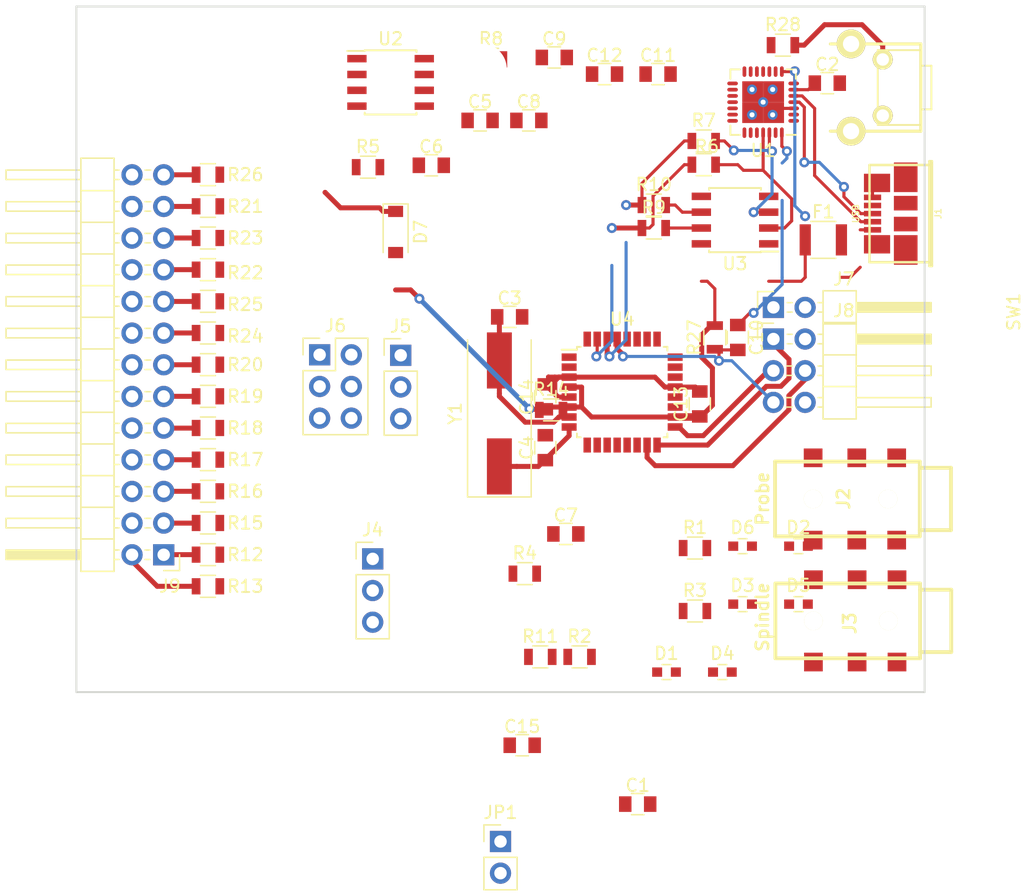
<source format=kicad_pcb>
(kicad_pcb (version 20170123) (host pcbnew "(2017-08-18 revision 28c04cbbf)-makepkg")

  (general
    (thickness 1.6)
    (drawings 0)
    (tracks 233)
    (zones 0)
    (modules 67)
    (nets 98)
  )

  (page A4)
  (layers
    (0 F.Cu signal)
    (31 B.Cu signal)
    (32 B.Adhes user)
    (33 F.Adhes user)
    (34 B.Paste user)
    (35 F.Paste user)
    (36 B.SilkS user)
    (37 F.SilkS user)
    (38 B.Mask user)
    (39 F.Mask user)
    (40 Dwgs.User user)
    (41 Cmts.User user)
    (42 Eco1.User user)
    (43 Eco2.User user)
    (44 Edge.Cuts user)
    (45 Margin user)
    (46 B.CrtYd user)
    (47 F.CrtYd user)
    (48 B.Fab user)
    (49 F.Fab user hide)
  )

  (setup
    (last_trace_width 0.4)
    (user_trace_width 0.25)
    (user_trace_width 0.4)
    (user_trace_width 0.6)
    (user_trace_width 0.8)
    (user_trace_width 1)
    (user_trace_width 1.2)
    (user_trace_width 2)
    (user_trace_width 4)
    (trace_clearance 0)
    (zone_clearance 0.3)
    (zone_45_only no)
    (trace_min 0.2)
    (segment_width 0.2)
    (edge_width 0.15)
    (via_size 0.8)
    (via_drill 0.4)
    (via_min_size 0.5)
    (via_min_drill 0.3)
    (uvia_size 0.3)
    (uvia_drill 0.1)
    (uvias_allowed no)
    (uvia_min_size 0.2)
    (uvia_min_drill 0.1)
    (pcb_text_width 0.3)
    (pcb_text_size 1.5 1.5)
    (mod_edge_width 0.15)
    (mod_text_size 1 1)
    (mod_text_width 0.15)
    (pad_size 1.524 1.524)
    (pad_drill 0.762)
    (pad_to_mask_clearance 0.2)
    (aux_axis_origin 0 0)
    (grid_origin 146.99 128.99)
    (visible_elements 7FFFFFFF)
    (pcbplotparams
      (layerselection 0x00030_ffffffff)
      (usegerberextensions false)
      (excludeedgelayer true)
      (linewidth 0.100000)
      (plotframeref false)
      (viasonmask false)
      (mode 1)
      (useauxorigin false)
      (hpglpennumber 1)
      (hpglpenspeed 20)
      (hpglpendiameter 15)
      (psnegative false)
      (psa4output false)
      (plotreference true)
      (plotvalue true)
      (plotinvisibletext false)
      (padsonsilk false)
      (subtractmaskfromsilk false)
      (outputformat 1)
      (mirror false)
      (drillshape 1)
      (scaleselection 1)
      (outputdirectory ""))
  )

  (net 0 "")
  (net 1 "Net-(J1-Pad4)")
  (net 2 "Net-(J4-Pad2)")
  (net 3 "Net-(J5-Pad2)")
  (net 4 /SC_STEP_Z)
  (net 5 /SC_STEP_Y)
  (net 6 /SC_STEP_X)
  (net 7 /SC_DIR_X)
  (net 8 /SC_RELAY1)
  (net 9 "Net-(F1-Pad2)")
  (net 10 GND)
  (net 11 /SC_VCC_5V)
  (net 12 /SC_REF_4)
  (net 13 /SC_REF_XYZ)
  (net 14 /SC_STOP)
  (net 15 /SC_LENGTH)
  (net 16 /SC_STEP_4)
  (net 17 /SC_DIR_4)
  (net 18 /SC_DIR_Z)
  (net 19 /SC_DIR_Y)
  (net 20 /SC_RELAY3)
  (net 21 /SC_RELAY2)
  (net 22 +5V)
  (net 23 /AVR_TX)
  (net 24 /AVR_RX)
  (net 25 "Net-(R6-Pad2)")
  (net 26 /AVR_RST)
  (net 27 "Net-(C3-Pad1)")
  (net 28 /AVR_XTAL2)
  (net 29 /AVR_XTAL1)
  (net 30 GNDD)
  (net 31 "Net-(R7-Pad2)")
  (net 32 "Net-(D2-Pad2)")
  (net 33 "Net-(R10-Pad2)")
  (net 34 /Probe)
  (net 35 /SpinPWM)
  (net 36 /SpinDir/Cool)
  (net 37 /D11)
  (net 38 /A5)
  (net 39 "Net-(J8-Pad2)")
  (net 40 /D3)
  (net 41 /D6)
  (net 42 "Net-(R26-Pad1)")
  (net 43 "Net-(R25-Pad1)")
  (net 44 /D5)
  (net 45 /D2)
  (net 46 /D7)
  (net 47 /D4)
  (net 48 "Net-(R24-Pad1)")
  (net 49 /A1)
  (net 50 /A2)
  (net 51 /A3)
  (net 52 /D13)
  (net 53 /D11_MOSI)
  (net 54 /D13_SCK)
  (net 55 /D12_MISO)
  (net 56 /D8)
  (net 57 /A4)
  (net 58 /A0)
  (net 59 /D10)
  (net 60 /D9)
  (net 61 "Net-(D1-Pad2)")
  (net 62 "Net-(D3-Pad1)")
  (net 63 "Net-(R28-Pad2)")
  (net 64 "Net-(J9-Pad17)")
  (net 65 "Net-(J9-Pad15)")
  (net 66 "Net-(R23-Pad1)")
  (net 67 "Net-(R22-Pad1)")
  (net 68 "Net-(R5-Pad2)")
  (net 69 "Net-(C10-Pad2)")
  (net 70 "Net-(J6-Pad6)")
  (net 71 "Net-(J6-Pad2)")
  (net 72 "Net-(J6-Pad4)")
  (net 73 "Net-(R9-Pad2)")
  (net 74 "Net-(R11-Pad1)")
  (net 75 "Net-(U1-Pad27)")
  (net 76 "Net-(C1-Pad1)")
  (net 77 "Net-(U4-Pad22)")
  (net 78 "Net-(C15-Pad1)")
  (net 79 "Net-(U4-Pad19)")
  (net 80 "Net-(U1-Pad24)")
  (net 81 "Net-(U1-Pad23)")
  (net 82 "Net-(U1-Pad22)")
  (net 83 "Net-(U1-Pad21)")
  (net 84 "Net-(U1-Pad20)")
  (net 85 "Net-(U1-Pad19)")
  (net 86 "Net-(U1-Pad18)")
  (net 87 "Net-(U1-Pad17)")
  (net 88 "Net-(U1-Pad16)")
  (net 89 "Net-(U1-Pad15)")
  (net 90 "Net-(U1-Pad14)")
  (net 91 "Net-(U1-Pad13)")
  (net 92 "Net-(U1-Pad12)")
  (net 93 "Net-(U1-Pad11)")
  (net 94 "Net-(U1-Pad10)")
  (net 95 "Net-(U1-Pad9)")
  (net 96 "Net-(U1-Pad2)")
  (net 97 "Net-(U1-Pad1)")

  (net_class Default "This is the default net class."
    (clearance 0)
    (trace_width 0.25)
    (via_dia 0.8)
    (via_drill 0.4)
    (uvia_dia 0.3)
    (uvia_drill 0.1)
    (add_net +5V)
    (add_net /A0)
    (add_net /A1)
    (add_net /A2)
    (add_net /A3)
    (add_net /A4)
    (add_net /A5)
    (add_net /AVR_RST)
    (add_net /AVR_RX)
    (add_net /AVR_TX)
    (add_net /AVR_XTAL1)
    (add_net /AVR_XTAL2)
    (add_net /D10)
    (add_net /D11)
    (add_net /D11_MOSI)
    (add_net /D12_MISO)
    (add_net /D13)
    (add_net /D13_SCK)
    (add_net /D2)
    (add_net /D3)
    (add_net /D4)
    (add_net /D5)
    (add_net /D6)
    (add_net /D7)
    (add_net /D8)
    (add_net /D9)
    (add_net /Probe)
    (add_net /SC_DIR_4)
    (add_net /SC_DIR_X)
    (add_net /SC_DIR_Y)
    (add_net /SC_DIR_Z)
    (add_net /SC_LENGTH)
    (add_net /SC_REF_4)
    (add_net /SC_REF_XYZ)
    (add_net /SC_RELAY1)
    (add_net /SC_RELAY2)
    (add_net /SC_RELAY3)
    (add_net /SC_STEP_4)
    (add_net /SC_STEP_X)
    (add_net /SC_STEP_Y)
    (add_net /SC_STEP_Z)
    (add_net /SC_STOP)
    (add_net /SC_VCC_5V)
    (add_net /SpinDir/Cool)
    (add_net /SpinPWM)
    (add_net GND)
    (add_net GNDD)
    (add_net "Net-(C1-Pad1)")
    (add_net "Net-(C10-Pad2)")
    (add_net "Net-(C15-Pad1)")
    (add_net "Net-(C3-Pad1)")
    (add_net "Net-(D1-Pad2)")
    (add_net "Net-(D2-Pad2)")
    (add_net "Net-(D3-Pad1)")
    (add_net "Net-(F1-Pad2)")
    (add_net "Net-(J1-Pad4)")
    (add_net "Net-(J4-Pad2)")
    (add_net "Net-(J5-Pad2)")
    (add_net "Net-(J6-Pad2)")
    (add_net "Net-(J6-Pad4)")
    (add_net "Net-(J6-Pad6)")
    (add_net "Net-(J8-Pad2)")
    (add_net "Net-(J9-Pad15)")
    (add_net "Net-(J9-Pad17)")
    (add_net "Net-(R10-Pad2)")
    (add_net "Net-(R11-Pad1)")
    (add_net "Net-(R22-Pad1)")
    (add_net "Net-(R23-Pad1)")
    (add_net "Net-(R24-Pad1)")
    (add_net "Net-(R25-Pad1)")
    (add_net "Net-(R26-Pad1)")
    (add_net "Net-(R28-Pad2)")
    (add_net "Net-(R5-Pad2)")
    (add_net "Net-(R6-Pad2)")
    (add_net "Net-(R7-Pad2)")
    (add_net "Net-(R9-Pad2)")
    (add_net "Net-(U1-Pad1)")
    (add_net "Net-(U1-Pad10)")
    (add_net "Net-(U1-Pad11)")
    (add_net "Net-(U1-Pad12)")
    (add_net "Net-(U1-Pad13)")
    (add_net "Net-(U1-Pad14)")
    (add_net "Net-(U1-Pad15)")
    (add_net "Net-(U1-Pad16)")
    (add_net "Net-(U1-Pad17)")
    (add_net "Net-(U1-Pad18)")
    (add_net "Net-(U1-Pad19)")
    (add_net "Net-(U1-Pad2)")
    (add_net "Net-(U1-Pad20)")
    (add_net "Net-(U1-Pad21)")
    (add_net "Net-(U1-Pad22)")
    (add_net "Net-(U1-Pad23)")
    (add_net "Net-(U1-Pad24)")
    (add_net "Net-(U1-Pad27)")
    (add_net "Net-(U1-Pad9)")
    (add_net "Net-(U4-Pad19)")
    (add_net "Net-(U4-Pad22)")
  )

  (module Pin_Headers:Pin_Header_Straight_2x03_Pitch2.54mm (layer F.Cu) (tedit 59650532) (tstamp 59C2E821)
    (at 159.5 112.96)
    (descr "Through hole straight pin header, 2x03, 2.54mm pitch, double rows")
    (tags "Through hole pin header THT 2x03 2.54mm double row")
    (path /59B3B278)
    (fp_text reference J6 (at 1.27 -2.33) (layer F.SilkS)
      (effects (font (size 1 1) (thickness 0.15)))
    )
    (fp_text value "Relay select" (at 1.27 7.41) (layer F.Fab)
      (effects (font (size 1 1) (thickness 0.15)))
    )
    (fp_text user %R (at 1.27 2.54 90) (layer F.Fab)
      (effects (font (size 1 1) (thickness 0.15)))
    )
    (fp_line (start 4.35 -1.8) (end -1.8 -1.8) (layer F.CrtYd) (width 0.05))
    (fp_line (start 4.35 6.85) (end 4.35 -1.8) (layer F.CrtYd) (width 0.05))
    (fp_line (start -1.8 6.85) (end 4.35 6.85) (layer F.CrtYd) (width 0.05))
    (fp_line (start -1.8 -1.8) (end -1.8 6.85) (layer F.CrtYd) (width 0.05))
    (fp_line (start -1.33 -1.33) (end 0 -1.33) (layer F.SilkS) (width 0.12))
    (fp_line (start -1.33 0) (end -1.33 -1.33) (layer F.SilkS) (width 0.12))
    (fp_line (start 1.27 -1.33) (end 3.87 -1.33) (layer F.SilkS) (width 0.12))
    (fp_line (start 1.27 1.27) (end 1.27 -1.33) (layer F.SilkS) (width 0.12))
    (fp_line (start -1.33 1.27) (end 1.27 1.27) (layer F.SilkS) (width 0.12))
    (fp_line (start 3.87 -1.33) (end 3.87 6.41) (layer F.SilkS) (width 0.12))
    (fp_line (start -1.33 1.27) (end -1.33 6.41) (layer F.SilkS) (width 0.12))
    (fp_line (start -1.33 6.41) (end 3.87 6.41) (layer F.SilkS) (width 0.12))
    (fp_line (start -1.27 0) (end 0 -1.27) (layer F.Fab) (width 0.1))
    (fp_line (start -1.27 6.35) (end -1.27 0) (layer F.Fab) (width 0.1))
    (fp_line (start 3.81 6.35) (end -1.27 6.35) (layer F.Fab) (width 0.1))
    (fp_line (start 3.81 -1.27) (end 3.81 6.35) (layer F.Fab) (width 0.1))
    (fp_line (start 0 -1.27) (end 3.81 -1.27) (layer F.Fab) (width 0.1))
    (pad 6 thru_hole oval (at 2.54 5.08) (size 1.7 1.7) (drill 1) (layers *.Cu *.Mask)
      (net 70 "Net-(J6-Pad6)"))
    (pad 5 thru_hole oval (at 0 5.08) (size 1.7 1.7) (drill 1) (layers *.Cu *.Mask)
      (net 51 /A3))
    (pad 4 thru_hole oval (at 2.54 2.54) (size 1.7 1.7) (drill 1) (layers *.Cu *.Mask)
      (net 72 "Net-(J6-Pad4)"))
    (pad 3 thru_hole oval (at 0 2.54) (size 1.7 1.7) (drill 1) (layers *.Cu *.Mask)
      (net 52 /D13))
    (pad 2 thru_hole oval (at 2.54 0) (size 1.7 1.7) (drill 1) (layers *.Cu *.Mask)
      (net 71 "Net-(J6-Pad2)"))
    (pad 1 thru_hole rect (at 0 0) (size 1.7 1.7) (drill 1) (layers *.Cu *.Mask)
      (net 56 /D8))
    (model ${KISYS3DMOD}/Pin_Headers.3dshapes/Pin_Header_Straight_2x03_Pitch2.54mm.wrl
      (at (xyz 0 0 0))
      (scale (xyz 1 1 1))
      (rotate (xyz 0 0 0))
    )
  )

  (module Capacitors_SMD:C_0805 (layer F.Cu) (tedit 58AA8463) (tstamp 59C2B456)
    (at 179.238534 127.329004)
    (descr "Capacitor SMD 0805, reflow soldering, AVX (see smccp.pdf)")
    (tags "capacitor 0805")
    (path /59B3ACBA)
    (attr smd)
    (fp_text reference C7 (at 0 -1.5) (layer F.SilkS)
      (effects (font (size 1 1) (thickness 0.15)))
    )
    (fp_text value 100n (at 0 1.75) (layer F.Fab)
      (effects (font (size 1 1) (thickness 0.15)))
    )
    (fp_text user %R (at 0 -1.5) (layer F.Fab)
      (effects (font (size 1 1) (thickness 0.15)))
    )
    (fp_line (start -1 0.62) (end -1 -0.62) (layer F.Fab) (width 0.1))
    (fp_line (start 1 0.62) (end -1 0.62) (layer F.Fab) (width 0.1))
    (fp_line (start 1 -0.62) (end 1 0.62) (layer F.Fab) (width 0.1))
    (fp_line (start -1 -0.62) (end 1 -0.62) (layer F.Fab) (width 0.1))
    (fp_line (start 0.5 -0.85) (end -0.5 -0.85) (layer F.SilkS) (width 0.12))
    (fp_line (start -0.5 0.85) (end 0.5 0.85) (layer F.SilkS) (width 0.12))
    (fp_line (start -1.75 -0.88) (end 1.75 -0.88) (layer F.CrtYd) (width 0.05))
    (fp_line (start -1.75 -0.88) (end -1.75 0.87) (layer F.CrtYd) (width 0.05))
    (fp_line (start 1.75 0.87) (end 1.75 -0.88) (layer F.CrtYd) (width 0.05))
    (fp_line (start 1.75 0.87) (end -1.75 0.87) (layer F.CrtYd) (width 0.05))
    (pad 1 smd rect (at -1 0) (size 1 1.25) (layers F.Cu F.Paste F.Mask)
      (net 38 /A5))
    (pad 2 smd rect (at 1 0) (size 1 1.25) (layers F.Cu F.Paste F.Mask)
      (net 30 GNDD))
    (model Capacitors_SMD.3dshapes/C_0805.wrl
      (at (xyz 0 0 0))
      (scale (xyz 1 1 1))
      (rotate (xyz 0 0 0))
    )
  )

  (module Capacitors_SMD:C_0805 (layer F.Cu) (tedit 58AA8463) (tstamp 59C2B445)
    (at 175.738534 144.279004)
    (descr "Capacitor SMD 0805, reflow soldering, AVX (see smccp.pdf)")
    (tags "capacitor 0805")
    (path /59B35539)
    (attr smd)
    (fp_text reference C15 (at 0 -1.5) (layer F.SilkS)
      (effects (font (size 1 1) (thickness 0.15)))
    )
    (fp_text value 100n (at 0 1.75) (layer F.Fab)
      (effects (font (size 1 1) (thickness 0.15)))
    )
    (fp_line (start 1.75 0.87) (end -1.75 0.87) (layer F.CrtYd) (width 0.05))
    (fp_line (start 1.75 0.87) (end 1.75 -0.88) (layer F.CrtYd) (width 0.05))
    (fp_line (start -1.75 -0.88) (end -1.75 0.87) (layer F.CrtYd) (width 0.05))
    (fp_line (start -1.75 -0.88) (end 1.75 -0.88) (layer F.CrtYd) (width 0.05))
    (fp_line (start -0.5 0.85) (end 0.5 0.85) (layer F.SilkS) (width 0.12))
    (fp_line (start 0.5 -0.85) (end -0.5 -0.85) (layer F.SilkS) (width 0.12))
    (fp_line (start -1 -0.62) (end 1 -0.62) (layer F.Fab) (width 0.1))
    (fp_line (start 1 -0.62) (end 1 0.62) (layer F.Fab) (width 0.1))
    (fp_line (start 1 0.62) (end -1 0.62) (layer F.Fab) (width 0.1))
    (fp_line (start -1 0.62) (end -1 -0.62) (layer F.Fab) (width 0.1))
    (fp_text user %R (at 0 -1.5) (layer F.Fab)
      (effects (font (size 1 1) (thickness 0.15)))
    )
    (pad 2 smd rect (at 1 0) (size 1 1.25) (layers F.Cu F.Paste F.Mask)
      (net 30 GNDD))
    (pad 1 smd rect (at -1 0) (size 1 1.25) (layers F.Cu F.Paste F.Mask)
      (net 78 "Net-(C15-Pad1)"))
    (model Capacitors_SMD.3dshapes/C_0805.wrl
      (at (xyz 0 0 0))
      (scale (xyz 1 1 1))
      (rotate (xyz 0 0 0))
    )
  )

  (module Pin_Headers:Pin_Header_Straight_1x03_Pitch2.54mm (layer F.Cu) (tedit 59650532) (tstamp 59C2B00D)
    (at 163.754 129.329004)
    (descr "Through hole straight pin header, 1x03, 2.54mm pitch, single row")
    (tags "Through hole pin header THT 1x03 2.54mm single row")
    (path /59B3957E)
    (fp_text reference J4 (at 0 -2.33) (layer F.SilkS)
      (effects (font (size 1 1) (thickness 0.15)))
    )
    (fp_text value CONN_01X03 (at 0 7.41) (layer F.Fab)
      (effects (font (size 1 1) (thickness 0.15)))
    )
    (fp_line (start -0.635 -1.27) (end 1.27 -1.27) (layer F.Fab) (width 0.1))
    (fp_line (start 1.27 -1.27) (end 1.27 6.35) (layer F.Fab) (width 0.1))
    (fp_line (start 1.27 6.35) (end -1.27 6.35) (layer F.Fab) (width 0.1))
    (fp_line (start -1.27 6.35) (end -1.27 -0.635) (layer F.Fab) (width 0.1))
    (fp_line (start -1.27 -0.635) (end -0.635 -1.27) (layer F.Fab) (width 0.1))
    (fp_line (start -1.33 6.41) (end 1.33 6.41) (layer F.SilkS) (width 0.12))
    (fp_line (start -1.33 1.27) (end -1.33 6.41) (layer F.SilkS) (width 0.12))
    (fp_line (start 1.33 1.27) (end 1.33 6.41) (layer F.SilkS) (width 0.12))
    (fp_line (start -1.33 1.27) (end 1.33 1.27) (layer F.SilkS) (width 0.12))
    (fp_line (start -1.33 0) (end -1.33 -1.33) (layer F.SilkS) (width 0.12))
    (fp_line (start -1.33 -1.33) (end 0 -1.33) (layer F.SilkS) (width 0.12))
    (fp_line (start -1.8 -1.8) (end -1.8 6.85) (layer F.CrtYd) (width 0.05))
    (fp_line (start -1.8 6.85) (end 1.8 6.85) (layer F.CrtYd) (width 0.05))
    (fp_line (start 1.8 6.85) (end 1.8 -1.8) (layer F.CrtYd) (width 0.05))
    (fp_line (start 1.8 -1.8) (end -1.8 -1.8) (layer F.CrtYd) (width 0.05))
    (fp_text user %R (at 0 2.54 90) (layer F.Fab)
      (effects (font (size 1 1) (thickness 0.15)))
    )
    (pad 1 thru_hole rect (at 0 0) (size 1.7 1.7) (drill 1) (layers *.Cu *.Mask)
      (net 51 /A3))
    (pad 2 thru_hole oval (at 0 2.54) (size 1.7 1.7) (drill 1) (layers *.Cu *.Mask)
      (net 2 "Net-(J4-Pad2)"))
    (pad 3 thru_hole oval (at 0 5.08) (size 1.7 1.7) (drill 1) (layers *.Cu *.Mask)
      (net 52 /D13))
    (model ${KISYS3DMOD}/Pin_Headers.3dshapes/Pin_Header_Straight_1x03_Pitch2.54mm.wrl
      (at (xyz 0 0 0))
      (scale (xyz 1 1 1))
      (rotate (xyz 0 0 0))
    )
  )

  (module Pin_Headers:Pin_Header_Straight_1x03_Pitch2.54mm (layer F.Cu) (tedit 59650532) (tstamp 59C2AFF6)
    (at 166 113)
    (descr "Through hole straight pin header, 1x03, 2.54mm pitch, single row")
    (tags "Through hole pin header THT 1x03 2.54mm single row")
    (path /59B3C867)
    (fp_text reference J5 (at 0 -2.33) (layer F.SilkS)
      (effects (font (size 1 1) (thickness 0.15)))
    )
    (fp_text value CONN_01X03 (at 0 7.41) (layer F.Fab)
      (effects (font (size 1 1) (thickness 0.15)))
    )
    (fp_text user %R (at 0 2.54 90) (layer F.Fab)
      (effects (font (size 1 1) (thickness 0.15)))
    )
    (fp_line (start 1.8 -1.8) (end -1.8 -1.8) (layer F.CrtYd) (width 0.05))
    (fp_line (start 1.8 6.85) (end 1.8 -1.8) (layer F.CrtYd) (width 0.05))
    (fp_line (start -1.8 6.85) (end 1.8 6.85) (layer F.CrtYd) (width 0.05))
    (fp_line (start -1.8 -1.8) (end -1.8 6.85) (layer F.CrtYd) (width 0.05))
    (fp_line (start -1.33 -1.33) (end 0 -1.33) (layer F.SilkS) (width 0.12))
    (fp_line (start -1.33 0) (end -1.33 -1.33) (layer F.SilkS) (width 0.12))
    (fp_line (start -1.33 1.27) (end 1.33 1.27) (layer F.SilkS) (width 0.12))
    (fp_line (start 1.33 1.27) (end 1.33 6.41) (layer F.SilkS) (width 0.12))
    (fp_line (start -1.33 1.27) (end -1.33 6.41) (layer F.SilkS) (width 0.12))
    (fp_line (start -1.33 6.41) (end 1.33 6.41) (layer F.SilkS) (width 0.12))
    (fp_line (start -1.27 -0.635) (end -0.635 -1.27) (layer F.Fab) (width 0.1))
    (fp_line (start -1.27 6.35) (end -1.27 -0.635) (layer F.Fab) (width 0.1))
    (fp_line (start 1.27 6.35) (end -1.27 6.35) (layer F.Fab) (width 0.1))
    (fp_line (start 1.27 -1.27) (end 1.27 6.35) (layer F.Fab) (width 0.1))
    (fp_line (start -0.635 -1.27) (end 1.27 -1.27) (layer F.Fab) (width 0.1))
    (pad 3 thru_hole oval (at 0 5.08) (size 1.7 1.7) (drill 1) (layers *.Cu *.Mask)
      (net 49 /A1))
    (pad 2 thru_hole oval (at 0 2.54) (size 1.7 1.7) (drill 1) (layers *.Cu *.Mask)
      (net 3 "Net-(J5-Pad2)"))
    (pad 1 thru_hole rect (at 0 0) (size 1.7 1.7) (drill 1) (layers *.Cu *.Mask)
      (net 50 /A2))
    (model ${KISYS3DMOD}/Pin_Headers.3dshapes/Pin_Header_Straight_1x03_Pitch2.54mm.wrl
      (at (xyz 0 0 0))
      (scale (xyz 1 1 1))
      (rotate (xyz 0 0 0))
    )
  )

  (module Resistors_SMD:R_0805 (layer F.Cu) (tedit 58E0A804) (tstamp 59C2AFDF)
    (at 150.546 106.13 180)
    (descr "Resistor SMD 0805, reflow soldering, Vishay (see dcrcw.pdf)")
    (tags "resistor 0805")
    (path /59B36723)
    (attr smd)
    (fp_text reference R22 (at -3 -0.25 180) (layer F.SilkS)
      (effects (font (size 1 1) (thickness 0.15)))
    )
    (fp_text value 100 (at 0 1.75 180) (layer F.Fab)
      (effects (font (size 1 1) (thickness 0.15)))
    )
    (fp_text user %R (at 0 0 180) (layer F.Fab)
      (effects (font (size 0.5 0.5) (thickness 0.075)))
    )
    (fp_line (start -1 0.62) (end -1 -0.62) (layer F.Fab) (width 0.1))
    (fp_line (start 1 0.62) (end -1 0.62) (layer F.Fab) (width 0.1))
    (fp_line (start 1 -0.62) (end 1 0.62) (layer F.Fab) (width 0.1))
    (fp_line (start -1 -0.62) (end 1 -0.62) (layer F.Fab) (width 0.1))
    (fp_line (start 0.6 0.88) (end -0.6 0.88) (layer F.SilkS) (width 0.12))
    (fp_line (start -0.6 -0.88) (end 0.6 -0.88) (layer F.SilkS) (width 0.12))
    (fp_line (start -1.55 -0.9) (end 1.55 -0.9) (layer F.CrtYd) (width 0.05))
    (fp_line (start -1.55 -0.9) (end -1.55 0.9) (layer F.CrtYd) (width 0.05))
    (fp_line (start 1.55 0.9) (end 1.55 -0.9) (layer F.CrtYd) (width 0.05))
    (fp_line (start 1.55 0.9) (end -1.55 0.9) (layer F.CrtYd) (width 0.05))
    (pad 1 smd rect (at -0.95 0 180) (size 0.7 1.3) (layers F.Cu F.Paste F.Mask)
      (net 67 "Net-(R22-Pad1)"))
    (pad 2 smd rect (at 0.95 0 180) (size 0.7 1.3) (layers F.Cu F.Paste F.Mask)
      (net 15 /SC_LENGTH))
    (model ${KISYS3DMOD}/Resistors_SMD.3dshapes/R_0805.wrl
      (at (xyz 0 0 0))
      (scale (xyz 1 1 1))
      (rotate (xyz 0 0 0))
    )
  )

  (module Resistors_SMD:R_0805 (layer F.Cu) (tedit 58E0A804) (tstamp 59C2AFCE)
    (at 150.546 113.75 180)
    (descr "Resistor SMD 0805, reflow soldering, Vishay (see dcrcw.pdf)")
    (tags "resistor 0805")
    (path /59B365E2)
    (attr smd)
    (fp_text reference R20 (at -3 0 180) (layer F.SilkS)
      (effects (font (size 1 1) (thickness 0.15)))
    )
    (fp_text value 100 (at 0 1.75 180) (layer F.Fab)
      (effects (font (size 1 1) (thickness 0.15)))
    )
    (fp_line (start 1.55 0.9) (end -1.55 0.9) (layer F.CrtYd) (width 0.05))
    (fp_line (start 1.55 0.9) (end 1.55 -0.9) (layer F.CrtYd) (width 0.05))
    (fp_line (start -1.55 -0.9) (end -1.55 0.9) (layer F.CrtYd) (width 0.05))
    (fp_line (start -1.55 -0.9) (end 1.55 -0.9) (layer F.CrtYd) (width 0.05))
    (fp_line (start -0.6 -0.88) (end 0.6 -0.88) (layer F.SilkS) (width 0.12))
    (fp_line (start 0.6 0.88) (end -0.6 0.88) (layer F.SilkS) (width 0.12))
    (fp_line (start -1 -0.62) (end 1 -0.62) (layer F.Fab) (width 0.1))
    (fp_line (start 1 -0.62) (end 1 0.62) (layer F.Fab) (width 0.1))
    (fp_line (start 1 0.62) (end -1 0.62) (layer F.Fab) (width 0.1))
    (fp_line (start -1 0.62) (end -1 -0.62) (layer F.Fab) (width 0.1))
    (fp_text user %R (at 0 0 180) (layer F.Fab)
      (effects (font (size 0.5 0.5) (thickness 0.075)))
    )
    (pad 2 smd rect (at 0.95 0 180) (size 0.7 1.3) (layers F.Cu F.Paste F.Mask)
      (net 4 /SC_STEP_Z))
    (pad 1 smd rect (at -0.95 0 180) (size 0.7 1.3) (layers F.Cu F.Paste F.Mask)
      (net 47 /D4))
    (model ${KISYS3DMOD}/Resistors_SMD.3dshapes/R_0805.wrl
      (at (xyz 0 0 0))
      (scale (xyz 1 1 1))
      (rotate (xyz 0 0 0))
    )
  )

  (module Resistors_SMD:R_0805 (layer F.Cu) (tedit 58E0A804) (tstamp 59C2AFBD)
    (at 150.546 116.29 180)
    (descr "Resistor SMD 0805, reflow soldering, Vishay (see dcrcw.pdf)")
    (tags "resistor 0805")
    (path /59B36577)
    (attr smd)
    (fp_text reference R19 (at -3 0 180) (layer F.SilkS)
      (effects (font (size 1 1) (thickness 0.15)))
    )
    (fp_text value 100 (at 0 1.75 180) (layer F.Fab)
      (effects (font (size 1 1) (thickness 0.15)))
    )
    (fp_text user %R (at 0 0 180) (layer F.Fab)
      (effects (font (size 0.5 0.5) (thickness 0.075)))
    )
    (fp_line (start -1 0.62) (end -1 -0.62) (layer F.Fab) (width 0.1))
    (fp_line (start 1 0.62) (end -1 0.62) (layer F.Fab) (width 0.1))
    (fp_line (start 1 -0.62) (end 1 0.62) (layer F.Fab) (width 0.1))
    (fp_line (start -1 -0.62) (end 1 -0.62) (layer F.Fab) (width 0.1))
    (fp_line (start 0.6 0.88) (end -0.6 0.88) (layer F.SilkS) (width 0.12))
    (fp_line (start -0.6 -0.88) (end 0.6 -0.88) (layer F.SilkS) (width 0.12))
    (fp_line (start -1.55 -0.9) (end 1.55 -0.9) (layer F.CrtYd) (width 0.05))
    (fp_line (start -1.55 -0.9) (end -1.55 0.9) (layer F.CrtYd) (width 0.05))
    (fp_line (start 1.55 0.9) (end 1.55 -0.9) (layer F.CrtYd) (width 0.05))
    (fp_line (start 1.55 0.9) (end -1.55 0.9) (layer F.CrtYd) (width 0.05))
    (pad 1 smd rect (at -0.95 0 180) (size 0.7 1.3) (layers F.Cu F.Paste F.Mask)
      (net 46 /D7))
    (pad 2 smd rect (at 0.95 0 180) (size 0.7 1.3) (layers F.Cu F.Paste F.Mask)
      (net 18 /SC_DIR_Z))
    (model ${KISYS3DMOD}/Resistors_SMD.3dshapes/R_0805.wrl
      (at (xyz 0 0 0))
      (scale (xyz 1 1 1))
      (rotate (xyz 0 0 0))
    )
  )

  (module Resistors_SMD:R_0805 (layer F.Cu) (tedit 58E0A804) (tstamp 59C2AFAC)
    (at 150.546 131.53 180)
    (descr "Resistor SMD 0805, reflow soldering, Vishay (see dcrcw.pdf)")
    (tags "resistor 0805")
    (path /59B37BB5)
    (attr smd)
    (fp_text reference R13 (at -3 0 180) (layer F.SilkS)
      (effects (font (size 1 1) (thickness 0.15)))
    )
    (fp_text value 100 (at 0 1.75 180) (layer F.Fab)
      (effects (font (size 1 1) (thickness 0.15)))
    )
    (fp_line (start 1.55 0.9) (end -1.55 0.9) (layer F.CrtYd) (width 0.05))
    (fp_line (start 1.55 0.9) (end 1.55 -0.9) (layer F.CrtYd) (width 0.05))
    (fp_line (start -1.55 -0.9) (end -1.55 0.9) (layer F.CrtYd) (width 0.05))
    (fp_line (start -1.55 -0.9) (end 1.55 -0.9) (layer F.CrtYd) (width 0.05))
    (fp_line (start -0.6 -0.88) (end 0.6 -0.88) (layer F.SilkS) (width 0.12))
    (fp_line (start 0.6 0.88) (end -0.6 0.88) (layer F.SilkS) (width 0.12))
    (fp_line (start -1 -0.62) (end 1 -0.62) (layer F.Fab) (width 0.1))
    (fp_line (start 1 -0.62) (end 1 0.62) (layer F.Fab) (width 0.1))
    (fp_line (start 1 0.62) (end -1 0.62) (layer F.Fab) (width 0.1))
    (fp_line (start -1 0.62) (end -1 -0.62) (layer F.Fab) (width 0.1))
    (fp_text user %R (at 0 0 180) (layer F.Fab)
      (effects (font (size 0.5 0.5) (thickness 0.075)))
    )
    (pad 2 smd rect (at 0.95 0 180) (size 0.7 1.3) (layers F.Cu F.Paste F.Mask)
      (net 21 /SC_RELAY2))
    (pad 1 smd rect (at -0.95 0 180) (size 0.7 1.3) (layers F.Cu F.Paste F.Mask)
      (net 72 "Net-(J6-Pad4)"))
    (model ${KISYS3DMOD}/Resistors_SMD.3dshapes/R_0805.wrl
      (at (xyz 0 0 0))
      (scale (xyz 1 1 1))
      (rotate (xyz 0 0 0))
    )
  )

  (module Resistors_SMD:R_0805 (layer F.Cu) (tedit 58E0A804) (tstamp 59C2AF9B)
    (at 150.546 126.45 180)
    (descr "Resistor SMD 0805, reflow soldering, Vishay (see dcrcw.pdf)")
    (tags "resistor 0805")
    (path /59B363CB)
    (attr smd)
    (fp_text reference R15 (at -3 0 180) (layer F.SilkS)
      (effects (font (size 1 1) (thickness 0.15)))
    )
    (fp_text value 100 (at 0 1.75 180) (layer F.Fab)
      (effects (font (size 1 1) (thickness 0.15)))
    )
    (fp_line (start 1.55 0.9) (end -1.55 0.9) (layer F.CrtYd) (width 0.05))
    (fp_line (start 1.55 0.9) (end 1.55 -0.9) (layer F.CrtYd) (width 0.05))
    (fp_line (start -1.55 -0.9) (end -1.55 0.9) (layer F.CrtYd) (width 0.05))
    (fp_line (start -1.55 -0.9) (end 1.55 -0.9) (layer F.CrtYd) (width 0.05))
    (fp_line (start -0.6 -0.88) (end 0.6 -0.88) (layer F.SilkS) (width 0.12))
    (fp_line (start 0.6 0.88) (end -0.6 0.88) (layer F.SilkS) (width 0.12))
    (fp_line (start -1 -0.62) (end 1 -0.62) (layer F.Fab) (width 0.1))
    (fp_line (start 1 -0.62) (end 1 0.62) (layer F.Fab) (width 0.1))
    (fp_line (start 1 0.62) (end -1 0.62) (layer F.Fab) (width 0.1))
    (fp_line (start -1 0.62) (end -1 -0.62) (layer F.Fab) (width 0.1))
    (fp_text user %R (at 0 0 180) (layer F.Fab)
      (effects (font (size 0.5 0.5) (thickness 0.075)))
    )
    (pad 2 smd rect (at 0.95 0 180) (size 0.7 1.3) (layers F.Cu F.Paste F.Mask)
      (net 7 /SC_DIR_X))
    (pad 1 smd rect (at -0.95 0 180) (size 0.7 1.3) (layers F.Cu F.Paste F.Mask)
      (net 44 /D5))
    (model ${KISYS3DMOD}/Resistors_SMD.3dshapes/R_0805.wrl
      (at (xyz 0 0 0))
      (scale (xyz 1 1 1))
      (rotate (xyz 0 0 0))
    )
  )

  (module Resistors_SMD:R_0805 (layer F.Cu) (tedit 58E0A804) (tstamp 59C2AF8A)
    (at 150.546 123.91 180)
    (descr "Resistor SMD 0805, reflow soldering, Vishay (see dcrcw.pdf)")
    (tags "resistor 0805")
    (path /59B36436)
    (attr smd)
    (fp_text reference R16 (at -3 0 180) (layer F.SilkS)
      (effects (font (size 1 1) (thickness 0.15)))
    )
    (fp_text value 100 (at 0 1.75 180) (layer F.Fab)
      (effects (font (size 1 1) (thickness 0.15)))
    )
    (fp_text user %R (at 0 0 180) (layer F.Fab)
      (effects (font (size 0.5 0.5) (thickness 0.075)))
    )
    (fp_line (start -1 0.62) (end -1 -0.62) (layer F.Fab) (width 0.1))
    (fp_line (start 1 0.62) (end -1 0.62) (layer F.Fab) (width 0.1))
    (fp_line (start 1 -0.62) (end 1 0.62) (layer F.Fab) (width 0.1))
    (fp_line (start -1 -0.62) (end 1 -0.62) (layer F.Fab) (width 0.1))
    (fp_line (start 0.6 0.88) (end -0.6 0.88) (layer F.SilkS) (width 0.12))
    (fp_line (start -0.6 -0.88) (end 0.6 -0.88) (layer F.SilkS) (width 0.12))
    (fp_line (start -1.55 -0.9) (end 1.55 -0.9) (layer F.CrtYd) (width 0.05))
    (fp_line (start -1.55 -0.9) (end -1.55 0.9) (layer F.CrtYd) (width 0.05))
    (fp_line (start 1.55 0.9) (end 1.55 -0.9) (layer F.CrtYd) (width 0.05))
    (fp_line (start 1.55 0.9) (end -1.55 0.9) (layer F.CrtYd) (width 0.05))
    (pad 1 smd rect (at -0.95 0 180) (size 0.7 1.3) (layers F.Cu F.Paste F.Mask)
      (net 45 /D2))
    (pad 2 smd rect (at 0.95 0 180) (size 0.7 1.3) (layers F.Cu F.Paste F.Mask)
      (net 6 /SC_STEP_X))
    (model ${KISYS3DMOD}/Resistors_SMD.3dshapes/R_0805.wrl
      (at (xyz 0 0 0))
      (scale (xyz 1 1 1))
      (rotate (xyz 0 0 0))
    )
  )

  (module Resistors_SMD:R_0805 (layer F.Cu) (tedit 58E0A804) (tstamp 59C2AF79)
    (at 150.546 101.05 180)
    (descr "Resistor SMD 0805, reflow soldering, Vishay (see dcrcw.pdf)")
    (tags "resistor 0805")
    (path /59B367F9)
    (attr smd)
    (fp_text reference R21 (at -3 0 180) (layer F.SilkS)
      (effects (font (size 1 1) (thickness 0.15)))
    )
    (fp_text value 100 (at 0 1.75 180) (layer F.Fab)
      (effects (font (size 1 1) (thickness 0.15)))
    )
    (fp_text user %R (at 0 0 180) (layer F.Fab)
      (effects (font (size 0.5 0.5) (thickness 0.075)))
    )
    (fp_line (start -1 0.62) (end -1 -0.62) (layer F.Fab) (width 0.1))
    (fp_line (start 1 0.62) (end -1 0.62) (layer F.Fab) (width 0.1))
    (fp_line (start 1 -0.62) (end 1 0.62) (layer F.Fab) (width 0.1))
    (fp_line (start -1 -0.62) (end 1 -0.62) (layer F.Fab) (width 0.1))
    (fp_line (start 0.6 0.88) (end -0.6 0.88) (layer F.SilkS) (width 0.12))
    (fp_line (start -0.6 -0.88) (end 0.6 -0.88) (layer F.SilkS) (width 0.12))
    (fp_line (start -1.55 -0.9) (end 1.55 -0.9) (layer F.CrtYd) (width 0.05))
    (fp_line (start -1.55 -0.9) (end -1.55 0.9) (layer F.CrtYd) (width 0.05))
    (fp_line (start 1.55 0.9) (end 1.55 -0.9) (layer F.CrtYd) (width 0.05))
    (fp_line (start 1.55 0.9) (end -1.55 0.9) (layer F.CrtYd) (width 0.05))
    (pad 1 smd rect (at -0.95 0 180) (size 0.7 1.3) (layers F.Cu F.Paste F.Mask)
      (net 44 /D5))
    (pad 2 smd rect (at 0.95 0 180) (size 0.7 1.3) (layers F.Cu F.Paste F.Mask)
      (net 13 /SC_REF_XYZ))
    (model ${KISYS3DMOD}/Resistors_SMD.3dshapes/R_0805.wrl
      (at (xyz 0 0 0))
      (scale (xyz 1 1 1))
      (rotate (xyz 0 0 0))
    )
  )

  (module Resistors_SMD:R_0805 (layer F.Cu) (tedit 58E0A804) (tstamp 59C2AF68)
    (at 150.546 103.59 180)
    (descr "Resistor SMD 0805, reflow soldering, Vishay (see dcrcw.pdf)")
    (tags "resistor 0805")
    (path /59B3678E)
    (attr smd)
    (fp_text reference R23 (at -3 0 180) (layer F.SilkS)
      (effects (font (size 1 1) (thickness 0.15)))
    )
    (fp_text value 100 (at 0 1.75 180) (layer F.Fab)
      (effects (font (size 1 1) (thickness 0.15)))
    )
    (fp_line (start 1.55 0.9) (end -1.55 0.9) (layer F.CrtYd) (width 0.05))
    (fp_line (start 1.55 0.9) (end 1.55 -0.9) (layer F.CrtYd) (width 0.05))
    (fp_line (start -1.55 -0.9) (end -1.55 0.9) (layer F.CrtYd) (width 0.05))
    (fp_line (start -1.55 -0.9) (end 1.55 -0.9) (layer F.CrtYd) (width 0.05))
    (fp_line (start -0.6 -0.88) (end 0.6 -0.88) (layer F.SilkS) (width 0.12))
    (fp_line (start 0.6 0.88) (end -0.6 0.88) (layer F.SilkS) (width 0.12))
    (fp_line (start -1 -0.62) (end 1 -0.62) (layer F.Fab) (width 0.1))
    (fp_line (start 1 -0.62) (end 1 0.62) (layer F.Fab) (width 0.1))
    (fp_line (start 1 0.62) (end -1 0.62) (layer F.Fab) (width 0.1))
    (fp_line (start -1 0.62) (end -1 -0.62) (layer F.Fab) (width 0.1))
    (fp_text user %R (at 0 0 180) (layer F.Fab)
      (effects (font (size 0.5 0.5) (thickness 0.075)))
    )
    (pad 2 smd rect (at 0.95 0 180) (size 0.7 1.3) (layers F.Cu F.Paste F.Mask)
      (net 14 /SC_STOP))
    (pad 1 smd rect (at -0.95 0 180) (size 0.7 1.3) (layers F.Cu F.Paste F.Mask)
      (net 66 "Net-(R23-Pad1)"))
    (model ${KISYS3DMOD}/Resistors_SMD.3dshapes/R_0805.wrl
      (at (xyz 0 0 0))
      (scale (xyz 1 1 1))
      (rotate (xyz 0 0 0))
    )
  )

  (module Resistors_SMD:R_0805 (layer F.Cu) (tedit 58E0A804) (tstamp 59C2AF57)
    (at 150.546 111.21 180)
    (descr "Resistor SMD 0805, reflow soldering, Vishay (see dcrcw.pdf)")
    (tags "resistor 0805")
    (path /59B3664D)
    (attr smd)
    (fp_text reference R24 (at -3 -0.25 180) (layer F.SilkS)
      (effects (font (size 1 1) (thickness 0.15)))
    )
    (fp_text value 100 (at 0 1.75 180) (layer F.Fab)
      (effects (font (size 1 1) (thickness 0.15)))
    )
    (fp_text user %R (at 0 0 180) (layer F.Fab)
      (effects (font (size 0.5 0.5) (thickness 0.075)))
    )
    (fp_line (start -1 0.62) (end -1 -0.62) (layer F.Fab) (width 0.1))
    (fp_line (start 1 0.62) (end -1 0.62) (layer F.Fab) (width 0.1))
    (fp_line (start 1 -0.62) (end 1 0.62) (layer F.Fab) (width 0.1))
    (fp_line (start -1 -0.62) (end 1 -0.62) (layer F.Fab) (width 0.1))
    (fp_line (start 0.6 0.88) (end -0.6 0.88) (layer F.SilkS) (width 0.12))
    (fp_line (start -0.6 -0.88) (end 0.6 -0.88) (layer F.SilkS) (width 0.12))
    (fp_line (start -1.55 -0.9) (end 1.55 -0.9) (layer F.CrtYd) (width 0.05))
    (fp_line (start -1.55 -0.9) (end -1.55 0.9) (layer F.CrtYd) (width 0.05))
    (fp_line (start 1.55 0.9) (end 1.55 -0.9) (layer F.CrtYd) (width 0.05))
    (fp_line (start 1.55 0.9) (end -1.55 0.9) (layer F.CrtYd) (width 0.05))
    (pad 1 smd rect (at -0.95 0 180) (size 0.7 1.3) (layers F.Cu F.Paste F.Mask)
      (net 48 "Net-(R24-Pad1)"))
    (pad 2 smd rect (at 0.95 0 180) (size 0.7 1.3) (layers F.Cu F.Paste F.Mask)
      (net 17 /SC_DIR_4))
    (model ${KISYS3DMOD}/Resistors_SMD.3dshapes/R_0805.wrl
      (at (xyz 0 0 0))
      (scale (xyz 1 1 1))
      (rotate (xyz 0 0 0))
    )
  )

  (module Resistors_SMD:R_0805 (layer F.Cu) (tedit 58E0A804) (tstamp 59C2AF46)
    (at 150.546 108.67 180)
    (descr "Resistor SMD 0805, reflow soldering, Vishay (see dcrcw.pdf)")
    (tags "resistor 0805")
    (path /59B366B8)
    (attr smd)
    (fp_text reference R25 (at -3 -0.25 180) (layer F.SilkS)
      (effects (font (size 1 1) (thickness 0.15)))
    )
    (fp_text value 100 (at 0 1.75 180) (layer F.Fab)
      (effects (font (size 1 1) (thickness 0.15)))
    )
    (fp_line (start 1.55 0.9) (end -1.55 0.9) (layer F.CrtYd) (width 0.05))
    (fp_line (start 1.55 0.9) (end 1.55 -0.9) (layer F.CrtYd) (width 0.05))
    (fp_line (start -1.55 -0.9) (end -1.55 0.9) (layer F.CrtYd) (width 0.05))
    (fp_line (start -1.55 -0.9) (end 1.55 -0.9) (layer F.CrtYd) (width 0.05))
    (fp_line (start -0.6 -0.88) (end 0.6 -0.88) (layer F.SilkS) (width 0.12))
    (fp_line (start 0.6 0.88) (end -0.6 0.88) (layer F.SilkS) (width 0.12))
    (fp_line (start -1 -0.62) (end 1 -0.62) (layer F.Fab) (width 0.1))
    (fp_line (start 1 -0.62) (end 1 0.62) (layer F.Fab) (width 0.1))
    (fp_line (start 1 0.62) (end -1 0.62) (layer F.Fab) (width 0.1))
    (fp_line (start -1 0.62) (end -1 -0.62) (layer F.Fab) (width 0.1))
    (fp_text user %R (at 0 0 180) (layer F.Fab)
      (effects (font (size 0.5 0.5) (thickness 0.075)))
    )
    (pad 2 smd rect (at 0.95 0 180) (size 0.7 1.3) (layers F.Cu F.Paste F.Mask)
      (net 16 /SC_STEP_4))
    (pad 1 smd rect (at -0.95 0 180) (size 0.7 1.3) (layers F.Cu F.Paste F.Mask)
      (net 43 "Net-(R25-Pad1)"))
    (model ${KISYS3DMOD}/Resistors_SMD.3dshapes/R_0805.wrl
      (at (xyz 0 0 0))
      (scale (xyz 1 1 1))
      (rotate (xyz 0 0 0))
    )
  )

  (module Resistors_SMD:R_0805 (layer F.Cu) (tedit 58E0A804) (tstamp 59C2AF35)
    (at 150.546 98.51 180)
    (descr "Resistor SMD 0805, reflow soldering, Vishay (see dcrcw.pdf)")
    (tags "resistor 0805")
    (path /59B36864)
    (attr smd)
    (fp_text reference R26 (at -3 0 180) (layer F.SilkS)
      (effects (font (size 1 1) (thickness 0.15)))
    )
    (fp_text value 100 (at 0 1.75 180) (layer F.Fab)
      (effects (font (size 1 1) (thickness 0.15)))
    )
    (fp_text user %R (at 0 0 180) (layer F.Fab)
      (effects (font (size 0.5 0.5) (thickness 0.075)))
    )
    (fp_line (start -1 0.62) (end -1 -0.62) (layer F.Fab) (width 0.1))
    (fp_line (start 1 0.62) (end -1 0.62) (layer F.Fab) (width 0.1))
    (fp_line (start 1 -0.62) (end 1 0.62) (layer F.Fab) (width 0.1))
    (fp_line (start -1 -0.62) (end 1 -0.62) (layer F.Fab) (width 0.1))
    (fp_line (start 0.6 0.88) (end -0.6 0.88) (layer F.SilkS) (width 0.12))
    (fp_line (start -0.6 -0.88) (end 0.6 -0.88) (layer F.SilkS) (width 0.12))
    (fp_line (start -1.55 -0.9) (end 1.55 -0.9) (layer F.CrtYd) (width 0.05))
    (fp_line (start -1.55 -0.9) (end -1.55 0.9) (layer F.CrtYd) (width 0.05))
    (fp_line (start 1.55 0.9) (end 1.55 -0.9) (layer F.CrtYd) (width 0.05))
    (fp_line (start 1.55 0.9) (end -1.55 0.9) (layer F.CrtYd) (width 0.05))
    (pad 1 smd rect (at -0.95 0 180) (size 0.7 1.3) (layers F.Cu F.Paste F.Mask)
      (net 42 "Net-(R26-Pad1)"))
    (pad 2 smd rect (at 0.95 0 180) (size 0.7 1.3) (layers F.Cu F.Paste F.Mask)
      (net 12 /SC_REF_4))
    (model ${KISYS3DMOD}/Resistors_SMD.3dshapes/R_0805.wrl
      (at (xyz 0 0 0))
      (scale (xyz 1 1 1))
      (rotate (xyz 0 0 0))
    )
  )

  (module Resistors_SMD:R_0805 (layer F.Cu) (tedit 58E0A804) (tstamp 59C2AF24)
    (at 178.057583 117.379004)
    (descr "Resistor SMD 0805, reflow soldering, Vishay (see dcrcw.pdf)")
    (tags "resistor 0805")
    (path /59B37BAF)
    (attr smd)
    (fp_text reference R14 (at 0 -1.65) (layer F.SilkS)
      (effects (font (size 1 1) (thickness 0.15)))
    )
    (fp_text value 100 (at 0 1.75) (layer F.Fab)
      (effects (font (size 1 1) (thickness 0.15)))
    )
    (fp_line (start 1.55 0.9) (end -1.55 0.9) (layer F.CrtYd) (width 0.05))
    (fp_line (start 1.55 0.9) (end 1.55 -0.9) (layer F.CrtYd) (width 0.05))
    (fp_line (start -1.55 -0.9) (end -1.55 0.9) (layer F.CrtYd) (width 0.05))
    (fp_line (start -1.55 -0.9) (end 1.55 -0.9) (layer F.CrtYd) (width 0.05))
    (fp_line (start -0.6 -0.88) (end 0.6 -0.88) (layer F.SilkS) (width 0.12))
    (fp_line (start 0.6 0.88) (end -0.6 0.88) (layer F.SilkS) (width 0.12))
    (fp_line (start -1 -0.62) (end 1 -0.62) (layer F.Fab) (width 0.1))
    (fp_line (start 1 -0.62) (end 1 0.62) (layer F.Fab) (width 0.1))
    (fp_line (start 1 0.62) (end -1 0.62) (layer F.Fab) (width 0.1))
    (fp_line (start -1 0.62) (end -1 -0.62) (layer F.Fab) (width 0.1))
    (fp_text user %R (at 0 0) (layer F.Fab)
      (effects (font (size 0.5 0.5) (thickness 0.075)))
    )
    (pad 2 smd rect (at 0.95 0) (size 0.7 1.3) (layers F.Cu F.Paste F.Mask)
      (net 20 /SC_RELAY3))
    (pad 1 smd rect (at -0.95 0) (size 0.7 1.3) (layers F.Cu F.Paste F.Mask)
      (net 70 "Net-(J6-Pad6)"))
    (model ${KISYS3DMOD}/Resistors_SMD.3dshapes/R_0805.wrl
      (at (xyz 0 0 0))
      (scale (xyz 1 1 1))
      (rotate (xyz 0 0 0))
    )
  )

  (module Resistors_SMD:R_0805 (layer F.Cu) (tedit 58E0A804) (tstamp 59C2AF13)
    (at 150.546 121.37 180)
    (descr "Resistor SMD 0805, reflow soldering, Vishay (see dcrcw.pdf)")
    (tags "resistor 0805")
    (path /59B364A1)
    (attr smd)
    (fp_text reference R17 (at -3 0 180) (layer F.SilkS)
      (effects (font (size 1 1) (thickness 0.15)))
    )
    (fp_text value 100 (at 0 1.75 180) (layer F.Fab)
      (effects (font (size 1 1) (thickness 0.15)))
    )
    (fp_line (start 1.55 0.9) (end -1.55 0.9) (layer F.CrtYd) (width 0.05))
    (fp_line (start 1.55 0.9) (end 1.55 -0.9) (layer F.CrtYd) (width 0.05))
    (fp_line (start -1.55 -0.9) (end -1.55 0.9) (layer F.CrtYd) (width 0.05))
    (fp_line (start -1.55 -0.9) (end 1.55 -0.9) (layer F.CrtYd) (width 0.05))
    (fp_line (start -0.6 -0.88) (end 0.6 -0.88) (layer F.SilkS) (width 0.12))
    (fp_line (start 0.6 0.88) (end -0.6 0.88) (layer F.SilkS) (width 0.12))
    (fp_line (start -1 -0.62) (end 1 -0.62) (layer F.Fab) (width 0.1))
    (fp_line (start 1 -0.62) (end 1 0.62) (layer F.Fab) (width 0.1))
    (fp_line (start 1 0.62) (end -1 0.62) (layer F.Fab) (width 0.1))
    (fp_line (start -1 0.62) (end -1 -0.62) (layer F.Fab) (width 0.1))
    (fp_text user %R (at 0 0 180) (layer F.Fab)
      (effects (font (size 0.5 0.5) (thickness 0.075)))
    )
    (pad 2 smd rect (at 0.95 0 180) (size 0.7 1.3) (layers F.Cu F.Paste F.Mask)
      (net 19 /SC_DIR_Y))
    (pad 1 smd rect (at -0.95 0 180) (size 0.7 1.3) (layers F.Cu F.Paste F.Mask)
      (net 41 /D6))
    (model ${KISYS3DMOD}/Resistors_SMD.3dshapes/R_0805.wrl
      (at (xyz 0 0 0))
      (scale (xyz 1 1 1))
      (rotate (xyz 0 0 0))
    )
  )

  (module Resistors_SMD:R_0805 (layer F.Cu) (tedit 58E0A804) (tstamp 59C2AF02)
    (at 150.546 118.83 180)
    (descr "Resistor SMD 0805, reflow soldering, Vishay (see dcrcw.pdf)")
    (tags "resistor 0805")
    (path /59B3650C)
    (attr smd)
    (fp_text reference R18 (at -3 0 180) (layer F.SilkS)
      (effects (font (size 1 1) (thickness 0.15)))
    )
    (fp_text value 100 (at 0 1.75 180) (layer F.Fab)
      (effects (font (size 1 1) (thickness 0.15)))
    )
    (fp_text user %R (at 0 0 180) (layer F.Fab)
      (effects (font (size 0.5 0.5) (thickness 0.075)))
    )
    (fp_line (start -1 0.62) (end -1 -0.62) (layer F.Fab) (width 0.1))
    (fp_line (start 1 0.62) (end -1 0.62) (layer F.Fab) (width 0.1))
    (fp_line (start 1 -0.62) (end 1 0.62) (layer F.Fab) (width 0.1))
    (fp_line (start -1 -0.62) (end 1 -0.62) (layer F.Fab) (width 0.1))
    (fp_line (start 0.6 0.88) (end -0.6 0.88) (layer F.SilkS) (width 0.12))
    (fp_line (start -0.6 -0.88) (end 0.6 -0.88) (layer F.SilkS) (width 0.12))
    (fp_line (start -1.55 -0.9) (end 1.55 -0.9) (layer F.CrtYd) (width 0.05))
    (fp_line (start -1.55 -0.9) (end -1.55 0.9) (layer F.CrtYd) (width 0.05))
    (fp_line (start 1.55 0.9) (end 1.55 -0.9) (layer F.CrtYd) (width 0.05))
    (fp_line (start 1.55 0.9) (end -1.55 0.9) (layer F.CrtYd) (width 0.05))
    (pad 1 smd rect (at -0.95 0 180) (size 0.7 1.3) (layers F.Cu F.Paste F.Mask)
      (net 40 /D3))
    (pad 2 smd rect (at 0.95 0 180) (size 0.7 1.3) (layers F.Cu F.Paste F.Mask)
      (net 5 /SC_STEP_Y))
    (model ${KISYS3DMOD}/Resistors_SMD.3dshapes/R_0805.wrl
      (at (xyz 0 0 0))
      (scale (xyz 1 1 1))
      (rotate (xyz 0 0 0))
    )
  )

  (module Resistors_SMD:R_0805 (layer F.Cu) (tedit 58E0A804) (tstamp 59C2AD51)
    (at 150.546 128.99 180)
    (descr "Resistor SMD 0805, reflow soldering, Vishay (see dcrcw.pdf)")
    (tags "resistor 0805")
    (path /59B35B24)
    (attr smd)
    (fp_text reference R12 (at -3 0 180) (layer F.SilkS)
      (effects (font (size 1 1) (thickness 0.15)))
    )
    (fp_text value 100 (at 0 1.75 180) (layer F.Fab)
      (effects (font (size 1 1) (thickness 0.15)))
    )
    (fp_line (start 1.55 0.9) (end -1.55 0.9) (layer F.CrtYd) (width 0.05))
    (fp_line (start 1.55 0.9) (end 1.55 -0.9) (layer F.CrtYd) (width 0.05))
    (fp_line (start -1.55 -0.9) (end -1.55 0.9) (layer F.CrtYd) (width 0.05))
    (fp_line (start -1.55 -0.9) (end 1.55 -0.9) (layer F.CrtYd) (width 0.05))
    (fp_line (start -0.6 -0.88) (end 0.6 -0.88) (layer F.SilkS) (width 0.12))
    (fp_line (start 0.6 0.88) (end -0.6 0.88) (layer F.SilkS) (width 0.12))
    (fp_line (start -1 -0.62) (end 1 -0.62) (layer F.Fab) (width 0.1))
    (fp_line (start 1 -0.62) (end 1 0.62) (layer F.Fab) (width 0.1))
    (fp_line (start 1 0.62) (end -1 0.62) (layer F.Fab) (width 0.1))
    (fp_line (start -1 0.62) (end -1 -0.62) (layer F.Fab) (width 0.1))
    (fp_text user %R (at 0 0 180) (layer F.Fab)
      (effects (font (size 0.5 0.5) (thickness 0.075)))
    )
    (pad 2 smd rect (at 0.95 0 180) (size 0.7 1.3) (layers F.Cu F.Paste F.Mask)
      (net 8 /SC_RELAY1))
    (pad 1 smd rect (at -0.95 0 180) (size 0.7 1.3) (layers F.Cu F.Paste F.Mask)
      (net 71 "Net-(J6-Pad2)"))
    (model ${KISYS3DMOD}/Resistors_SMD.3dshapes/R_0805.wrl
      (at (xyz 0 0 0))
      (scale (xyz 1 1 1))
      (rotate (xyz 0 0 0))
    )
  )

  (module Pin_Headers:Pin_Header_Angled_2x01_Pitch2.54mm (layer F.Cu) (tedit 59650532) (tstamp 59C1F9A9)
    (at 195.88 109.1555)
    (descr "Through hole angled pin header, 2x01, 2.54mm pitch, 6mm pin length, double rows")
    (tags "Through hole angled pin header THT 2x01 2.54mm double row")
    (path /59B2FAE9)
    (fp_text reference J7 (at 5.655 -2.27) (layer F.SilkS)
      (effects (font (size 1 1) (thickness 0.15)))
    )
    (fp_text value Serial (at 5.655 2.27) (layer F.Fab)
      (effects (font (size 1 1) (thickness 0.15)))
    )
    (fp_line (start 4.675 -1.27) (end 6.58 -1.27) (layer F.Fab) (width 0.1))
    (fp_line (start 6.58 -1.27) (end 6.58 1.27) (layer F.Fab) (width 0.1))
    (fp_line (start 6.58 1.27) (end 4.04 1.27) (layer F.Fab) (width 0.1))
    (fp_line (start 4.04 1.27) (end 4.04 -0.635) (layer F.Fab) (width 0.1))
    (fp_line (start 4.04 -0.635) (end 4.675 -1.27) (layer F.Fab) (width 0.1))
    (fp_line (start -0.32 -0.32) (end 4.04 -0.32) (layer F.Fab) (width 0.1))
    (fp_line (start -0.32 -0.32) (end -0.32 0.32) (layer F.Fab) (width 0.1))
    (fp_line (start -0.32 0.32) (end 4.04 0.32) (layer F.Fab) (width 0.1))
    (fp_line (start 6.58 -0.32) (end 12.58 -0.32) (layer F.Fab) (width 0.1))
    (fp_line (start 12.58 -0.32) (end 12.58 0.32) (layer F.Fab) (width 0.1))
    (fp_line (start 6.58 0.32) (end 12.58 0.32) (layer F.Fab) (width 0.1))
    (fp_line (start 3.98 -1.33) (end 3.98 1.33) (layer F.SilkS) (width 0.12))
    (fp_line (start 3.98 1.33) (end 6.64 1.33) (layer F.SilkS) (width 0.12))
    (fp_line (start 6.64 1.33) (end 6.64 -1.33) (layer F.SilkS) (width 0.12))
    (fp_line (start 6.64 -1.33) (end 3.98 -1.33) (layer F.SilkS) (width 0.12))
    (fp_line (start 6.64 -0.38) (end 12.64 -0.38) (layer F.SilkS) (width 0.12))
    (fp_line (start 12.64 -0.38) (end 12.64 0.38) (layer F.SilkS) (width 0.12))
    (fp_line (start 12.64 0.38) (end 6.64 0.38) (layer F.SilkS) (width 0.12))
    (fp_line (start 6.64 -0.32) (end 12.64 -0.32) (layer F.SilkS) (width 0.12))
    (fp_line (start 6.64 -0.2) (end 12.64 -0.2) (layer F.SilkS) (width 0.12))
    (fp_line (start 6.64 -0.08) (end 12.64 -0.08) (layer F.SilkS) (width 0.12))
    (fp_line (start 6.64 0.04) (end 12.64 0.04) (layer F.SilkS) (width 0.12))
    (fp_line (start 6.64 0.16) (end 12.64 0.16) (layer F.SilkS) (width 0.12))
    (fp_line (start 6.64 0.28) (end 12.64 0.28) (layer F.SilkS) (width 0.12))
    (fp_line (start 3.582929 -0.38) (end 3.98 -0.38) (layer F.SilkS) (width 0.12))
    (fp_line (start 3.582929 0.38) (end 3.98 0.38) (layer F.SilkS) (width 0.12))
    (fp_line (start 1.11 -0.38) (end 1.497071 -0.38) (layer F.SilkS) (width 0.12))
    (fp_line (start 1.11 0.38) (end 1.497071 0.38) (layer F.SilkS) (width 0.12))
    (fp_line (start -1.27 0) (end -1.27 -1.27) (layer F.SilkS) (width 0.12))
    (fp_line (start -1.27 -1.27) (end 0 -1.27) (layer F.SilkS) (width 0.12))
    (fp_line (start -1.8 -1.8) (end -1.8 1.8) (layer F.CrtYd) (width 0.05))
    (fp_line (start -1.8 1.8) (end 13.1 1.8) (layer F.CrtYd) (width 0.05))
    (fp_line (start 13.1 1.8) (end 13.1 -1.8) (layer F.CrtYd) (width 0.05))
    (fp_line (start 13.1 -1.8) (end -1.8 -1.8) (layer F.CrtYd) (width 0.05))
    (fp_text user %R (at 5.31 0 90) (layer F.Fab)
      (effects (font (size 1 1) (thickness 0.15)))
    )
    (pad 1 thru_hole rect (at 0 0) (size 1.7 1.7) (drill 1) (layers *.Cu *.Mask)
      (net 23 /AVR_TX))
    (pad 2 thru_hole oval (at 2.54 0) (size 1.7 1.7) (drill 1) (layers *.Cu *.Mask)
      (net 24 /AVR_RX))
    (model ${KISYS3DMOD}/Pin_Headers.3dshapes/Pin_Header_Angled_2x01_Pitch2.54mm.wrl
      (at (xyz 0 0 0))
      (scale (xyz 1 1 1))
      (rotate (xyz 0 0 0))
    )
  )

  (module Capacitors_SMD:C_0603 (layer F.Cu) (tedit 59958EE7) (tstamp 59C17803)
    (at 197.887343 132.961155)
    (descr "Capacitor SMD 0603, reflow soldering, AVX (see smccp.pdf)")
    (tags "capacitor 0603")
    (path /59B2B878)
    (attr smd)
    (fp_text reference D5 (at 0 -1.5) (layer F.SilkS)
      (effects (font (size 1 1) (thickness 0.15)))
    )
    (fp_text value D_TVS (at 0 1.5) (layer F.Fab)
      (effects (font (size 1 1) (thickness 0.15)))
    )
    (fp_line (start 1.4 0.65) (end -1.4 0.65) (layer F.CrtYd) (width 0.05))
    (fp_line (start 1.4 0.65) (end 1.4 -0.65) (layer F.CrtYd) (width 0.05))
    (fp_line (start -1.4 -0.65) (end -1.4 0.65) (layer F.CrtYd) (width 0.05))
    (fp_line (start -1.4 -0.65) (end 1.4 -0.65) (layer F.CrtYd) (width 0.05))
    (fp_line (start 0.35 0.6) (end -0.35 0.6) (layer F.SilkS) (width 0.12))
    (fp_line (start -0.35 -0.6) (end 0.35 -0.6) (layer F.SilkS) (width 0.12))
    (fp_line (start -0.8 -0.4) (end 0.8 -0.4) (layer F.Fab) (width 0.1))
    (fp_line (start 0.8 -0.4) (end 0.8 0.4) (layer F.Fab) (width 0.1))
    (fp_line (start 0.8 0.4) (end -0.8 0.4) (layer F.Fab) (width 0.1))
    (fp_line (start -0.8 0.4) (end -0.8 -0.4) (layer F.Fab) (width 0.1))
    (fp_text user %R (at 0 0) (layer F.Fab)
      (effects (font (size 0.3 0.3) (thickness 0.075)))
    )
    (pad 2 smd rect (at 0.75 0) (size 0.8 0.75) (layers F.Cu F.Paste F.Mask)
      (net 30 GNDD))
    (pad 1 smd rect (at -0.75 0) (size 0.8 0.75) (layers F.Cu F.Paste F.Mask)
      (net 35 /SpinPWM))
    (model Capacitors_SMD.3dshapes/C_0603.wrl
      (at (xyz 0 0 0))
      (scale (xyz 1 1 1))
      (rotate (xyz 0 0 0))
    )
  )

  (module Capacitors_SMD:C_0603 (layer F.Cu) (tedit 59958EE7) (tstamp 59C177F2)
    (at 191.787343 138.411155)
    (descr "Capacitor SMD 0603, reflow soldering, AVX (see smccp.pdf)")
    (tags "capacitor 0603")
    (path /59B2B80C)
    (attr smd)
    (fp_text reference D4 (at 0 -1.5) (layer F.SilkS)
      (effects (font (size 1 1) (thickness 0.15)))
    )
    (fp_text value D_TVS (at 0 1.5) (layer F.Fab)
      (effects (font (size 1 1) (thickness 0.15)))
    )
    (fp_text user %R (at 0 0) (layer F.Fab)
      (effects (font (size 0.3 0.3) (thickness 0.075)))
    )
    (fp_line (start -0.8 0.4) (end -0.8 -0.4) (layer F.Fab) (width 0.1))
    (fp_line (start 0.8 0.4) (end -0.8 0.4) (layer F.Fab) (width 0.1))
    (fp_line (start 0.8 -0.4) (end 0.8 0.4) (layer F.Fab) (width 0.1))
    (fp_line (start -0.8 -0.4) (end 0.8 -0.4) (layer F.Fab) (width 0.1))
    (fp_line (start -0.35 -0.6) (end 0.35 -0.6) (layer F.SilkS) (width 0.12))
    (fp_line (start 0.35 0.6) (end -0.35 0.6) (layer F.SilkS) (width 0.12))
    (fp_line (start -1.4 -0.65) (end 1.4 -0.65) (layer F.CrtYd) (width 0.05))
    (fp_line (start -1.4 -0.65) (end -1.4 0.65) (layer F.CrtYd) (width 0.05))
    (fp_line (start 1.4 0.65) (end 1.4 -0.65) (layer F.CrtYd) (width 0.05))
    (fp_line (start 1.4 0.65) (end -1.4 0.65) (layer F.CrtYd) (width 0.05))
    (pad 1 smd rect (at -0.75 0) (size 0.8 0.75) (layers F.Cu F.Paste F.Mask)
      (net 34 /Probe))
    (pad 2 smd rect (at 0.75 0) (size 0.8 0.75) (layers F.Cu F.Paste F.Mask)
      (net 30 GNDD))
    (model Capacitors_SMD.3dshapes/C_0603.wrl
      (at (xyz 0 0 0))
      (scale (xyz 1 1 1))
      (rotate (xyz 0 0 0))
    )
  )

  (module Capacitors_SMD:C_0603 (layer F.Cu) (tedit 59958EE7) (tstamp 59C177E1)
    (at 193.407343 132.961155)
    (descr "Capacitor SMD 0603, reflow soldering, AVX (see smccp.pdf)")
    (tags "capacitor 0603")
    (path /59B2B616)
    (attr smd)
    (fp_text reference D3 (at 0 -1.5) (layer F.SilkS)
      (effects (font (size 1 1) (thickness 0.15)))
    )
    (fp_text value D_TVS (at 0 1.5) (layer F.Fab)
      (effects (font (size 1 1) (thickness 0.15)))
    )
    (fp_line (start 1.4 0.65) (end -1.4 0.65) (layer F.CrtYd) (width 0.05))
    (fp_line (start 1.4 0.65) (end 1.4 -0.65) (layer F.CrtYd) (width 0.05))
    (fp_line (start -1.4 -0.65) (end -1.4 0.65) (layer F.CrtYd) (width 0.05))
    (fp_line (start -1.4 -0.65) (end 1.4 -0.65) (layer F.CrtYd) (width 0.05))
    (fp_line (start 0.35 0.6) (end -0.35 0.6) (layer F.SilkS) (width 0.12))
    (fp_line (start -0.35 -0.6) (end 0.35 -0.6) (layer F.SilkS) (width 0.12))
    (fp_line (start -0.8 -0.4) (end 0.8 -0.4) (layer F.Fab) (width 0.1))
    (fp_line (start 0.8 -0.4) (end 0.8 0.4) (layer F.Fab) (width 0.1))
    (fp_line (start 0.8 0.4) (end -0.8 0.4) (layer F.Fab) (width 0.1))
    (fp_line (start -0.8 0.4) (end -0.8 -0.4) (layer F.Fab) (width 0.1))
    (fp_text user %R (at 0 0) (layer F.Fab)
      (effects (font (size 0.3 0.3) (thickness 0.075)))
    )
    (pad 2 smd rect (at 0.75 0) (size 0.8 0.75) (layers F.Cu F.Paste F.Mask)
      (net 30 GNDD))
    (pad 1 smd rect (at -0.75 0) (size 0.8 0.75) (layers F.Cu F.Paste F.Mask)
      (net 62 "Net-(D3-Pad1)"))
    (model Capacitors_SMD.3dshapes/C_0603.wrl
      (at (xyz 0 0 0))
      (scale (xyz 1 1 1))
      (rotate (xyz 0 0 0))
    )
  )

  (module Capacitors_SMD:C_0603 (layer F.Cu) (tedit 59958EE7) (tstamp 59C177D0)
    (at 197.887343 128.311155)
    (descr "Capacitor SMD 0603, reflow soldering, AVX (see smccp.pdf)")
    (tags "capacitor 0603")
    (path /59B2A3DE)
    (attr smd)
    (fp_text reference D2 (at 0 -1.5) (layer F.SilkS)
      (effects (font (size 1 1) (thickness 0.15)))
    )
    (fp_text value D_TVS (at 0 1.5) (layer F.Fab)
      (effects (font (size 1 1) (thickness 0.15)))
    )
    (fp_text user %R (at 0 0) (layer F.Fab)
      (effects (font (size 0.3 0.3) (thickness 0.075)))
    )
    (fp_line (start -0.8 0.4) (end -0.8 -0.4) (layer F.Fab) (width 0.1))
    (fp_line (start 0.8 0.4) (end -0.8 0.4) (layer F.Fab) (width 0.1))
    (fp_line (start 0.8 -0.4) (end 0.8 0.4) (layer F.Fab) (width 0.1))
    (fp_line (start -0.8 -0.4) (end 0.8 -0.4) (layer F.Fab) (width 0.1))
    (fp_line (start -0.35 -0.6) (end 0.35 -0.6) (layer F.SilkS) (width 0.12))
    (fp_line (start 0.35 0.6) (end -0.35 0.6) (layer F.SilkS) (width 0.12))
    (fp_line (start -1.4 -0.65) (end 1.4 -0.65) (layer F.CrtYd) (width 0.05))
    (fp_line (start -1.4 -0.65) (end -1.4 0.65) (layer F.CrtYd) (width 0.05))
    (fp_line (start 1.4 0.65) (end 1.4 -0.65) (layer F.CrtYd) (width 0.05))
    (fp_line (start 1.4 0.65) (end -1.4 0.65) (layer F.CrtYd) (width 0.05))
    (pad 1 smd rect (at -0.75 0) (size 0.8 0.75) (layers F.Cu F.Paste F.Mask)
      (net 10 GND))
    (pad 2 smd rect (at 0.75 0) (size 0.8 0.75) (layers F.Cu F.Paste F.Mask)
      (net 32 "Net-(D2-Pad2)"))
    (model Capacitors_SMD.3dshapes/C_0603.wrl
      (at (xyz 0 0 0))
      (scale (xyz 1 1 1))
      (rotate (xyz 0 0 0))
    )
  )

  (module Capacitors_SMD:C_0603 (layer F.Cu) (tedit 59958EE7) (tstamp 59C177BF)
    (at 187.307343 138.411155)
    (descr "Capacitor SMD 0603, reflow soldering, AVX (see smccp.pdf)")
    (tags "capacitor 0603")
    (path /59B2A30A)
    (attr smd)
    (fp_text reference D1 (at 0 -1.5) (layer F.SilkS)
      (effects (font (size 1 1) (thickness 0.15)))
    )
    (fp_text value D_TVS (at 0 1.5) (layer F.Fab)
      (effects (font (size 1 1) (thickness 0.15)))
    )
    (fp_line (start 1.4 0.65) (end -1.4 0.65) (layer F.CrtYd) (width 0.05))
    (fp_line (start 1.4 0.65) (end 1.4 -0.65) (layer F.CrtYd) (width 0.05))
    (fp_line (start -1.4 -0.65) (end -1.4 0.65) (layer F.CrtYd) (width 0.05))
    (fp_line (start -1.4 -0.65) (end 1.4 -0.65) (layer F.CrtYd) (width 0.05))
    (fp_line (start 0.35 0.6) (end -0.35 0.6) (layer F.SilkS) (width 0.12))
    (fp_line (start -0.35 -0.6) (end 0.35 -0.6) (layer F.SilkS) (width 0.12))
    (fp_line (start -0.8 -0.4) (end 0.8 -0.4) (layer F.Fab) (width 0.1))
    (fp_line (start 0.8 -0.4) (end 0.8 0.4) (layer F.Fab) (width 0.1))
    (fp_line (start 0.8 0.4) (end -0.8 0.4) (layer F.Fab) (width 0.1))
    (fp_line (start -0.8 0.4) (end -0.8 -0.4) (layer F.Fab) (width 0.1))
    (fp_text user %R (at 0 0) (layer F.Fab)
      (effects (font (size 0.3 0.3) (thickness 0.075)))
    )
    (pad 2 smd rect (at 0.75 0) (size 0.8 0.75) (layers F.Cu F.Paste F.Mask)
      (net 61 "Net-(D1-Pad2)"))
    (pad 1 smd rect (at -0.75 0) (size 0.8 0.75) (layers F.Cu F.Paste F.Mask)
      (net 10 GND))
    (model Capacitors_SMD.3dshapes/C_0603.wrl
      (at (xyz 0 0 0))
      (scale (xyz 1 1 1))
      (rotate (xyz 0 0 0))
    )
  )

  (module Capacitors_SMD:C_0603 (layer F.Cu) (tedit 59958EE7) (tstamp 59C177AE)
    (at 193.407343 128.311155)
    (descr "Capacitor SMD 0603, reflow soldering, AVX (see smccp.pdf)")
    (tags "capacitor 0603")
    (path /59B2B8E0)
    (attr smd)
    (fp_text reference D6 (at 0 -1.5) (layer F.SilkS)
      (effects (font (size 1 1) (thickness 0.15)))
    )
    (fp_text value D_TVS (at 0 1.5) (layer F.Fab)
      (effects (font (size 1 1) (thickness 0.15)))
    )
    (fp_text user %R (at 0 0) (layer F.Fab)
      (effects (font (size 0.3 0.3) (thickness 0.075)))
    )
    (fp_line (start -0.8 0.4) (end -0.8 -0.4) (layer F.Fab) (width 0.1))
    (fp_line (start 0.8 0.4) (end -0.8 0.4) (layer F.Fab) (width 0.1))
    (fp_line (start 0.8 -0.4) (end 0.8 0.4) (layer F.Fab) (width 0.1))
    (fp_line (start -0.8 -0.4) (end 0.8 -0.4) (layer F.Fab) (width 0.1))
    (fp_line (start -0.35 -0.6) (end 0.35 -0.6) (layer F.SilkS) (width 0.12))
    (fp_line (start 0.35 0.6) (end -0.35 0.6) (layer F.SilkS) (width 0.12))
    (fp_line (start -1.4 -0.65) (end 1.4 -0.65) (layer F.CrtYd) (width 0.05))
    (fp_line (start -1.4 -0.65) (end -1.4 0.65) (layer F.CrtYd) (width 0.05))
    (fp_line (start 1.4 0.65) (end 1.4 -0.65) (layer F.CrtYd) (width 0.05))
    (fp_line (start 1.4 0.65) (end -1.4 0.65) (layer F.CrtYd) (width 0.05))
    (pad 1 smd rect (at -0.75 0) (size 0.8 0.75) (layers F.Cu F.Paste F.Mask)
      (net 36 /SpinDir/Cool))
    (pad 2 smd rect (at 0.75 0) (size 0.8 0.75) (layers F.Cu F.Paste F.Mask)
      (net 30 GNDD))
    (model Capacitors_SMD.3dshapes/C_0603.wrl
      (at (xyz 0 0 0))
      (scale (xyz 1 1 1))
      (rotate (xyz 0 0 0))
    )
  )

  (module Resistors_SMD:R_0805 (layer F.Cu) (tedit 58E0A804) (tstamp 59C17354)
    (at 175.946 130.514)
    (descr "Resistor SMD 0805, reflow soldering, Vishay (see dcrcw.pdf)")
    (tags "resistor 0805")
    (path /59B2CAE2)
    (attr smd)
    (fp_text reference R4 (at 0 -1.65) (layer F.SilkS)
      (effects (font (size 1 1) (thickness 0.15)))
    )
    (fp_text value 100 (at 0 1.75) (layer F.Fab)
      (effects (font (size 1 1) (thickness 0.15)))
    )
    (fp_line (start 1.55 0.9) (end -1.55 0.9) (layer F.CrtYd) (width 0.05))
    (fp_line (start 1.55 0.9) (end 1.55 -0.9) (layer F.CrtYd) (width 0.05))
    (fp_line (start -1.55 -0.9) (end -1.55 0.9) (layer F.CrtYd) (width 0.05))
    (fp_line (start -1.55 -0.9) (end 1.55 -0.9) (layer F.CrtYd) (width 0.05))
    (fp_line (start -0.6 -0.88) (end 0.6 -0.88) (layer F.SilkS) (width 0.12))
    (fp_line (start 0.6 0.88) (end -0.6 0.88) (layer F.SilkS) (width 0.12))
    (fp_line (start -1 -0.62) (end 1 -0.62) (layer F.Fab) (width 0.1))
    (fp_line (start 1 -0.62) (end 1 0.62) (layer F.Fab) (width 0.1))
    (fp_line (start 1 0.62) (end -1 0.62) (layer F.Fab) (width 0.1))
    (fp_line (start -1 0.62) (end -1 -0.62) (layer F.Fab) (width 0.1))
    (fp_text user %R (at 0 0) (layer F.Fab)
      (effects (font (size 0.5 0.5) (thickness 0.075)))
    )
    (pad 2 smd rect (at 0.95 0) (size 0.7 1.3) (layers F.Cu F.Paste F.Mask)
      (net 2 "Net-(J4-Pad2)"))
    (pad 1 smd rect (at -0.95 0) (size 0.7 1.3) (layers F.Cu F.Paste F.Mask)
      (net 36 /SpinDir/Cool))
    (model ${KISYS3DMOD}/Resistors_SMD.3dshapes/R_0805.wrl
      (at (xyz 0 0 0))
      (scale (xyz 1 1 1))
      (rotate (xyz 0 0 0))
    )
  )

  (module Resistors_SMD:R_0805 (layer F.Cu) (tedit 58E0A804) (tstamp 59C17343)
    (at 189.590678 133.511155)
    (descr "Resistor SMD 0805, reflow soldering, Vishay (see dcrcw.pdf)")
    (tags "resistor 0805")
    (path /59B2CA68)
    (attr smd)
    (fp_text reference R3 (at 0 -1.65) (layer F.SilkS)
      (effects (font (size 1 1) (thickness 0.15)))
    )
    (fp_text value 100 (at 0 1.75) (layer F.Fab)
      (effects (font (size 1 1) (thickness 0.15)))
    )
    (fp_text user %R (at 0 0) (layer F.Fab)
      (effects (font (size 0.5 0.5) (thickness 0.075)))
    )
    (fp_line (start -1 0.62) (end -1 -0.62) (layer F.Fab) (width 0.1))
    (fp_line (start 1 0.62) (end -1 0.62) (layer F.Fab) (width 0.1))
    (fp_line (start 1 -0.62) (end 1 0.62) (layer F.Fab) (width 0.1))
    (fp_line (start -1 -0.62) (end 1 -0.62) (layer F.Fab) (width 0.1))
    (fp_line (start 0.6 0.88) (end -0.6 0.88) (layer F.SilkS) (width 0.12))
    (fp_line (start -0.6 -0.88) (end 0.6 -0.88) (layer F.SilkS) (width 0.12))
    (fp_line (start -1.55 -0.9) (end 1.55 -0.9) (layer F.CrtYd) (width 0.05))
    (fp_line (start -1.55 -0.9) (end -1.55 0.9) (layer F.CrtYd) (width 0.05))
    (fp_line (start 1.55 0.9) (end 1.55 -0.9) (layer F.CrtYd) (width 0.05))
    (fp_line (start 1.55 0.9) (end -1.55 0.9) (layer F.CrtYd) (width 0.05))
    (pad 1 smd rect (at -0.95 0) (size 0.7 1.3) (layers F.Cu F.Paste F.Mask)
      (net 35 /SpinPWM))
    (pad 2 smd rect (at 0.95 0) (size 0.7 1.3) (layers F.Cu F.Paste F.Mask)
      (net 37 /D11))
    (model ${KISYS3DMOD}/Resistors_SMD.3dshapes/R_0805.wrl
      (at (xyz 0 0 0))
      (scale (xyz 1 1 1))
      (rotate (xyz 0 0 0))
    )
  )

  (module Resistors_SMD:R_0805 (layer F.Cu) (tedit 58E0A804) (tstamp 59C17332)
    (at 180.340678 137.191155)
    (descr "Resistor SMD 0805, reflow soldering, Vishay (see dcrcw.pdf)")
    (tags "resistor 0805")
    (path /59B2CA00)
    (attr smd)
    (fp_text reference R2 (at 0 -1.65) (layer F.SilkS)
      (effects (font (size 1 1) (thickness 0.15)))
    )
    (fp_text value 100 (at 0 1.75) (layer F.Fab)
      (effects (font (size 1 1) (thickness 0.15)))
    )
    (fp_line (start 1.55 0.9) (end -1.55 0.9) (layer F.CrtYd) (width 0.05))
    (fp_line (start 1.55 0.9) (end 1.55 -0.9) (layer F.CrtYd) (width 0.05))
    (fp_line (start -1.55 -0.9) (end -1.55 0.9) (layer F.CrtYd) (width 0.05))
    (fp_line (start -1.55 -0.9) (end 1.55 -0.9) (layer F.CrtYd) (width 0.05))
    (fp_line (start -0.6 -0.88) (end 0.6 -0.88) (layer F.SilkS) (width 0.12))
    (fp_line (start 0.6 0.88) (end -0.6 0.88) (layer F.SilkS) (width 0.12))
    (fp_line (start -1 -0.62) (end 1 -0.62) (layer F.Fab) (width 0.1))
    (fp_line (start 1 -0.62) (end 1 0.62) (layer F.Fab) (width 0.1))
    (fp_line (start 1 0.62) (end -1 0.62) (layer F.Fab) (width 0.1))
    (fp_line (start -1 0.62) (end -1 -0.62) (layer F.Fab) (width 0.1))
    (fp_text user %R (at 0 0) (layer F.Fab)
      (effects (font (size 0.5 0.5) (thickness 0.075)))
    )
    (pad 2 smd rect (at 0.95 0) (size 0.7 1.3) (layers F.Cu F.Paste F.Mask)
      (net 38 /A5))
    (pad 1 smd rect (at -0.95 0) (size 0.7 1.3) (layers F.Cu F.Paste F.Mask)
      (net 34 /Probe))
    (model ${KISYS3DMOD}/Resistors_SMD.3dshapes/R_0805.wrl
      (at (xyz 0 0 0))
      (scale (xyz 1 1 1))
      (rotate (xyz 0 0 0))
    )
  )

  (module Resistors_SMD:R_0805 (layer F.Cu) (tedit 58E0A804) (tstamp 59C17321)
    (at 189.590678 128.461155)
    (descr "Resistor SMD 0805, reflow soldering, Vishay (see dcrcw.pdf)")
    (tags "resistor 0805")
    (path /59B2C8B7)
    (attr smd)
    (fp_text reference R1 (at 0 -1.65) (layer F.SilkS)
      (effects (font (size 1 1) (thickness 0.15)))
    )
    (fp_text value 100 (at 0 1.75) (layer F.Fab)
      (effects (font (size 1 1) (thickness 0.15)))
    )
    (fp_text user %R (at 0 0) (layer F.Fab)
      (effects (font (size 0.5 0.5) (thickness 0.075)))
    )
    (fp_line (start -1 0.62) (end -1 -0.62) (layer F.Fab) (width 0.1))
    (fp_line (start 1 0.62) (end -1 0.62) (layer F.Fab) (width 0.1))
    (fp_line (start 1 -0.62) (end 1 0.62) (layer F.Fab) (width 0.1))
    (fp_line (start -1 -0.62) (end 1 -0.62) (layer F.Fab) (width 0.1))
    (fp_line (start 0.6 0.88) (end -0.6 0.88) (layer F.SilkS) (width 0.12))
    (fp_line (start -0.6 -0.88) (end 0.6 -0.88) (layer F.SilkS) (width 0.12))
    (fp_line (start -1.55 -0.9) (end 1.55 -0.9) (layer F.CrtYd) (width 0.05))
    (fp_line (start -1.55 -0.9) (end -1.55 0.9) (layer F.CrtYd) (width 0.05))
    (fp_line (start 1.55 0.9) (end 1.55 -0.9) (layer F.CrtYd) (width 0.05))
    (fp_line (start 1.55 0.9) (end -1.55 0.9) (layer F.CrtYd) (width 0.05))
    (pad 1 smd rect (at -0.95 0) (size 0.7 1.3) (layers F.Cu F.Paste F.Mask)
      (net 62 "Net-(D3-Pad1)"))
    (pad 2 smd rect (at 0.95 0) (size 0.7 1.3) (layers F.Cu F.Paste F.Mask)
      (net 3 "Net-(J5-Pad2)"))
    (model ${KISYS3DMOD}/Resistors_SMD.3dshapes/R_0805.wrl
      (at (xyz 0 0 0))
      (scale (xyz 1 1 1))
      (rotate (xyz 0 0 0))
    )
  )

  (module Resistors_SMD:R_0805 (layer F.Cu) (tedit 58E0A804) (tstamp 59C17310)
    (at 177.190678 137.191155)
    (descr "Resistor SMD 0805, reflow soldering, Vishay (see dcrcw.pdf)")
    (tags "resistor 0805")
    (path /59B28AC7)
    (attr smd)
    (fp_text reference R11 (at 0 -1.65) (layer F.SilkS)
      (effects (font (size 1 1) (thickness 0.15)))
    )
    (fp_text value 100 (at 0 1.75) (layer F.Fab)
      (effects (font (size 1 1) (thickness 0.15)))
    )
    (fp_line (start 1.55 0.9) (end -1.55 0.9) (layer F.CrtYd) (width 0.05))
    (fp_line (start 1.55 0.9) (end 1.55 -0.9) (layer F.CrtYd) (width 0.05))
    (fp_line (start -1.55 -0.9) (end -1.55 0.9) (layer F.CrtYd) (width 0.05))
    (fp_line (start -1.55 -0.9) (end 1.55 -0.9) (layer F.CrtYd) (width 0.05))
    (fp_line (start -0.6 -0.88) (end 0.6 -0.88) (layer F.SilkS) (width 0.12))
    (fp_line (start 0.6 0.88) (end -0.6 0.88) (layer F.SilkS) (width 0.12))
    (fp_line (start -1 -0.62) (end 1 -0.62) (layer F.Fab) (width 0.1))
    (fp_line (start 1 -0.62) (end 1 0.62) (layer F.Fab) (width 0.1))
    (fp_line (start 1 0.62) (end -1 0.62) (layer F.Fab) (width 0.1))
    (fp_line (start -1 0.62) (end -1 -0.62) (layer F.Fab) (width 0.1))
    (fp_text user %R (at 0 0) (layer F.Fab)
      (effects (font (size 0.5 0.5) (thickness 0.075)))
    )
    (pad 2 smd rect (at 0.95 0) (size 0.7 1.3) (layers F.Cu F.Paste F.Mask)
      (net 26 /AVR_RST))
    (pad 1 smd rect (at -0.95 0) (size 0.7 1.3) (layers F.Cu F.Paste F.Mask)
      (net 74 "Net-(R11-Pad1)"))
    (model ${KISYS3DMOD}/Resistors_SMD.3dshapes/R_0805.wrl
      (at (xyz 0 0 0))
      (scale (xyz 1 1 1))
      (rotate (xyz 0 0 0))
    )
  )

  (module iotta_footprints:Stepcraft_SC100_Controller_Board (layer F.Cu) (tedit 59B27C43) (tstamp 59C04350)
    (at 208 85.02 180)
    (descr "STEPCRAFT PINNING - Through hole angled pin header, 2x13, 2.54mm pitch, 6mm pin length, double rows")
    (tags "Through hole angled pin header THT 2x13 2.54mm double row")
    (path /59974C5B)
    (fp_text reference J9 (at 60.5 -46.5 180) (layer F.SilkS)
      (effects (font (size 1 1) (thickness 0.15)))
    )
    (fp_text value X1 (at 5 1.5 180) (layer F.Fab)
      (effects (font (size 1 1) (thickness 0.15)))
    )
    (fp_text user %R (at 66.31 -28.74 270) (layer F.Fab)
      (effects (font (size 1 1) (thickness 0.15)))
    )
    (fp_line (start 74.1 -45.78) (end 59.2 -45.78) (layer F.CrtYd) (width 0.05))
    (fp_line (start 74.1 -11.73) (end 74.1 -45.78) (layer F.CrtYd) (width 0.05))
    (fp_line (start 59.2 -11.73) (end 74.1 -11.73) (layer F.CrtYd) (width 0.05))
    (fp_line (start 59.2 -45.78) (end 59.2 -11.73) (layer F.CrtYd) (width 0.05))
    (fp_line (start 59.73 -45.25) (end 61 -45.25) (layer F.SilkS) (width 0.12))
    (fp_line (start 59.73 -43.98) (end 59.73 -45.25) (layer F.SilkS) (width 0.12))
    (fp_line (start 62.042929 -13.12) (end 62.497071 -13.12) (layer F.SilkS) (width 0.12))
    (fp_line (start 62.042929 -13.88) (end 62.497071 -13.88) (layer F.SilkS) (width 0.12))
    (fp_line (start 64.582929 -13.12) (end 64.98 -13.12) (layer F.SilkS) (width 0.12))
    (fp_line (start 64.582929 -13.88) (end 64.98 -13.88) (layer F.SilkS) (width 0.12))
    (fp_line (start 73.64 -13.12) (end 67.64 -13.12) (layer F.SilkS) (width 0.12))
    (fp_line (start 73.64 -13.88) (end 73.64 -13.12) (layer F.SilkS) (width 0.12))
    (fp_line (start 67.64 -13.88) (end 73.64 -13.88) (layer F.SilkS) (width 0.12))
    (fp_line (start 64.98 -14.77) (end 67.64 -14.77) (layer F.SilkS) (width 0.12))
    (fp_line (start 62.042929 -15.66) (end 62.497071 -15.66) (layer F.SilkS) (width 0.12))
    (fp_line (start 62.042929 -16.42) (end 62.497071 -16.42) (layer F.SilkS) (width 0.12))
    (fp_line (start 64.582929 -15.66) (end 64.98 -15.66) (layer F.SilkS) (width 0.12))
    (fp_line (start 64.582929 -16.42) (end 64.98 -16.42) (layer F.SilkS) (width 0.12))
    (fp_line (start 73.64 -15.66) (end 67.64 -15.66) (layer F.SilkS) (width 0.12))
    (fp_line (start 73.64 -16.42) (end 73.64 -15.66) (layer F.SilkS) (width 0.12))
    (fp_line (start 67.64 -16.42) (end 73.64 -16.42) (layer F.SilkS) (width 0.12))
    (fp_line (start 64.98 -17.31) (end 67.64 -17.31) (layer F.SilkS) (width 0.12))
    (fp_line (start 62.042929 -18.2) (end 62.497071 -18.2) (layer F.SilkS) (width 0.12))
    (fp_line (start 62.042929 -18.96) (end 62.497071 -18.96) (layer F.SilkS) (width 0.12))
    (fp_line (start 64.582929 -18.2) (end 64.98 -18.2) (layer F.SilkS) (width 0.12))
    (fp_line (start 64.582929 -18.96) (end 64.98 -18.96) (layer F.SilkS) (width 0.12))
    (fp_line (start 73.64 -18.2) (end 67.64 -18.2) (layer F.SilkS) (width 0.12))
    (fp_line (start 73.64 -18.96) (end 73.64 -18.2) (layer F.SilkS) (width 0.12))
    (fp_line (start 67.64 -18.96) (end 73.64 -18.96) (layer F.SilkS) (width 0.12))
    (fp_line (start 64.98 -19.85) (end 67.64 -19.85) (layer F.SilkS) (width 0.12))
    (fp_line (start 62.042929 -20.74) (end 62.497071 -20.74) (layer F.SilkS) (width 0.12))
    (fp_line (start 62.042929 -21.5) (end 62.497071 -21.5) (layer F.SilkS) (width 0.12))
    (fp_line (start 64.582929 -20.74) (end 64.98 -20.74) (layer F.SilkS) (width 0.12))
    (fp_line (start 64.582929 -21.5) (end 64.98 -21.5) (layer F.SilkS) (width 0.12))
    (fp_line (start 73.64 -20.74) (end 67.64 -20.74) (layer F.SilkS) (width 0.12))
    (fp_line (start 73.64 -21.5) (end 73.64 -20.74) (layer F.SilkS) (width 0.12))
    (fp_line (start 67.64 -21.5) (end 73.64 -21.5) (layer F.SilkS) (width 0.12))
    (fp_line (start 64.98 -22.39) (end 67.64 -22.39) (layer F.SilkS) (width 0.12))
    (fp_line (start 62.042929 -23.28) (end 62.497071 -23.28) (layer F.SilkS) (width 0.12))
    (fp_line (start 62.042929 -24.04) (end 62.497071 -24.04) (layer F.SilkS) (width 0.12))
    (fp_line (start 64.582929 -23.28) (end 64.98 -23.28) (layer F.SilkS) (width 0.12))
    (fp_line (start 64.582929 -24.04) (end 64.98 -24.04) (layer F.SilkS) (width 0.12))
    (fp_line (start 73.64 -23.28) (end 67.64 -23.28) (layer F.SilkS) (width 0.12))
    (fp_line (start 73.64 -24.04) (end 73.64 -23.28) (layer F.SilkS) (width 0.12))
    (fp_line (start 67.64 -24.04) (end 73.64 -24.04) (layer F.SilkS) (width 0.12))
    (fp_line (start 64.98 -24.93) (end 67.64 -24.93) (layer F.SilkS) (width 0.12))
    (fp_line (start 62.042929 -25.82) (end 62.497071 -25.82) (layer F.SilkS) (width 0.12))
    (fp_line (start 62.042929 -26.58) (end 62.497071 -26.58) (layer F.SilkS) (width 0.12))
    (fp_line (start 64.582929 -25.82) (end 64.98 -25.82) (layer F.SilkS) (width 0.12))
    (fp_line (start 64.582929 -26.58) (end 64.98 -26.58) (layer F.SilkS) (width 0.12))
    (fp_line (start 73.64 -25.82) (end 67.64 -25.82) (layer F.SilkS) (width 0.12))
    (fp_line (start 73.64 -26.58) (end 73.64 -25.82) (layer F.SilkS) (width 0.12))
    (fp_line (start 67.64 -26.58) (end 73.64 -26.58) (layer F.SilkS) (width 0.12))
    (fp_line (start 64.98 -27.47) (end 67.64 -27.47) (layer F.SilkS) (width 0.12))
    (fp_line (start 62.042929 -28.36) (end 62.497071 -28.36) (layer F.SilkS) (width 0.12))
    (fp_line (start 62.042929 -29.12) (end 62.497071 -29.12) (layer F.SilkS) (width 0.12))
    (fp_line (start 64.582929 -28.36) (end 64.98 -28.36) (layer F.SilkS) (width 0.12))
    (fp_line (start 64.582929 -29.12) (end 64.98 -29.12) (layer F.SilkS) (width 0.12))
    (fp_line (start 73.64 -28.36) (end 67.64 -28.36) (layer F.SilkS) (width 0.12))
    (fp_line (start 73.64 -29.12) (end 73.64 -28.36) (layer F.SilkS) (width 0.12))
    (fp_line (start 67.64 -29.12) (end 73.64 -29.12) (layer F.SilkS) (width 0.12))
    (fp_line (start 64.98 -30.01) (end 67.64 -30.01) (layer F.SilkS) (width 0.12))
    (fp_line (start 62.042929 -30.9) (end 62.497071 -30.9) (layer F.SilkS) (width 0.12))
    (fp_line (start 62.042929 -31.66) (end 62.497071 -31.66) (layer F.SilkS) (width 0.12))
    (fp_line (start 64.582929 -30.9) (end 64.98 -30.9) (layer F.SilkS) (width 0.12))
    (fp_line (start 64.582929 -31.66) (end 64.98 -31.66) (layer F.SilkS) (width 0.12))
    (fp_line (start 73.64 -30.9) (end 67.64 -30.9) (layer F.SilkS) (width 0.12))
    (fp_line (start 73.64 -31.66) (end 73.64 -30.9) (layer F.SilkS) (width 0.12))
    (fp_line (start 67.64 -31.66) (end 73.64 -31.66) (layer F.SilkS) (width 0.12))
    (fp_line (start 64.98 -32.55) (end 67.64 -32.55) (layer F.SilkS) (width 0.12))
    (fp_line (start 62.042929 -33.44) (end 62.497071 -33.44) (layer F.SilkS) (width 0.12))
    (fp_line (start 62.042929 -34.2) (end 62.497071 -34.2) (layer F.SilkS) (width 0.12))
    (fp_line (start 64.582929 -33.44) (end 64.98 -33.44) (layer F.SilkS) (width 0.12))
    (fp_line (start 64.582929 -34.2) (end 64.98 -34.2) (layer F.SilkS) (width 0.12))
    (fp_line (start 73.64 -33.44) (end 67.64 -33.44) (layer F.SilkS) (width 0.12))
    (fp_line (start 73.64 -34.2) (end 73.64 -33.44) (layer F.SilkS) (width 0.12))
    (fp_line (start 67.64 -34.2) (end 73.64 -34.2) (layer F.SilkS) (width 0.12))
    (fp_line (start 64.98 -35.09) (end 67.64 -35.09) (layer F.SilkS) (width 0.12))
    (fp_line (start 62.042929 -35.98) (end 62.497071 -35.98) (layer F.SilkS) (width 0.12))
    (fp_line (start 62.042929 -36.74) (end 62.497071 -36.74) (layer F.SilkS) (width 0.12))
    (fp_line (start 64.582929 -35.98) (end 64.98 -35.98) (layer F.SilkS) (width 0.12))
    (fp_line (start 64.582929 -36.74) (end 64.98 -36.74) (layer F.SilkS) (width 0.12))
    (fp_line (start 73.64 -35.98) (end 67.64 -35.98) (layer F.SilkS) (width 0.12))
    (fp_line (start 73.64 -36.74) (end 73.64 -35.98) (layer F.SilkS) (width 0.12))
    (fp_line (start 67.64 -36.74) (end 73.64 -36.74) (layer F.SilkS) (width 0.12))
    (fp_line (start 64.98 -37.63) (end 67.64 -37.63) (layer F.SilkS) (width 0.12))
    (fp_line (start 62.042929 -38.52) (end 62.497071 -38.52) (layer F.SilkS) (width 0.12))
    (fp_line (start 62.042929 -39.28) (end 62.497071 -39.28) (layer F.SilkS) (width 0.12))
    (fp_line (start 64.582929 -38.52) (end 64.98 -38.52) (layer F.SilkS) (width 0.12))
    (fp_line (start 64.582929 -39.28) (end 64.98 -39.28) (layer F.SilkS) (width 0.12))
    (fp_line (start 73.64 -38.52) (end 67.64 -38.52) (layer F.SilkS) (width 0.12))
    (fp_line (start 73.64 -39.28) (end 73.64 -38.52) (layer F.SilkS) (width 0.12))
    (fp_line (start 67.64 -39.28) (end 73.64 -39.28) (layer F.SilkS) (width 0.12))
    (fp_line (start 64.98 -40.17) (end 67.64 -40.17) (layer F.SilkS) (width 0.12))
    (fp_line (start 62.042929 -41.06) (end 62.497071 -41.06) (layer F.SilkS) (width 0.12))
    (fp_line (start 62.042929 -41.82) (end 62.497071 -41.82) (layer F.SilkS) (width 0.12))
    (fp_line (start 64.582929 -41.06) (end 64.98 -41.06) (layer F.SilkS) (width 0.12))
    (fp_line (start 64.582929 -41.82) (end 64.98 -41.82) (layer F.SilkS) (width 0.12))
    (fp_line (start 73.64 -41.06) (end 67.64 -41.06) (layer F.SilkS) (width 0.12))
    (fp_line (start 73.64 -41.82) (end 73.64 -41.06) (layer F.SilkS) (width 0.12))
    (fp_line (start 67.64 -41.82) (end 73.64 -41.82) (layer F.SilkS) (width 0.12))
    (fp_line (start 64.98 -42.71) (end 67.64 -42.71) (layer F.SilkS) (width 0.12))
    (fp_line (start 62.11 -43.6) (end 62.497071 -43.6) (layer F.SilkS) (width 0.12))
    (fp_line (start 62.11 -44.36) (end 62.497071 -44.36) (layer F.SilkS) (width 0.12))
    (fp_line (start 64.582929 -43.6) (end 64.98 -43.6) (layer F.SilkS) (width 0.12))
    (fp_line (start 64.582929 -44.36) (end 64.98 -44.36) (layer F.SilkS) (width 0.12))
    (fp_line (start 67.64 -43.7) (end 73.64 -43.7) (layer F.SilkS) (width 0.12))
    (fp_line (start 67.64 -43.82) (end 73.64 -43.82) (layer F.SilkS) (width 0.12))
    (fp_line (start 67.64 -43.94) (end 73.64 -43.94) (layer F.SilkS) (width 0.12))
    (fp_line (start 67.64 -44.06) (end 73.64 -44.06) (layer F.SilkS) (width 0.12))
    (fp_line (start 67.64 -44.18) (end 73.64 -44.18) (layer F.SilkS) (width 0.12))
    (fp_line (start 67.64 -44.3) (end 73.64 -44.3) (layer F.SilkS) (width 0.12))
    (fp_line (start 73.64 -43.6) (end 67.64 -43.6) (layer F.SilkS) (width 0.12))
    (fp_line (start 73.64 -44.36) (end 73.64 -43.6) (layer F.SilkS) (width 0.12))
    (fp_line (start 67.64 -44.36) (end 73.64 -44.36) (layer F.SilkS) (width 0.12))
    (fp_line (start 67.64 -45.31) (end 64.98 -45.31) (layer F.SilkS) (width 0.12))
    (fp_line (start 67.64 -12.17) (end 67.64 -45.31) (layer F.SilkS) (width 0.12))
    (fp_line (start 64.98 -12.17) (end 67.64 -12.17) (layer F.SilkS) (width 0.12))
    (fp_line (start 64.98 -45.31) (end 64.98 -12.17) (layer F.SilkS) (width 0.12))
    (fp_line (start 67.58 -13.18) (end 73.58 -13.18) (layer F.Fab) (width 0.1))
    (fp_line (start 73.58 -13.82) (end 73.58 -13.18) (layer F.Fab) (width 0.1))
    (fp_line (start 67.58 -13.82) (end 73.58 -13.82) (layer F.Fab) (width 0.1))
    (fp_line (start 60.68 -13.18) (end 65.04 -13.18) (layer F.Fab) (width 0.1))
    (fp_line (start 60.68 -13.82) (end 60.68 -13.18) (layer F.Fab) (width 0.1))
    (fp_line (start 60.68 -13.82) (end 65.04 -13.82) (layer F.Fab) (width 0.1))
    (fp_line (start 67.58 -15.72) (end 73.58 -15.72) (layer F.Fab) (width 0.1))
    (fp_line (start 73.58 -16.36) (end 73.58 -15.72) (layer F.Fab) (width 0.1))
    (fp_line (start 67.58 -16.36) (end 73.58 -16.36) (layer F.Fab) (width 0.1))
    (fp_line (start 60.68 -15.72) (end 65.04 -15.72) (layer F.Fab) (width 0.1))
    (fp_line (start 60.68 -16.36) (end 60.68 -15.72) (layer F.Fab) (width 0.1))
    (fp_line (start 60.68 -16.36) (end 65.04 -16.36) (layer F.Fab) (width 0.1))
    (fp_line (start 67.58 -18.26) (end 73.58 -18.26) (layer F.Fab) (width 0.1))
    (fp_line (start 73.58 -18.9) (end 73.58 -18.26) (layer F.Fab) (width 0.1))
    (fp_line (start 67.58 -18.9) (end 73.58 -18.9) (layer F.Fab) (width 0.1))
    (fp_line (start 60.68 -18.26) (end 65.04 -18.26) (layer F.Fab) (width 0.1))
    (fp_line (start 60.68 -18.9) (end 60.68 -18.26) (layer F.Fab) (width 0.1))
    (fp_line (start 60.68 -18.9) (end 65.04 -18.9) (layer F.Fab) (width 0.1))
    (fp_line (start 67.58 -20.8) (end 73.58 -20.8) (layer F.Fab) (width 0.1))
    (fp_line (start 73.58 -21.44) (end 73.58 -20.8) (layer F.Fab) (width 0.1))
    (fp_line (start 67.58 -21.44) (end 73.58 -21.44) (layer F.Fab) (width 0.1))
    (fp_line (start 60.68 -20.8) (end 65.04 -20.8) (layer F.Fab) (width 0.1))
    (fp_line (start 60.68 -21.44) (end 60.68 -20.8) (layer F.Fab) (width 0.1))
    (fp_line (start 60.68 -21.44) (end 65.04 -21.44) (layer F.Fab) (width 0.1))
    (fp_line (start 67.58 -23.34) (end 73.58 -23.34) (layer F.Fab) (width 0.1))
    (fp_line (start 73.58 -23.98) (end 73.58 -23.34) (layer F.Fab) (width 0.1))
    (fp_line (start 67.58 -23.98) (end 73.58 -23.98) (layer F.Fab) (width 0.1))
    (fp_line (start 60.68 -23.34) (end 65.04 -23.34) (layer F.Fab) (width 0.1))
    (fp_line (start 60.68 -23.98) (end 60.68 -23.34) (layer F.Fab) (width 0.1))
    (fp_line (start 60.68 -23.98) (end 65.04 -23.98) (layer F.Fab) (width 0.1))
    (fp_line (start 67.58 -25.88) (end 73.58 -25.88) (layer F.Fab) (width 0.1))
    (fp_line (start 73.58 -26.52) (end 73.58 -25.88) (layer F.Fab) (width 0.1))
    (fp_line (start 67.58 -26.52) (end 73.58 -26.52) (layer F.Fab) (width 0.1))
    (fp_line (start 60.68 -25.88) (end 65.04 -25.88) (layer F.Fab) (width 0.1))
    (fp_line (start 60.68 -26.52) (end 60.68 -25.88) (layer F.Fab) (width 0.1))
    (fp_line (start 60.68 -26.52) (end 65.04 -26.52) (layer F.Fab) (width 0.1))
    (fp_line (start 67.58 -28.42) (end 73.58 -28.42) (layer F.Fab) (width 0.1))
    (fp_line (start 73.58 -29.06) (end 73.58 -28.42) (layer F.Fab) (width 0.1))
    (fp_line (start 67.58 -29.06) (end 73.58 -29.06) (layer F.Fab) (width 0.1))
    (fp_line (start 60.68 -28.42) (end 65.04 -28.42) (layer F.Fab) (width 0.1))
    (fp_line (start 60.68 -29.06) (end 60.68 -28.42) (layer F.Fab) (width 0.1))
    (fp_line (start 60.68 -29.06) (end 65.04 -29.06) (layer F.Fab) (width 0.1))
    (fp_line (start 67.58 -30.96) (end 73.58 -30.96) (layer F.Fab) (width 0.1))
    (fp_line (start 73.58 -31.6) (end 73.58 -30.96) (layer F.Fab) (width 0.1))
    (fp_line (start 67.58 -31.6) (end 73.58 -31.6) (layer F.Fab) (width 0.1))
    (fp_line (start 60.68 -30.96) (end 65.04 -30.96) (layer F.Fab) (width 0.1))
    (fp_line (start 60.68 -31.6) (end 60.68 -30.96) (layer F.Fab) (width 0.1))
    (fp_line (start 60.68 -31.6) (end 65.04 -31.6) (layer F.Fab) (width 0.1))
    (fp_line (start 67.58 -33.5) (end 73.58 -33.5) (layer F.Fab) (width 0.1))
    (fp_line (start 73.58 -34.14) (end 73.58 -33.5) (layer F.Fab) (width 0.1))
    (fp_line (start 67.58 -34.14) (end 73.58 -34.14) (layer F.Fab) (width 0.1))
    (fp_line (start 60.68 -33.5) (end 65.04 -33.5) (layer F.Fab) (width 0.1))
    (fp_line (start 60.68 -34.14) (end 60.68 -33.5) (layer F.Fab) (width 0.1))
    (fp_line (start 60.68 -34.14) (end 65.04 -34.14) (layer F.Fab) (width 0.1))
    (fp_line (start 67.58 -36.04) (end 73.58 -36.04) (layer F.Fab) (width 0.1))
    (fp_line (start 73.58 -36.68) (end 73.58 -36.04) (layer F.Fab) (width 0.1))
    (fp_line (start 67.58 -36.68) (end 73.58 -36.68) (layer F.Fab) (width 0.1))
    (fp_line (start 60.68 -36.04) (end 65.04 -36.04) (layer F.Fab) (width 0.1))
    (fp_line (start 60.68 -36.68) (end 60.68 -36.04) (layer F.Fab) (width 0.1))
    (fp_line (start 60.68 -36.68) (end 65.04 -36.68) (layer F.Fab) (width 0.1))
    (fp_line (start 67.58 -38.58) (end 73.58 -38.58) (layer F.Fab) (width 0.1))
    (fp_line (start 73.58 -39.22) (end 73.58 -38.58) (layer F.Fab) (width 0.1))
    (fp_line (start 67.58 -39.22) (end 73.58 -39.22) (layer F.Fab) (width 0.1))
    (fp_line (start 60.68 -38.58) (end 65.04 -38.58) (layer F.Fab) (width 0.1))
    (fp_line (start 60.68 -39.22) (end 60.68 -38.58) (layer F.Fab) (width 0.1))
    (fp_line (start 60.68 -39.22) (end 65.04 -39.22) (layer F.Fab) (width 0.1))
    (fp_line (start 67.58 -41.12) (end 73.58 -41.12) (layer F.Fab) (width 0.1))
    (fp_line (start 73.58 -41.76) (end 73.58 -41.12) (layer F.Fab) (width 0.1))
    (fp_line (start 67.58 -41.76) (end 73.58 -41.76) (layer F.Fab) (width 0.1))
    (fp_line (start 60.68 -41.12) (end 65.04 -41.12) (layer F.Fab) (width 0.1))
    (fp_line (start 60.68 -41.76) (end 60.68 -41.12) (layer F.Fab) (width 0.1))
    (fp_line (start 60.68 -41.76) (end 65.04 -41.76) (layer F.Fab) (width 0.1))
    (fp_line (start 67.58 -43.66) (end 73.58 -43.66) (layer F.Fab) (width 0.1))
    (fp_line (start 73.58 -44.3) (end 73.58 -43.66) (layer F.Fab) (width 0.1))
    (fp_line (start 67.58 -44.3) (end 73.58 -44.3) (layer F.Fab) (width 0.1))
    (fp_line (start 60.68 -43.66) (end 65.04 -43.66) (layer F.Fab) (width 0.1))
    (fp_line (start 60.68 -44.3) (end 60.68 -43.66) (layer F.Fab) (width 0.1))
    (fp_line (start 60.68 -44.3) (end 65.04 -44.3) (layer F.Fab) (width 0.1))
    (fp_line (start 65.04 -44.615) (end 65.675 -45.25) (layer F.Fab) (width 0.1))
    (fp_line (start 65.04 -12.23) (end 65.04 -44.615) (layer F.Fab) (width 0.1))
    (fp_line (start 67.58 -12.23) (end 65.04 -12.23) (layer F.Fab) (width 0.1))
    (fp_line (start 67.58 -45.25) (end 67.58 -12.23) (layer F.Fab) (width 0.1))
    (fp_line (start 65.675 -45.25) (end 67.58 -45.25) (layer F.Fab) (width 0.1))
    (fp_line (start 0 0) (end 0 -55) (layer Edge.Cuts) (width 0.15))
    (fp_line (start 0 -55) (end 68 -55) (layer Edge.Cuts) (width 0.15))
    (fp_line (start 68 -55) (end 68 0) (layer Edge.Cuts) (width 0.15))
    (fp_line (start 68 0) (end 0 0) (layer Edge.Cuts) (width 0.15))
    (pad 26 thru_hole oval (at 63.54 -13.5 180) (size 1.7 1.7) (drill 1) (layers *.Cu *.Mask)
      (net 11 /SC_VCC_5V))
    (pad 13 thru_hole oval (at 61 -13.5 180) (size 1.7 1.7) (drill 1) (layers *.Cu *.Mask)
      (net 12 /SC_REF_4))
    (pad 25 thru_hole oval (at 63.54 -16.04 180) (size 1.7 1.7) (drill 1) (layers *.Cu *.Mask)
      (net 30 GNDD))
    (pad 12 thru_hole oval (at 61 -16.04 180) (size 1.7 1.7) (drill 1) (layers *.Cu *.Mask)
      (net 13 /SC_REF_XYZ))
    (pad 24 thru_hole oval (at 63.54 -18.58 180) (size 1.7 1.7) (drill 1) (layers *.Cu *.Mask)
      (net 30 GNDD))
    (pad 11 thru_hole oval (at 61 -18.58 180) (size 1.7 1.7) (drill 1) (layers *.Cu *.Mask)
      (net 14 /SC_STOP))
    (pad 23 thru_hole oval (at 63.54 -21.12 180) (size 1.7 1.7) (drill 1) (layers *.Cu *.Mask)
      (net 30 GNDD))
    (pad 10 thru_hole oval (at 61 -21.12 180) (size 1.7 1.7) (drill 1) (layers *.Cu *.Mask)
      (net 15 /SC_LENGTH))
    (pad 22 thru_hole oval (at 63.54 -23.66 180) (size 1.7 1.7) (drill 1) (layers *.Cu *.Mask)
      (net 30 GNDD))
    (pad 9 thru_hole oval (at 61 -23.66 180) (size 1.7 1.7) (drill 1) (layers *.Cu *.Mask)
      (net 16 /SC_STEP_4))
    (pad 21 thru_hole oval (at 63.54 -26.2 180) (size 1.7 1.7) (drill 1) (layers *.Cu *.Mask)
      (net 30 GNDD))
    (pad 8 thru_hole oval (at 61 -26.2 180) (size 1.7 1.7) (drill 1) (layers *.Cu *.Mask)
      (net 17 /SC_DIR_4))
    (pad 20 thru_hole oval (at 63.54 -28.74 180) (size 1.7 1.7) (drill 1) (layers *.Cu *.Mask)
      (net 30 GNDD))
    (pad 7 thru_hole oval (at 61 -28.74 180) (size 1.7 1.7) (drill 1) (layers *.Cu *.Mask)
      (net 4 /SC_STEP_Z))
    (pad 19 thru_hole oval (at 63.54 -31.28 180) (size 1.7 1.7) (drill 1) (layers *.Cu *.Mask)
      (net 30 GNDD))
    (pad 6 thru_hole oval (at 61 -31.28 180) (size 1.7 1.7) (drill 1) (layers *.Cu *.Mask)
      (net 18 /SC_DIR_Z))
    (pad 18 thru_hole oval (at 63.54 -33.82 180) (size 1.7 1.7) (drill 1) (layers *.Cu *.Mask)
      (net 30 GNDD))
    (pad 5 thru_hole oval (at 61 -33.82 180) (size 1.7 1.7) (drill 1) (layers *.Cu *.Mask)
      (net 5 /SC_STEP_Y))
    (pad 17 thru_hole oval (at 63.54 -36.36 180) (size 1.7 1.7) (drill 1) (layers *.Cu *.Mask)
      (net 64 "Net-(J9-Pad17)"))
    (pad 4 thru_hole oval (at 61 -36.36 180) (size 1.7 1.7) (drill 1) (layers *.Cu *.Mask)
      (net 19 /SC_DIR_Y))
    (pad 16 thru_hole oval (at 63.54 -38.9 180) (size 1.7 1.7) (drill 1) (layers *.Cu *.Mask)
      (net 20 /SC_RELAY3))
    (pad 3 thru_hole oval (at 61 -38.9 180) (size 1.7 1.7) (drill 1) (layers *.Cu *.Mask)
      (net 6 /SC_STEP_X))
    (pad 15 thru_hole oval (at 63.54 -41.44 180) (size 1.7 1.7) (drill 1) (layers *.Cu *.Mask)
      (net 65 "Net-(J9-Pad15)"))
    (pad 2 thru_hole oval (at 61 -41.44 180) (size 1.7 1.7) (drill 1) (layers *.Cu *.Mask)
      (net 7 /SC_DIR_X))
    (pad 14 thru_hole oval (at 63.54 -43.98 180) (size 1.7 1.7) (drill 1) (layers *.Cu *.Mask)
      (net 21 /SC_RELAY2))
    (pad 1 thru_hole rect (at 61 -43.98 180) (size 1.7 1.7) (drill 1) (layers *.Cu *.Mask)
      (net 8 /SC_RELAY1))
    (pad "" np_thru_hole circle (at 35.5 -50 180) (size 4 4) (drill 4) (layers *.Cu *.Mask))
    (pad "" np_thru_hole circle (at 35.5 -5 180) (size 4 4) (drill 4) (layers *.Cu *.Mask))
    (model ${KISYS3DMOD}/Pin_Headers.3dshapes/Pin_Header_Angled_2x13_Pitch2.54mm.wrl
      (at (xyz 2.401574803149606 1.731496062992126 0))
      (scale (xyz 1 1 1))
      (rotate (xyz 0 0 0))
    )
  )

  (module Capacitors_SMD:C_0805 (layer F.Cu) (tedit 58AA8463) (tstamp 59B0D4A5)
    (at 176.272452 94.159)
    (descr "Capacitor SMD 0805, reflow soldering, AVX (see smccp.pdf)")
    (tags "capacitor 0805")
    (path /59B0653D)
    (attr smd)
    (fp_text reference C8 (at 0 -1.5) (layer F.SilkS)
      (effects (font (size 1 1) (thickness 0.15)))
    )
    (fp_text value 100n (at 0 1.75) (layer F.Fab)
      (effects (font (size 1 1) (thickness 0.15)))
    )
    (fp_text user %R (at 0 -1.5) (layer F.Fab)
      (effects (font (size 1 1) (thickness 0.15)))
    )
    (fp_line (start -1 0.62) (end -1 -0.62) (layer F.Fab) (width 0.1))
    (fp_line (start 1 0.62) (end -1 0.62) (layer F.Fab) (width 0.1))
    (fp_line (start 1 -0.62) (end 1 0.62) (layer F.Fab) (width 0.1))
    (fp_line (start -1 -0.62) (end 1 -0.62) (layer F.Fab) (width 0.1))
    (fp_line (start 0.5 -0.85) (end -0.5 -0.85) (layer F.SilkS) (width 0.12))
    (fp_line (start -0.5 0.85) (end 0.5 0.85) (layer F.SilkS) (width 0.12))
    (fp_line (start -1.75 -0.88) (end 1.75 -0.88) (layer F.CrtYd) (width 0.05))
    (fp_line (start -1.75 -0.88) (end -1.75 0.87) (layer F.CrtYd) (width 0.05))
    (fp_line (start 1.75 0.87) (end 1.75 -0.88) (layer F.CrtYd) (width 0.05))
    (fp_line (start 1.75 0.87) (end -1.75 0.87) (layer F.CrtYd) (width 0.05))
    (pad 1 smd rect (at -1 0) (size 1 1.25) (layers F.Cu F.Paste F.Mask)
      (net 22 +5V))
    (pad 2 smd rect (at 1 0) (size 1 1.25) (layers F.Cu F.Paste F.Mask)
      (net 30 GNDD))
    (model Capacitors_SMD.3dshapes/C_0805.wrl
      (at (xyz 0 0 0))
      (scale (xyz 1 1 1))
      (rotate (xyz 0 0 0))
    )
  )

  (module Capacitors_SMD:C_0805 (layer F.Cu) (tedit 58AA8463) (tstamp 59B0D494)
    (at 172.362452 94.159)
    (descr "Capacitor SMD 0805, reflow soldering, AVX (see smccp.pdf)")
    (tags "capacitor 0805")
    (path /59B0837A)
    (attr smd)
    (fp_text reference C5 (at 0 -1.5) (layer F.SilkS)
      (effects (font (size 1 1) (thickness 0.15)))
    )
    (fp_text value 100n (at 0 1.75) (layer F.Fab)
      (effects (font (size 1 1) (thickness 0.15)))
    )
    (fp_line (start 1.75 0.87) (end -1.75 0.87) (layer F.CrtYd) (width 0.05))
    (fp_line (start 1.75 0.87) (end 1.75 -0.88) (layer F.CrtYd) (width 0.05))
    (fp_line (start -1.75 -0.88) (end -1.75 0.87) (layer F.CrtYd) (width 0.05))
    (fp_line (start -1.75 -0.88) (end 1.75 -0.88) (layer F.CrtYd) (width 0.05))
    (fp_line (start -0.5 0.85) (end 0.5 0.85) (layer F.SilkS) (width 0.12))
    (fp_line (start 0.5 -0.85) (end -0.5 -0.85) (layer F.SilkS) (width 0.12))
    (fp_line (start -1 -0.62) (end 1 -0.62) (layer F.Fab) (width 0.1))
    (fp_line (start 1 -0.62) (end 1 0.62) (layer F.Fab) (width 0.1))
    (fp_line (start 1 0.62) (end -1 0.62) (layer F.Fab) (width 0.1))
    (fp_line (start -1 0.62) (end -1 -0.62) (layer F.Fab) (width 0.1))
    (fp_text user %R (at 0 -1.5) (layer F.Fab)
      (effects (font (size 1 1) (thickness 0.15)))
    )
    (pad 2 smd rect (at 1 0) (size 1 1.25) (layers F.Cu F.Paste F.Mask)
      (net 10 GND))
    (pad 1 smd rect (at -1 0) (size 1 1.25) (layers F.Cu F.Paste F.Mask)
      (net 76 "Net-(C1-Pad1)"))
    (model Capacitors_SMD.3dshapes/C_0805.wrl
      (at (xyz 0 0 0))
      (scale (xyz 1 1 1))
      (rotate (xyz 0 0 0))
    )
  )

  (module Capacitors_SMD:C_0805 (layer F.Cu) (tedit 58AA8463) (tstamp 59B0D483)
    (at 178.312452 89.109)
    (descr "Capacitor SMD 0805, reflow soldering, AVX (see smccp.pdf)")
    (tags "capacitor 0805")
    (path /59B0695D)
    (attr smd)
    (fp_text reference C9 (at 0 -1.5) (layer F.SilkS)
      (effects (font (size 1 1) (thickness 0.15)))
    )
    (fp_text value 100n (at 0 1.75) (layer F.Fab)
      (effects (font (size 1 1) (thickness 0.15)))
    )
    (fp_text user %R (at 0 -1.5) (layer F.Fab)
      (effects (font (size 1 1) (thickness 0.15)))
    )
    (fp_line (start -1 0.62) (end -1 -0.62) (layer F.Fab) (width 0.1))
    (fp_line (start 1 0.62) (end -1 0.62) (layer F.Fab) (width 0.1))
    (fp_line (start 1 -0.62) (end 1 0.62) (layer F.Fab) (width 0.1))
    (fp_line (start -1 -0.62) (end 1 -0.62) (layer F.Fab) (width 0.1))
    (fp_line (start 0.5 -0.85) (end -0.5 -0.85) (layer F.SilkS) (width 0.12))
    (fp_line (start -0.5 0.85) (end 0.5 0.85) (layer F.SilkS) (width 0.12))
    (fp_line (start -1.75 -0.88) (end 1.75 -0.88) (layer F.CrtYd) (width 0.05))
    (fp_line (start -1.75 -0.88) (end -1.75 0.87) (layer F.CrtYd) (width 0.05))
    (fp_line (start 1.75 0.87) (end 1.75 -0.88) (layer F.CrtYd) (width 0.05))
    (fp_line (start 1.75 0.87) (end -1.75 0.87) (layer F.CrtYd) (width 0.05))
    (pad 1 smd rect (at -1 0) (size 1 1.25) (layers F.Cu F.Paste F.Mask)
      (net 22 +5V))
    (pad 2 smd rect (at 1 0) (size 1 1.25) (layers F.Cu F.Paste F.Mask)
      (net 30 GNDD))
    (model Capacitors_SMD.3dshapes/C_0805.wrl
      (at (xyz 0 0 0))
      (scale (xyz 1 1 1))
      (rotate (xyz 0 0 0))
    )
  )

  (module Capacitors_SMD:C_0805 (layer F.Cu) (tedit 58AA8463) (tstamp 59B0D472)
    (at 168.452452 97.759)
    (descr "Capacitor SMD 0805, reflow soldering, AVX (see smccp.pdf)")
    (tags "capacitor 0805")
    (path /59B08584)
    (attr smd)
    (fp_text reference C6 (at 0 -1.5) (layer F.SilkS)
      (effects (font (size 1 1) (thickness 0.15)))
    )
    (fp_text value 100n (at 0 1.75) (layer F.Fab)
      (effects (font (size 1 1) (thickness 0.15)))
    )
    (fp_line (start 1.75 0.87) (end -1.75 0.87) (layer F.CrtYd) (width 0.05))
    (fp_line (start 1.75 0.87) (end 1.75 -0.88) (layer F.CrtYd) (width 0.05))
    (fp_line (start -1.75 -0.88) (end -1.75 0.87) (layer F.CrtYd) (width 0.05))
    (fp_line (start -1.75 -0.88) (end 1.75 -0.88) (layer F.CrtYd) (width 0.05))
    (fp_line (start -0.5 0.85) (end 0.5 0.85) (layer F.SilkS) (width 0.12))
    (fp_line (start 0.5 -0.85) (end -0.5 -0.85) (layer F.SilkS) (width 0.12))
    (fp_line (start -1 -0.62) (end 1 -0.62) (layer F.Fab) (width 0.1))
    (fp_line (start 1 -0.62) (end 1 0.62) (layer F.Fab) (width 0.1))
    (fp_line (start 1 0.62) (end -1 0.62) (layer F.Fab) (width 0.1))
    (fp_line (start -1 0.62) (end -1 -0.62) (layer F.Fab) (width 0.1))
    (fp_text user %R (at 0 -1.5) (layer F.Fab)
      (effects (font (size 1 1) (thickness 0.15)))
    )
    (pad 2 smd rect (at 1 0) (size 1 1.25) (layers F.Cu F.Paste F.Mask)
      (net 10 GND))
    (pad 1 smd rect (at -1 0) (size 1 1.25) (layers F.Cu F.Paste F.Mask)
      (net 76 "Net-(C1-Pad1)"))
    (model Capacitors_SMD.3dshapes/C_0805.wrl
      (at (xyz 0 0 0))
      (scale (xyz 1 1 1))
      (rotate (xyz 0 0 0))
    )
  )

  (module Housings_SOIC:SOIC-8_3.9x4.9mm_Pitch1.27mm (layer F.Cu) (tedit 58CD0CDA) (tstamp 59B0D335)
    (at 165.188643 91.109)
    (descr "8-Lead Plastic Small Outline (SN) - Narrow, 3.90 mm Body [SOIC] (see Microchip Packaging Specification 00000049BS.pdf)")
    (tags "SOIC 1.27")
    (path /59B0525E)
    (attr smd)
    (fp_text reference U2 (at 0 -3.5) (layer F.SilkS)
      (effects (font (size 1 1) (thickness 0.15)))
    )
    (fp_text value ADuM1201BR (at 0 3.5) (layer F.Fab)
      (effects (font (size 1 1) (thickness 0.15)))
    )
    (fp_line (start -2.075 -2.525) (end -3.475 -2.525) (layer F.SilkS) (width 0.15))
    (fp_line (start -2.075 2.575) (end 2.075 2.575) (layer F.SilkS) (width 0.15))
    (fp_line (start -2.075 -2.575) (end 2.075 -2.575) (layer F.SilkS) (width 0.15))
    (fp_line (start -2.075 2.575) (end -2.075 2.43) (layer F.SilkS) (width 0.15))
    (fp_line (start 2.075 2.575) (end 2.075 2.43) (layer F.SilkS) (width 0.15))
    (fp_line (start 2.075 -2.575) (end 2.075 -2.43) (layer F.SilkS) (width 0.15))
    (fp_line (start -2.075 -2.575) (end -2.075 -2.525) (layer F.SilkS) (width 0.15))
    (fp_line (start -3.73 2.7) (end 3.73 2.7) (layer F.CrtYd) (width 0.05))
    (fp_line (start -3.73 -2.7) (end 3.73 -2.7) (layer F.CrtYd) (width 0.05))
    (fp_line (start 3.73 -2.7) (end 3.73 2.7) (layer F.CrtYd) (width 0.05))
    (fp_line (start -3.73 -2.7) (end -3.73 2.7) (layer F.CrtYd) (width 0.05))
    (fp_line (start -1.95 -1.45) (end -0.95 -2.45) (layer F.Fab) (width 0.1))
    (fp_line (start -1.95 2.45) (end -1.95 -1.45) (layer F.Fab) (width 0.1))
    (fp_line (start 1.95 2.45) (end -1.95 2.45) (layer F.Fab) (width 0.1))
    (fp_line (start 1.95 -2.45) (end 1.95 2.45) (layer F.Fab) (width 0.1))
    (fp_line (start -0.95 -2.45) (end 1.95 -2.45) (layer F.Fab) (width 0.1))
    (fp_text user %R (at 0 0) (layer F.Fab)
      (effects (font (size 1 1) (thickness 0.15)))
    )
    (pad 8 smd rect (at 2.7 -1.905) (size 1.55 0.6) (layers F.Cu F.Paste F.Mask)
      (net 22 +5V))
    (pad 7 smd rect (at 2.7 -0.635) (size 1.55 0.6) (layers F.Cu F.Paste F.Mask)
      (net 74 "Net-(R11-Pad1)"))
    (pad 6 smd rect (at 2.7 0.635) (size 1.55 0.6) (layers F.Cu F.Paste F.Mask)
      (net 69 "Net-(C10-Pad2)"))
    (pad 5 smd rect (at 2.7 1.905) (size 1.55 0.6) (layers F.Cu F.Paste F.Mask)
      (net 30 GNDD))
    (pad 4 smd rect (at -2.7 1.905) (size 1.55 0.6) (layers F.Cu F.Paste F.Mask)
      (net 10 GND))
    (pad 3 smd rect (at -2.7 0.635) (size 1.55 0.6) (layers F.Cu F.Paste F.Mask)
      (net 68 "Net-(R5-Pad2)"))
    (pad 2 smd rect (at -2.7 -0.635) (size 1.55 0.6) (layers F.Cu F.Paste F.Mask)
      (net 75 "Net-(U1-Pad27)"))
    (pad 1 smd rect (at -2.7 -1.905) (size 1.55 0.6) (layers F.Cu F.Paste F.Mask)
      (net 76 "Net-(C1-Pad1)"))
    (model ${KISYS3DMOD}/Housings_SOIC.3dshapes/SOIC-8_3.9x4.9mm_Pitch1.27mm.wrl
      (at (xyz 0 0 0))
      (scale (xyz 1 1 1))
      (rotate (xyz 0 0 0))
    )
  )

  (module Resistors_SMD:R_0805 (layer F.Cu) (tedit 58E0A804) (tstamp 59B0D226)
    (at 173.239119 89.259)
    (descr "Resistor SMD 0805, reflow soldering, Vishay (see dcrcw.pdf)")
    (tags "resistor 0805")
    (path /59B08F76)
    (attr smd)
    (fp_text reference R8 (at 0 -1.65) (layer F.SilkS)
      (effects (font (size 1 1) (thickness 0.15)))
    )
    (fp_text value "0 (DNP)" (at 0 1.75) (layer F.Fab)
      (effects (font (size 1 1) (thickness 0.15)))
    )
    (fp_text user %R (at 0 0) (layer F.Fab)
      (effects (font (size 0.5 0.5) (thickness 0.075)))
    )
    (fp_line (start -1 0.62) (end -1 -0.62) (layer F.Fab) (width 0.1))
    (fp_line (start 1 0.62) (end -1 0.62) (layer F.Fab) (width 0.1))
    (fp_line (start 1 -0.62) (end 1 0.62) (layer F.Fab) (width 0.1))
    (fp_line (start -1 -0.62) (end 1 -0.62) (layer F.Fab) (width 0.1))
    (fp_line (start 0.6 0.88) (end -0.6 0.88) (layer F.SilkS) (width 0.12))
    (fp_line (start -0.6 -0.88) (end 0.6 -0.88) (layer F.SilkS) (width 0.12))
    (fp_line (start -1.55 -0.9) (end 1.55 -0.9) (layer F.CrtYd) (width 0.05))
    (fp_line (start -1.55 -0.9) (end -1.55 0.9) (layer F.CrtYd) (width 0.05))
    (fp_line (start 1.55 0.9) (end 1.55 -0.9) (layer F.CrtYd) (width 0.05))
    (fp_line (start 1.55 0.9) (end -1.55 0.9) (layer F.CrtYd) (width 0.05))
    (pad 1 smd rect (at -0.95 0) (size 0.7 1.3) (layers F.Cu F.Paste F.Mask)
      (net 30 GNDD))
    (pad 2 smd rect (at 0.95 0) (size 0.7 1.3) (layers F.Cu F.Paste F.Mask)
      (net 10 GND))
    (model ${KISYS3DMOD}/Resistors_SMD.3dshapes/R_0805.wrl
      (at (xyz 0 0 0))
      (scale (xyz 1 1 1))
      (rotate (xyz 0 0 0))
    )
  )

  (module Resistors_SMD:R_0805 (layer F.Cu) (tedit 58E0A804) (tstamp 59B0D215)
    (at 163.379119 97.909)
    (descr "Resistor SMD 0805, reflow soldering, Vishay (see dcrcw.pdf)")
    (tags "resistor 0805")
    (path /59B05F47)
    (attr smd)
    (fp_text reference R5 (at 0 -1.65) (layer F.SilkS)
      (effects (font (size 1 1) (thickness 0.15)))
    )
    (fp_text value "0 (DNP)" (at 0 1.75) (layer F.Fab)
      (effects (font (size 1 1) (thickness 0.15)))
    )
    (fp_line (start 1.55 0.9) (end -1.55 0.9) (layer F.CrtYd) (width 0.05))
    (fp_line (start 1.55 0.9) (end 1.55 -0.9) (layer F.CrtYd) (width 0.05))
    (fp_line (start -1.55 -0.9) (end -1.55 0.9) (layer F.CrtYd) (width 0.05))
    (fp_line (start -1.55 -0.9) (end 1.55 -0.9) (layer F.CrtYd) (width 0.05))
    (fp_line (start -0.6 -0.88) (end 0.6 -0.88) (layer F.SilkS) (width 0.12))
    (fp_line (start 0.6 0.88) (end -0.6 0.88) (layer F.SilkS) (width 0.12))
    (fp_line (start -1 -0.62) (end 1 -0.62) (layer F.Fab) (width 0.1))
    (fp_line (start 1 -0.62) (end 1 0.62) (layer F.Fab) (width 0.1))
    (fp_line (start 1 0.62) (end -1 0.62) (layer F.Fab) (width 0.1))
    (fp_line (start -1 0.62) (end -1 -0.62) (layer F.Fab) (width 0.1))
    (fp_text user %R (at 0 0) (layer F.Fab)
      (effects (font (size 0.5 0.5) (thickness 0.075)))
    )
    (pad 2 smd rect (at 0.95 0) (size 0.7 1.3) (layers F.Cu F.Paste F.Mask)
      (net 68 "Net-(R5-Pad2)"))
    (pad 1 smd rect (at -0.95 0) (size 0.7 1.3) (layers F.Cu F.Paste F.Mask)
      (net 69 "Net-(C10-Pad2)"))
    (model ${KISYS3DMOD}/Resistors_SMD.3dshapes/R_0805.wrl
      (at (xyz 0 0 0))
      (scale (xyz 1 1 1))
      (rotate (xyz 0 0 0))
    )
  )

  (module Capacitors_SMD:C_0805 (layer F.Cu) (tedit 58AA8463) (tstamp 5997C083)
    (at 185 149)
    (descr "Capacitor SMD 0805, reflow soldering, AVX (see smccp.pdf)")
    (tags "capacitor 0805")
    (path /59979C28)
    (attr smd)
    (fp_text reference C1 (at 0 -1.5) (layer F.SilkS)
      (effects (font (size 1 1) (thickness 0.15)))
    )
    (fp_text value 1u (at 0 1.75) (layer F.Fab)
      (effects (font (size 1 1) (thickness 0.15)))
    )
    (fp_line (start 1.75 0.87) (end -1.75 0.87) (layer F.CrtYd) (width 0.05))
    (fp_line (start 1.75 0.87) (end 1.75 -0.88) (layer F.CrtYd) (width 0.05))
    (fp_line (start -1.75 -0.88) (end -1.75 0.87) (layer F.CrtYd) (width 0.05))
    (fp_line (start -1.75 -0.88) (end 1.75 -0.88) (layer F.CrtYd) (width 0.05))
    (fp_line (start -0.5 0.85) (end 0.5 0.85) (layer F.SilkS) (width 0.12))
    (fp_line (start 0.5 -0.85) (end -0.5 -0.85) (layer F.SilkS) (width 0.12))
    (fp_line (start -1 -0.62) (end 1 -0.62) (layer F.Fab) (width 0.1))
    (fp_line (start 1 -0.62) (end 1 0.62) (layer F.Fab) (width 0.1))
    (fp_line (start 1 0.62) (end -1 0.62) (layer F.Fab) (width 0.1))
    (fp_line (start -1 0.62) (end -1 -0.62) (layer F.Fab) (width 0.1))
    (fp_text user %R (at 0 -1.5) (layer F.Fab)
      (effects (font (size 1 1) (thickness 0.15)))
    )
    (pad 2 smd rect (at 1 0) (size 1 1.25) (layers F.Cu F.Paste F.Mask)
      (net 10 GND))
    (pad 1 smd rect (at -1 0) (size 1 1.25) (layers F.Cu F.Paste F.Mask)
      (net 76 "Net-(C1-Pad1)"))
    (model Capacitors_SMD.3dshapes/C_0805.wrl
      (at (xyz 0 0 0))
      (scale (xyz 1 1 1))
      (rotate (xyz 0 0 0))
    )
  )

  (module Pin_Headers:Pin_Header_Straight_1x02_Pitch2.54mm (layer F.Cu) (tedit 59650532) (tstamp 5997BE88)
    (at 174 152)
    (descr "Through hole straight pin header, 1x02, 2.54mm pitch, single row")
    (tags "Through hole pin header THT 1x02 2.54mm single row")
    (path /59979856)
    (fp_text reference JP1 (at 0 -2.33) (layer F.SilkS)
      (effects (font (size 1 1) (thickness 0.15)))
    )
    (fp_text value TGT_PWR (at 0 4.87) (layer F.Fab)
      (effects (font (size 1 1) (thickness 0.15)))
    )
    (fp_text user %R (at 0 1.27 90) (layer F.Fab)
      (effects (font (size 1 1) (thickness 0.15)))
    )
    (fp_line (start 1.8 -1.8) (end -1.8 -1.8) (layer F.CrtYd) (width 0.05))
    (fp_line (start 1.8 4.35) (end 1.8 -1.8) (layer F.CrtYd) (width 0.05))
    (fp_line (start -1.8 4.35) (end 1.8 4.35) (layer F.CrtYd) (width 0.05))
    (fp_line (start -1.8 -1.8) (end -1.8 4.35) (layer F.CrtYd) (width 0.05))
    (fp_line (start -1.33 -1.33) (end 0 -1.33) (layer F.SilkS) (width 0.12))
    (fp_line (start -1.33 0) (end -1.33 -1.33) (layer F.SilkS) (width 0.12))
    (fp_line (start -1.33 1.27) (end 1.33 1.27) (layer F.SilkS) (width 0.12))
    (fp_line (start 1.33 1.27) (end 1.33 3.87) (layer F.SilkS) (width 0.12))
    (fp_line (start -1.33 1.27) (end -1.33 3.87) (layer F.SilkS) (width 0.12))
    (fp_line (start -1.33 3.87) (end 1.33 3.87) (layer F.SilkS) (width 0.12))
    (fp_line (start -1.27 -0.635) (end -0.635 -1.27) (layer F.Fab) (width 0.1))
    (fp_line (start -1.27 3.81) (end -1.27 -0.635) (layer F.Fab) (width 0.1))
    (fp_line (start 1.27 3.81) (end -1.27 3.81) (layer F.Fab) (width 0.1))
    (fp_line (start 1.27 -1.27) (end 1.27 3.81) (layer F.Fab) (width 0.1))
    (fp_line (start -0.635 -1.27) (end 1.27 -1.27) (layer F.Fab) (width 0.1))
    (pad 2 thru_hole oval (at 0 2.54) (size 1.7 1.7) (drill 1) (layers *.Cu *.Mask)
      (net 22 +5V))
    (pad 1 thru_hole rect (at 0 0) (size 1.7 1.7) (drill 1) (layers *.Cu *.Mask)
      (net 39 "Net-(J8-Pad2)"))
    (model ${KISYS3DMOD}/Pin_Headers.3dshapes/Pin_Header_Straight_1x02_Pitch2.54mm.wrl
      (at (xyz 0 0 0))
      (scale (xyz 1 1 1))
      (rotate (xyz 0 0 0))
    )
  )

  (module Capacitors_SMD:C_0805 (layer F.Cu) (tedit 58AA8463) (tstamp 5997A498)
    (at 186.631452 90.442)
    (descr "Capacitor SMD 0805, reflow soldering, AVX (see smccp.pdf)")
    (tags "capacitor 0805")
    (path /599787A1)
    (attr smd)
    (fp_text reference C11 (at 0 -1.5) (layer F.SilkS)
      (effects (font (size 1 1) (thickness 0.15)))
    )
    (fp_text value 100n (at 0 1.75) (layer F.Fab)
      (effects (font (size 1 1) (thickness 0.15)))
    )
    (fp_text user %R (at 0 -1.5) (layer F.Fab)
      (effects (font (size 1 1) (thickness 0.15)))
    )
    (fp_line (start -1 0.62) (end -1 -0.62) (layer F.Fab) (width 0.1))
    (fp_line (start 1 0.62) (end -1 0.62) (layer F.Fab) (width 0.1))
    (fp_line (start 1 -0.62) (end 1 0.62) (layer F.Fab) (width 0.1))
    (fp_line (start -1 -0.62) (end 1 -0.62) (layer F.Fab) (width 0.1))
    (fp_line (start 0.5 -0.85) (end -0.5 -0.85) (layer F.SilkS) (width 0.12))
    (fp_line (start -0.5 0.85) (end 0.5 0.85) (layer F.SilkS) (width 0.12))
    (fp_line (start -1.75 -0.88) (end 1.75 -0.88) (layer F.CrtYd) (width 0.05))
    (fp_line (start -1.75 -0.88) (end -1.75 0.87) (layer F.CrtYd) (width 0.05))
    (fp_line (start 1.75 0.87) (end 1.75 -0.88) (layer F.CrtYd) (width 0.05))
    (fp_line (start 1.75 0.87) (end -1.75 0.87) (layer F.CrtYd) (width 0.05))
    (pad 1 smd rect (at -1 0) (size 1 1.25) (layers F.Cu F.Paste F.Mask)
      (net 29 /AVR_XTAL1))
    (pad 2 smd rect (at 1 0) (size 1 1.25) (layers F.Cu F.Paste F.Mask)
      (net 30 GNDD))
    (model Capacitors_SMD.3dshapes/C_0805.wrl
      (at (xyz 0 0 0))
      (scale (xyz 1 1 1))
      (rotate (xyz 0 0 0))
    )
  )

  (module Capacitors_SMD:C_0805 (layer F.Cu) (tedit 58AA8463) (tstamp 5997A487)
    (at 182.341452 90.442)
    (descr "Capacitor SMD 0805, reflow soldering, AVX (see smccp.pdf)")
    (tags "capacitor 0805")
    (path /599787ED)
    (attr smd)
    (fp_text reference C12 (at 0 -1.5) (layer F.SilkS)
      (effects (font (size 1 1) (thickness 0.15)))
    )
    (fp_text value 100n (at 0 1.75) (layer F.Fab)
      (effects (font (size 1 1) (thickness 0.15)))
    )
    (fp_line (start 1.75 0.87) (end -1.75 0.87) (layer F.CrtYd) (width 0.05))
    (fp_line (start 1.75 0.87) (end 1.75 -0.88) (layer F.CrtYd) (width 0.05))
    (fp_line (start -1.75 -0.88) (end -1.75 0.87) (layer F.CrtYd) (width 0.05))
    (fp_line (start -1.75 -0.88) (end 1.75 -0.88) (layer F.CrtYd) (width 0.05))
    (fp_line (start -0.5 0.85) (end 0.5 0.85) (layer F.SilkS) (width 0.12))
    (fp_line (start 0.5 -0.85) (end -0.5 -0.85) (layer F.SilkS) (width 0.12))
    (fp_line (start -1 -0.62) (end 1 -0.62) (layer F.Fab) (width 0.1))
    (fp_line (start 1 -0.62) (end 1 0.62) (layer F.Fab) (width 0.1))
    (fp_line (start 1 0.62) (end -1 0.62) (layer F.Fab) (width 0.1))
    (fp_line (start -1 0.62) (end -1 -0.62) (layer F.Fab) (width 0.1))
    (fp_text user %R (at 0 -1.5) (layer F.Fab)
      (effects (font (size 1 1) (thickness 0.15)))
    )
    (pad 2 smd rect (at 1 0) (size 1 1.25) (layers F.Cu F.Paste F.Mask)
      (net 30 GNDD))
    (pad 1 smd rect (at -1 0) (size 1 1.25) (layers F.Cu F.Paste F.Mask)
      (net 28 /AVR_XTAL2))
    (model Capacitors_SMD.3dshapes/C_0805.wrl
      (at (xyz 0 0 0))
      (scale (xyz 1 1 1))
      (rotate (xyz 0 0 0))
    )
  )

  (module w_conn_pc:conn_usb_B_micro_smd (layer F.Cu) (tedit 0) (tstamp 59979F5F)
    (at 206.4845 101.6343 90)
    (descr "USB B micro SMD connector, Molex P/N 47346-0001")
    (path /5997440E)
    (fp_text reference J1 (at 0 2.60096 90) (layer F.SilkS)
      (effects (font (size 0.50038 0.50038) (thickness 0.09906)))
    )
    (fp_text value USB (at 0 -4.0005 90) (layer F.SilkS)
      (effects (font (size 0.50038 0.50038) (thickness 0.09906)))
    )
    (fp_line (start -4.20116 1.99898) (end 4.20116 1.99898) (layer F.SilkS) (width 0.20066))
    (fp_line (start -4.20116 2.10058) (end 4.20116 2.10058) (layer F.SilkS) (width 0.20066))
    (fp_line (start 4.20116 2.10058) (end 4.20116 1.89992) (layer F.SilkS) (width 0.20066))
    (fp_line (start 4.20116 1.89992) (end -4.20116 1.89992) (layer F.SilkS) (width 0.20066))
    (fp_line (start -4.20116 1.89992) (end -4.20116 2.10058) (layer F.SilkS) (width 0.20066))
    (fp_line (start -3.8989 2.10058) (end -3.8989 -2.90068) (layer F.SilkS) (width 0.20066))
    (fp_line (start -3.8989 -2.90068) (end 3.8989 -2.90068) (layer F.SilkS) (width 0.20066))
    (fp_line (start 3.8989 -2.90068) (end 3.8989 2.10058) (layer F.SilkS) (width 0.20066))
    (pad "" smd rect (at -0.8382 0 90) (size 1.17348 1.89738) (layers F.Cu F.Paste F.Mask))
    (pad "" smd rect (at 0.8382 0 90) (size 1.17348 1.89738) (layers F.Cu F.Paste F.Mask))
    (pad "" smd rect (at 2.91338 0 90) (size 2.3749 1.89738) (layers F.Cu F.Paste F.Mask))
    (pad "" smd rect (at -2.91338 0 90) (size 2.3749 1.89738) (layers F.Cu F.Paste F.Mask))
    (pad "" smd rect (at 2.46126 -2.2987 90) (size 1.4732 2.10058) (layers F.Cu F.Paste F.Mask))
    (pad "" smd rect (at -2.46126 -2.2987 90) (size 1.4732 2.10058) (layers F.Cu F.Paste F.Mask))
    (pad 1 smd rect (at -1.30048 -2.65938 90) (size 0.44958 1.37922) (layers F.Cu F.Paste F.Mask)
      (net 9 "Net-(F1-Pad2)"))
    (pad 2 smd rect (at -0.65024 -2.65938 90) (size 0.44958 1.37922) (layers F.Cu F.Paste F.Mask)
      (net 61 "Net-(D1-Pad2)"))
    (pad 3 smd rect (at 0 -2.65938 90) (size 0.44958 1.37922) (layers F.Cu F.Paste F.Mask)
      (net 32 "Net-(D2-Pad2)"))
    (pad 4 smd rect (at 0.65024 -2.65938 90) (size 0.44958 1.37922) (layers F.Cu F.Paste F.Mask)
      (net 1 "Net-(J1-Pad4)"))
    (pad 5 smd rect (at 1.30048 -2.65938 90) (size 0.44958 1.37922) (layers F.Cu F.Paste F.Mask)
      (net 10 GND))
    (model walter/conn_pc/usb_B_micro_smd.wrl
      (at (xyz 0 0 0))
      (scale (xyz 1 1 1))
      (rotate (xyz 0 0 0))
    )
  )

  (module Crystals:Crystal_SMD_HC49-SD (layer F.Cu) (tedit 58CD2E9D) (tstamp 5998C0FD)
    (at 173.909 117.6645 90)
    (descr "SMD Crystal HC-49-SD http://cdn-reichelt.de/documents/datenblatt/B400/xxx-HC49-SMD.pdf, 11.4x4.7mm^2 package")
    (tags "SMD SMT crystal")
    (path /599784D7)
    (attr smd)
    (fp_text reference Y1 (at 0 -3.55 90) (layer F.SilkS)
      (effects (font (size 1 1) (thickness 0.15)))
    )
    (fp_text value Crystal (at 0 3.55 90) (layer F.Fab)
      (effects (font (size 1 1) (thickness 0.15)))
    )
    (fp_arc (start 3.015 0) (end 3.015 -2.115) (angle 180) (layer F.Fab) (width 0.1))
    (fp_arc (start -3.015 0) (end -3.015 -2.115) (angle -180) (layer F.Fab) (width 0.1))
    (fp_line (start 6.8 -2.6) (end -6.8 -2.6) (layer F.CrtYd) (width 0.05))
    (fp_line (start 6.8 2.6) (end 6.8 -2.6) (layer F.CrtYd) (width 0.05))
    (fp_line (start -6.8 2.6) (end 6.8 2.6) (layer F.CrtYd) (width 0.05))
    (fp_line (start -6.8 -2.6) (end -6.8 2.6) (layer F.CrtYd) (width 0.05))
    (fp_line (start -6.7 2.55) (end 5.9 2.55) (layer F.SilkS) (width 0.12))
    (fp_line (start -6.7 -2.55) (end -6.7 2.55) (layer F.SilkS) (width 0.12))
    (fp_line (start 5.9 -2.55) (end -6.7 -2.55) (layer F.SilkS) (width 0.12))
    (fp_line (start -3.015 2.115) (end 3.015 2.115) (layer F.Fab) (width 0.1))
    (fp_line (start -3.015 -2.115) (end 3.015 -2.115) (layer F.Fab) (width 0.1))
    (fp_line (start 5.7 -2.35) (end -5.7 -2.35) (layer F.Fab) (width 0.1))
    (fp_line (start 5.7 2.35) (end 5.7 -2.35) (layer F.Fab) (width 0.1))
    (fp_line (start -5.7 2.35) (end 5.7 2.35) (layer F.Fab) (width 0.1))
    (fp_line (start -5.7 -2.35) (end -5.7 2.35) (layer F.Fab) (width 0.1))
    (fp_text user %R (at 0 0 90) (layer F.Fab)
      (effects (font (size 1 1) (thickness 0.15)))
    )
    (pad 2 smd rect (at 4.25 0 90) (size 4.5 2) (layers F.Cu F.Paste F.Mask)
      (net 29 /AVR_XTAL1))
    (pad 1 smd rect (at -4.25 0 90) (size 4.5 2) (layers F.Cu F.Paste F.Mask)
      (net 28 /AVR_XTAL2))
    (model ${KISYS3DMOD}/Crystals.3dshapes/Crystal_SMD_HC49-SD-2pin.wrl
      (at (xyz 0 0 0))
      (scale (xyz 1 1 1))
      (rotate (xyz 0 0 0))
    )
  )

  (module Capacitors_SMD:C_0805 (layer F.Cu) (tedit 58AA8463) (tstamp 599897B1)
    (at 200.198 91.1695)
    (descr "Capacitor SMD 0805, reflow soldering, AVX (see smccp.pdf)")
    (tags "capacitor 0805")
    (path /59977BF2)
    (attr smd)
    (fp_text reference C2 (at 0 -1.5) (layer F.SilkS)
      (effects (font (size 1 1) (thickness 0.15)))
    )
    (fp_text value 100n (at 0 1.75) (layer F.Fab)
      (effects (font (size 1 1) (thickness 0.15)))
    )
    (fp_line (start 1.75 0.87) (end -1.75 0.87) (layer F.CrtYd) (width 0.05))
    (fp_line (start 1.75 0.87) (end 1.75 -0.88) (layer F.CrtYd) (width 0.05))
    (fp_line (start -1.75 -0.88) (end -1.75 0.87) (layer F.CrtYd) (width 0.05))
    (fp_line (start -1.75 -0.88) (end 1.75 -0.88) (layer F.CrtYd) (width 0.05))
    (fp_line (start -0.5 0.85) (end 0.5 0.85) (layer F.SilkS) (width 0.12))
    (fp_line (start 0.5 -0.85) (end -0.5 -0.85) (layer F.SilkS) (width 0.12))
    (fp_line (start -1 -0.62) (end 1 -0.62) (layer F.Fab) (width 0.1))
    (fp_line (start 1 -0.62) (end 1 0.62) (layer F.Fab) (width 0.1))
    (fp_line (start 1 0.62) (end -1 0.62) (layer F.Fab) (width 0.1))
    (fp_line (start -1 0.62) (end -1 -0.62) (layer F.Fab) (width 0.1))
    (fp_text user %R (at 0 -1.5) (layer F.Fab)
      (effects (font (size 1 1) (thickness 0.15)))
    )
    (pad 2 smd rect (at 1 0) (size 1 1.25) (layers F.Cu F.Paste F.Mask)
      (net 10 GND))
    (pad 1 smd rect (at -1 0) (size 1 1.25) (layers F.Cu F.Paste F.Mask)
      (net 76 "Net-(C1-Pad1)"))
    (model Capacitors_SMD.3dshapes/C_0805.wrl
      (at (xyz 0 0 0))
      (scale (xyz 1 1 1))
      (rotate (xyz 0 0 0))
    )
  )

  (module Capacitors_SMD:C_0805 (layer F.Cu) (tedit 58AA8463) (tstamp 599897A0)
    (at 174.7345 109.9175)
    (descr "Capacitor SMD 0805, reflow soldering, AVX (see smccp.pdf)")
    (tags "capacitor 0805")
    (path /599780B8)
    (attr smd)
    (fp_text reference C3 (at 0 -1.5) (layer F.SilkS)
      (effects (font (size 1 1) (thickness 0.15)))
    )
    (fp_text value 100n (at 0 1.75) (layer F.Fab)
      (effects (font (size 1 1) (thickness 0.15)))
    )
    (fp_text user %R (at 0 -1.5) (layer F.Fab)
      (effects (font (size 1 1) (thickness 0.15)))
    )
    (fp_line (start -1 0.62) (end -1 -0.62) (layer F.Fab) (width 0.1))
    (fp_line (start 1 0.62) (end -1 0.62) (layer F.Fab) (width 0.1))
    (fp_line (start 1 -0.62) (end 1 0.62) (layer F.Fab) (width 0.1))
    (fp_line (start -1 -0.62) (end 1 -0.62) (layer F.Fab) (width 0.1))
    (fp_line (start 0.5 -0.85) (end -0.5 -0.85) (layer F.SilkS) (width 0.12))
    (fp_line (start -0.5 0.85) (end 0.5 0.85) (layer F.SilkS) (width 0.12))
    (fp_line (start -1.75 -0.88) (end 1.75 -0.88) (layer F.CrtYd) (width 0.05))
    (fp_line (start -1.75 -0.88) (end -1.75 0.87) (layer F.CrtYd) (width 0.05))
    (fp_line (start 1.75 0.87) (end 1.75 -0.88) (layer F.CrtYd) (width 0.05))
    (fp_line (start 1.75 0.87) (end -1.75 0.87) (layer F.CrtYd) (width 0.05))
    (pad 1 smd rect (at -1 0) (size 1 1.25) (layers F.Cu F.Paste F.Mask)
      (net 27 "Net-(C3-Pad1)"))
    (pad 2 smd rect (at 1 0) (size 1 1.25) (layers F.Cu F.Paste F.Mask)
      (net 10 GND))
    (model Capacitors_SMD.3dshapes/C_0805.wrl
      (at (xyz 0 0 0))
      (scale (xyz 1 1 1))
      (rotate (xyz 0 0 0))
    )
  )

  (module Capacitors_SMD:C_0805 (layer F.Cu) (tedit 58AA8463) (tstamp 5998978F)
    (at 177.592 120.411 90)
    (descr "Capacitor SMD 0805, reflow soldering, AVX (see smccp.pdf)")
    (tags "capacitor 0805")
    (path /59978104)
    (attr smd)
    (fp_text reference C4 (at 0 -1.5 90) (layer F.SilkS)
      (effects (font (size 1 1) (thickness 0.15)))
    )
    (fp_text value 1u (at 0 1.75 90) (layer F.Fab)
      (effects (font (size 1 1) (thickness 0.15)))
    )
    (fp_line (start 1.75 0.87) (end -1.75 0.87) (layer F.CrtYd) (width 0.05))
    (fp_line (start 1.75 0.87) (end 1.75 -0.88) (layer F.CrtYd) (width 0.05))
    (fp_line (start -1.75 -0.88) (end -1.75 0.87) (layer F.CrtYd) (width 0.05))
    (fp_line (start -1.75 -0.88) (end 1.75 -0.88) (layer F.CrtYd) (width 0.05))
    (fp_line (start -0.5 0.85) (end 0.5 0.85) (layer F.SilkS) (width 0.12))
    (fp_line (start 0.5 -0.85) (end -0.5 -0.85) (layer F.SilkS) (width 0.12))
    (fp_line (start -1 -0.62) (end 1 -0.62) (layer F.Fab) (width 0.1))
    (fp_line (start 1 -0.62) (end 1 0.62) (layer F.Fab) (width 0.1))
    (fp_line (start 1 0.62) (end -1 0.62) (layer F.Fab) (width 0.1))
    (fp_line (start -1 0.62) (end -1 -0.62) (layer F.Fab) (width 0.1))
    (fp_text user %R (at 0 -1.5 90) (layer F.Fab)
      (effects (font (size 1 1) (thickness 0.15)))
    )
    (pad 2 smd rect (at 1 0 90) (size 1 1.25) (layers F.Cu F.Paste F.Mask)
      (net 10 GND))
    (pad 1 smd rect (at -1 0 90) (size 1 1.25) (layers F.Cu F.Paste F.Mask)
      (net 27 "Net-(C3-Pad1)"))
    (model Capacitors_SMD.3dshapes/C_0805.wrl
      (at (xyz 0 0 0))
      (scale (xyz 1 1 1))
      (rotate (xyz 0 0 0))
    )
  )

  (module Capacitors_SMD:C_0805 (layer F.Cu) (tedit 58AA8463) (tstamp 5997F398)
    (at 193.0225 111.5685 270)
    (descr "Capacitor SMD 0805, reflow soldering, AVX (see smccp.pdf)")
    (tags "capacitor 0805")
    (path /5997876B)
    (attr smd)
    (fp_text reference C10 (at 0 -1.5 270) (layer F.SilkS)
      (effects (font (size 1 1) (thickness 0.15)))
    )
    (fp_text value 100n (at 0 1.75 270) (layer F.Fab)
      (effects (font (size 1 1) (thickness 0.15)))
    )
    (fp_line (start 1.75 0.87) (end -1.75 0.87) (layer F.CrtYd) (width 0.05))
    (fp_line (start 1.75 0.87) (end 1.75 -0.88) (layer F.CrtYd) (width 0.05))
    (fp_line (start -1.75 -0.88) (end -1.75 0.87) (layer F.CrtYd) (width 0.05))
    (fp_line (start -1.75 -0.88) (end 1.75 -0.88) (layer F.CrtYd) (width 0.05))
    (fp_line (start -0.5 0.85) (end 0.5 0.85) (layer F.SilkS) (width 0.12))
    (fp_line (start 0.5 -0.85) (end -0.5 -0.85) (layer F.SilkS) (width 0.12))
    (fp_line (start -1 -0.62) (end 1 -0.62) (layer F.Fab) (width 0.1))
    (fp_line (start 1 -0.62) (end 1 0.62) (layer F.Fab) (width 0.1))
    (fp_line (start 1 0.62) (end -1 0.62) (layer F.Fab) (width 0.1))
    (fp_line (start -1 0.62) (end -1 -0.62) (layer F.Fab) (width 0.1))
    (fp_text user %R (at 0 -1.5 270) (layer F.Fab)
      (effects (font (size 1 1) (thickness 0.15)))
    )
    (pad 2 smd rect (at 1 0 270) (size 1 1.25) (layers F.Cu F.Paste F.Mask)
      (net 69 "Net-(C10-Pad2)"))
    (pad 1 smd rect (at -1 0 270) (size 1 1.25) (layers F.Cu F.Paste F.Mask)
      (net 26 /AVR_RST))
    (model Capacitors_SMD.3dshapes/C_0805.wrl
      (at (xyz 0 0 0))
      (scale (xyz 1 1 1))
      (rotate (xyz 0 0 0))
    )
  )

  (module Resistors_SMD:R_0805 (layer F.Cu) (tedit 58E0A804) (tstamp 5997F19D)
    (at 191.181 111.566 90)
    (descr "Resistor SMD 0805, reflow soldering, Vishay (see dcrcw.pdf)")
    (tags "resistor 0805")
    (path /5997899C)
    (attr smd)
    (fp_text reference R27 (at 0 -1.65 90) (layer F.SilkS)
      (effects (font (size 1 1) (thickness 0.15)))
    )
    (fp_text value 10k (at 0 1.75 90) (layer F.Fab)
      (effects (font (size 1 1) (thickness 0.15)))
    )
    (fp_text user %R (at 0 0 90) (layer F.Fab)
      (effects (font (size 0.5 0.5) (thickness 0.075)))
    )
    (fp_line (start -1 0.62) (end -1 -0.62) (layer F.Fab) (width 0.1))
    (fp_line (start 1 0.62) (end -1 0.62) (layer F.Fab) (width 0.1))
    (fp_line (start 1 -0.62) (end 1 0.62) (layer F.Fab) (width 0.1))
    (fp_line (start -1 -0.62) (end 1 -0.62) (layer F.Fab) (width 0.1))
    (fp_line (start 0.6 0.88) (end -0.6 0.88) (layer F.SilkS) (width 0.12))
    (fp_line (start -0.6 -0.88) (end 0.6 -0.88) (layer F.SilkS) (width 0.12))
    (fp_line (start -1.55 -0.9) (end 1.55 -0.9) (layer F.CrtYd) (width 0.05))
    (fp_line (start -1.55 -0.9) (end -1.55 0.9) (layer F.CrtYd) (width 0.05))
    (fp_line (start 1.55 0.9) (end 1.55 -0.9) (layer F.CrtYd) (width 0.05))
    (fp_line (start 1.55 0.9) (end -1.55 0.9) (layer F.CrtYd) (width 0.05))
    (pad 1 smd rect (at -0.95 0 90) (size 0.7 1.3) (layers F.Cu F.Paste F.Mask)
      (net 26 /AVR_RST))
    (pad 2 smd rect (at 0.95 0 90) (size 0.7 1.3) (layers F.Cu F.Paste F.Mask)
      (net 22 +5V))
    (model ${KISYS3DMOD}/Resistors_SMD.3dshapes/R_0805.wrl
      (at (xyz 0 0 0))
      (scale (xyz 1 1 1))
      (rotate (xyz 0 0 0))
    )
  )

  (module Resistors_SMD:R_0805 (layer F.Cu) (tedit 58E0A804) (tstamp 5997F18C)
    (at 196.642 88.1215)
    (descr "Resistor SMD 0805, reflow soldering, Vishay (see dcrcw.pdf)")
    (tags "resistor 0805")
    (path /59978DFB)
    (attr smd)
    (fp_text reference R28 (at 0 -1.65) (layer F.SilkS)
      (effects (font (size 1 1) (thickness 0.15)))
    )
    (fp_text value 300 (at 0 1.75) (layer F.Fab)
      (effects (font (size 1 1) (thickness 0.15)))
    )
    (fp_line (start 1.55 0.9) (end -1.55 0.9) (layer F.CrtYd) (width 0.05))
    (fp_line (start 1.55 0.9) (end 1.55 -0.9) (layer F.CrtYd) (width 0.05))
    (fp_line (start -1.55 -0.9) (end -1.55 0.9) (layer F.CrtYd) (width 0.05))
    (fp_line (start -1.55 -0.9) (end 1.55 -0.9) (layer F.CrtYd) (width 0.05))
    (fp_line (start -0.6 -0.88) (end 0.6 -0.88) (layer F.SilkS) (width 0.12))
    (fp_line (start 0.6 0.88) (end -0.6 0.88) (layer F.SilkS) (width 0.12))
    (fp_line (start -1 -0.62) (end 1 -0.62) (layer F.Fab) (width 0.1))
    (fp_line (start 1 -0.62) (end 1 0.62) (layer F.Fab) (width 0.1))
    (fp_line (start 1 0.62) (end -1 0.62) (layer F.Fab) (width 0.1))
    (fp_line (start -1 0.62) (end -1 -0.62) (layer F.Fab) (width 0.1))
    (fp_text user %R (at 0 0) (layer F.Fab)
      (effects (font (size 0.5 0.5) (thickness 0.075)))
    )
    (pad 2 smd rect (at 0.95 0) (size 0.7 1.3) (layers F.Cu F.Paste F.Mask)
      (net 63 "Net-(R28-Pad2)"))
    (pad 1 smd rect (at -0.95 0) (size 0.7 1.3) (layers F.Cu F.Paste F.Mask)
      (net 26 /AVR_RST))
    (model ${KISYS3DMOD}/Resistors_SMD.3dshapes/R_0805.wrl
      (at (xyz 0 0 0))
      (scale (xyz 1 1 1))
      (rotate (xyz 0 0 0))
    )
  )

  (module Resistors_SMD:R_0805 (layer F.Cu) (tedit 58E0A804) (tstamp 59990A7E)
    (at 190.292 97.71)
    (descr "Resistor SMD 0805, reflow soldering, Vishay (see dcrcw.pdf)")
    (tags "resistor 0805")
    (path /59976930)
    (attr smd)
    (fp_text reference R6 (at 0.254 -1.4605) (layer F.SilkS)
      (effects (font (size 1 1) (thickness 0.15)))
    )
    (fp_text value "100 (DNP)" (at 0 1.75) (layer F.Fab)
      (effects (font (size 1 1) (thickness 0.15)))
    )
    (fp_text user %R (at 0 0) (layer F.Fab)
      (effects (font (size 0.5 0.5) (thickness 0.075)))
    )
    (fp_line (start -1 0.62) (end -1 -0.62) (layer F.Fab) (width 0.1))
    (fp_line (start 1 0.62) (end -1 0.62) (layer F.Fab) (width 0.1))
    (fp_line (start 1 -0.62) (end 1 0.62) (layer F.Fab) (width 0.1))
    (fp_line (start -1 -0.62) (end 1 -0.62) (layer F.Fab) (width 0.1))
    (fp_line (start 0.6 0.88) (end -0.6 0.88) (layer F.SilkS) (width 0.12))
    (fp_line (start -0.6 -0.88) (end 0.6 -0.88) (layer F.SilkS) (width 0.12))
    (fp_line (start -1.55 -0.9) (end 1.55 -0.9) (layer F.CrtYd) (width 0.05))
    (fp_line (start -1.55 -0.9) (end -1.55 0.9) (layer F.CrtYd) (width 0.05))
    (fp_line (start 1.55 0.9) (end 1.55 -0.9) (layer F.CrtYd) (width 0.05))
    (fp_line (start 1.55 0.9) (end -1.55 0.9) (layer F.CrtYd) (width 0.05))
    (pad 1 smd rect (at -0.95 0) (size 0.7 1.3) (layers F.Cu F.Paste F.Mask)
      (net 23 /AVR_TX))
    (pad 2 smd rect (at 0.95 0) (size 0.7 1.3) (layers F.Cu F.Paste F.Mask)
      (net 25 "Net-(R6-Pad2)"))
    (model ${KISYS3DMOD}/Resistors_SMD.3dshapes/R_0805.wrl
      (at (xyz 0 0 0))
      (scale (xyz 1 1 1))
      (rotate (xyz 0 0 0))
    )
  )

  (module Resistors_SMD:R_0805 (layer F.Cu) (tedit 58E0A804) (tstamp 59990A4D)
    (at 190.292 95.805)
    (descr "Resistor SMD 0805, reflow soldering, Vishay (see dcrcw.pdf)")
    (tags "resistor 0805")
    (path /59976A0E)
    (attr smd)
    (fp_text reference R7 (at 0 -1.65) (layer F.SilkS)
      (effects (font (size 1 1) (thickness 0.15)))
    )
    (fp_text value "100 (DNP)" (at 0 1.75) (layer F.Fab)
      (effects (font (size 1 1) (thickness 0.15)))
    )
    (fp_line (start 1.55 0.9) (end -1.55 0.9) (layer F.CrtYd) (width 0.05))
    (fp_line (start 1.55 0.9) (end 1.55 -0.9) (layer F.CrtYd) (width 0.05))
    (fp_line (start -1.55 -0.9) (end -1.55 0.9) (layer F.CrtYd) (width 0.05))
    (fp_line (start -1.55 -0.9) (end 1.55 -0.9) (layer F.CrtYd) (width 0.05))
    (fp_line (start -0.6 -0.88) (end 0.6 -0.88) (layer F.SilkS) (width 0.12))
    (fp_line (start 0.6 0.88) (end -0.6 0.88) (layer F.SilkS) (width 0.12))
    (fp_line (start -1 -0.62) (end 1 -0.62) (layer F.Fab) (width 0.1))
    (fp_line (start 1 -0.62) (end 1 0.62) (layer F.Fab) (width 0.1))
    (fp_line (start 1 0.62) (end -1 0.62) (layer F.Fab) (width 0.1))
    (fp_line (start -1 0.62) (end -1 -0.62) (layer F.Fab) (width 0.1))
    (fp_text user %R (at 0 0) (layer F.Fab)
      (effects (font (size 0.5 0.5) (thickness 0.075)))
    )
    (pad 2 smd rect (at 0.95 0) (size 0.7 1.3) (layers F.Cu F.Paste F.Mask)
      (net 31 "Net-(R7-Pad2)"))
    (pad 1 smd rect (at -0.95 0) (size 0.7 1.3) (layers F.Cu F.Paste F.Mask)
      (net 24 /AVR_RX))
    (model ${KISYS3DMOD}/Resistors_SMD.3dshapes/R_0805.wrl
      (at (xyz 0 0 0))
      (scale (xyz 1 1 1))
      (rotate (xyz 0 0 0))
    )
  )

  (module Resistors_SMD:R_0805 (layer F.Cu) (tedit 58E0A804) (tstamp 59990A1C)
    (at 186.289 102.79)
    (descr "Resistor SMD 0805, reflow soldering, Vishay (see dcrcw.pdf)")
    (tags "resistor 0805")
    (path /59976C80)
    (attr smd)
    (fp_text reference R9 (at 0 -1.65) (layer F.SilkS)
      (effects (font (size 1 1) (thickness 0.15)))
    )
    (fp_text value 100 (at 0 1.75) (layer F.Fab)
      (effects (font (size 1 1) (thickness 0.15)))
    )
    (fp_text user %R (at 0 0) (layer F.Fab)
      (effects (font (size 0.5 0.5) (thickness 0.075)))
    )
    (fp_line (start -1 0.62) (end -1 -0.62) (layer F.Fab) (width 0.1))
    (fp_line (start 1 0.62) (end -1 0.62) (layer F.Fab) (width 0.1))
    (fp_line (start 1 -0.62) (end 1 0.62) (layer F.Fab) (width 0.1))
    (fp_line (start -1 -0.62) (end 1 -0.62) (layer F.Fab) (width 0.1))
    (fp_line (start 0.6 0.88) (end -0.6 0.88) (layer F.SilkS) (width 0.12))
    (fp_line (start -0.6 -0.88) (end 0.6 -0.88) (layer F.SilkS) (width 0.12))
    (fp_line (start -1.55 -0.9) (end 1.55 -0.9) (layer F.CrtYd) (width 0.05))
    (fp_line (start -1.55 -0.9) (end -1.55 0.9) (layer F.CrtYd) (width 0.05))
    (fp_line (start 1.55 0.9) (end 1.55 -0.9) (layer F.CrtYd) (width 0.05))
    (fp_line (start 1.55 0.9) (end -1.55 0.9) (layer F.CrtYd) (width 0.05))
    (pad 1 smd rect (at -0.95 0) (size 0.7 1.3) (layers F.Cu F.Paste F.Mask)
      (net 23 /AVR_TX))
    (pad 2 smd rect (at 0.95 0) (size 0.7 1.3) (layers F.Cu F.Paste F.Mask)
      (net 73 "Net-(R9-Pad2)"))
    (model ${KISYS3DMOD}/Resistors_SMD.3dshapes/R_0805.wrl
      (at (xyz 0 0 0))
      (scale (xyz 1 1 1))
      (rotate (xyz 0 0 0))
    )
  )

  (module Resistors_SMD:R_0805 (layer F.Cu) (tedit 58E0A804) (tstamp 599909EB)
    (at 186.2915 100.9485)
    (descr "Resistor SMD 0805, reflow soldering, Vishay (see dcrcw.pdf)")
    (tags "resistor 0805")
    (path /59976D2F)
    (attr smd)
    (fp_text reference R10 (at 0 -1.65) (layer F.SilkS)
      (effects (font (size 1 1) (thickness 0.15)))
    )
    (fp_text value 100 (at 0.490499 2.3765) (layer F.Fab)
      (effects (font (size 1 1) (thickness 0.15)))
    )
    (fp_line (start 1.55 0.9) (end -1.55 0.9) (layer F.CrtYd) (width 0.05))
    (fp_line (start 1.55 0.9) (end 1.55 -0.9) (layer F.CrtYd) (width 0.05))
    (fp_line (start -1.55 -0.9) (end -1.55 0.9) (layer F.CrtYd) (width 0.05))
    (fp_line (start -1.55 -0.9) (end 1.55 -0.9) (layer F.CrtYd) (width 0.05))
    (fp_line (start -0.6 -0.88) (end 0.6 -0.88) (layer F.SilkS) (width 0.12))
    (fp_line (start 0.6 0.88) (end -0.6 0.88) (layer F.SilkS) (width 0.12))
    (fp_line (start -1 -0.62) (end 1 -0.62) (layer F.Fab) (width 0.1))
    (fp_line (start 1 -0.62) (end 1 0.62) (layer F.Fab) (width 0.1))
    (fp_line (start 1 0.62) (end -1 0.62) (layer F.Fab) (width 0.1))
    (fp_line (start -1 0.62) (end -1 -0.62) (layer F.Fab) (width 0.1))
    (fp_text user %R (at 0 0) (layer F.Fab)
      (effects (font (size 0.5 0.5) (thickness 0.075)))
    )
    (pad 2 smd rect (at 0.95 0) (size 0.7 1.3) (layers F.Cu F.Paste F.Mask)
      (net 33 "Net-(R10-Pad2)"))
    (pad 1 smd rect (at -0.95 0) (size 0.7 1.3) (layers F.Cu F.Paste F.Mask)
      (net 24 /AVR_RX))
    (model ${KISYS3DMOD}/Resistors_SMD.3dshapes/R_0805.wrl
      (at (xyz 0 0 0))
      (scale (xyz 1 1 1))
      (rotate (xyz 0 0 0))
    )
  )

  (module Resistors_SMD:R_1210 (layer F.Cu) (tedit 58E0A804) (tstamp 599909BA)
    (at 199.8805 103.7425)
    (descr "Resistor SMD 1210, reflow soldering, Vishay (see dcrcw.pdf)")
    (tags "resistor 1210")
    (path /59974303)
    (attr smd)
    (fp_text reference F1 (at 0 -2.25) (layer F.SilkS)
      (effects (font (size 1 1) (thickness 0.15)))
    )
    (fp_text value Polyfuse_Small (at 0 2.4) (layer F.Fab)
      (effects (font (size 1 1) (thickness 0.15)))
    )
    (fp_line (start 2.15 1.5) (end -2.15 1.5) (layer F.CrtYd) (width 0.05))
    (fp_line (start 2.15 1.5) (end 2.15 -1.5) (layer F.CrtYd) (width 0.05))
    (fp_line (start -2.15 -1.5) (end -2.15 1.5) (layer F.CrtYd) (width 0.05))
    (fp_line (start -2.15 -1.5) (end 2.15 -1.5) (layer F.CrtYd) (width 0.05))
    (fp_line (start -1 -1.48) (end 1 -1.48) (layer F.SilkS) (width 0.12))
    (fp_line (start 1 1.48) (end -1 1.48) (layer F.SilkS) (width 0.12))
    (fp_line (start -1.6 -1.25) (end 1.6 -1.25) (layer F.Fab) (width 0.1))
    (fp_line (start 1.6 -1.25) (end 1.6 1.25) (layer F.Fab) (width 0.1))
    (fp_line (start 1.6 1.25) (end -1.6 1.25) (layer F.Fab) (width 0.1))
    (fp_line (start -1.6 1.25) (end -1.6 -1.25) (layer F.Fab) (width 0.1))
    (fp_text user %R (at 0 0) (layer F.Fab)
      (effects (font (size 0.7 0.7) (thickness 0.105)))
    )
    (pad 2 smd rect (at 1.45 0) (size 0.9 2.5) (layers F.Cu F.Paste F.Mask)
      (net 9 "Net-(F1-Pad2)"))
    (pad 1 smd rect (at -1.45 0) (size 0.9 2.5) (layers F.Cu F.Paste F.Mask)
      (net 27 "Net-(C3-Pad1)"))
    (model ${KISYS3DMOD}/Resistors_SMD.3dshapes/R_1210.wrl
      (at (xyz 0 0 0))
      (scale (xyz 1 1 1))
      (rotate (xyz 0 0 0))
    )
  )

  (module Capacitors_SMD:C_0805 (layer F.Cu) (tedit 58AA8463) (tstamp 59988335)
    (at 189.9745 116.9025 90)
    (descr "Capacitor SMD 0805, reflow soldering, AVX (see smccp.pdf)")
    (tags "capacitor 0805")
    (path /59976347)
    (attr smd)
    (fp_text reference C13 (at 0 -1.5 90) (layer F.SilkS)
      (effects (font (size 1 1) (thickness 0.15)))
    )
    (fp_text value 100n (at 0 1.75 90) (layer F.Fab)
      (effects (font (size 1 1) (thickness 0.15)))
    )
    (fp_text user %R (at 0 -1.5 90) (layer F.Fab)
      (effects (font (size 1 1) (thickness 0.15)))
    )
    (fp_line (start -1 0.62) (end -1 -0.62) (layer F.Fab) (width 0.1))
    (fp_line (start 1 0.62) (end -1 0.62) (layer F.Fab) (width 0.1))
    (fp_line (start 1 -0.62) (end 1 0.62) (layer F.Fab) (width 0.1))
    (fp_line (start -1 -0.62) (end 1 -0.62) (layer F.Fab) (width 0.1))
    (fp_line (start 0.5 -0.85) (end -0.5 -0.85) (layer F.SilkS) (width 0.12))
    (fp_line (start -0.5 0.85) (end 0.5 0.85) (layer F.SilkS) (width 0.12))
    (fp_line (start -1.75 -0.88) (end 1.75 -0.88) (layer F.CrtYd) (width 0.05))
    (fp_line (start -1.75 -0.88) (end -1.75 0.87) (layer F.CrtYd) (width 0.05))
    (fp_line (start 1.75 0.87) (end 1.75 -0.88) (layer F.CrtYd) (width 0.05))
    (fp_line (start 1.75 0.87) (end -1.75 0.87) (layer F.CrtYd) (width 0.05))
    (pad 1 smd rect (at -1 0 90) (size 1 1.25) (layers F.Cu F.Paste F.Mask)
      (net 22 +5V))
    (pad 2 smd rect (at 1 0 90) (size 1 1.25) (layers F.Cu F.Paste F.Mask)
      (net 30 GNDD))
    (model Capacitors_SMD.3dshapes/C_0805.wrl
      (at (xyz 0 0 0))
      (scale (xyz 1 1 1))
      (rotate (xyz 0 0 0))
    )
  )

  (module Capacitors_SMD:C_0805 (layer F.Cu) (tedit 58AA8463) (tstamp 59988304)
    (at 177.592 116.331 90)
    (descr "Capacitor SMD 0805, reflow soldering, AVX (see smccp.pdf)")
    (tags "capacitor 0805")
    (path /59976249)
    (attr smd)
    (fp_text reference C14 (at 0 -1.5 90) (layer F.SilkS)
      (effects (font (size 1 1) (thickness 0.15)))
    )
    (fp_text value 100n (at 0 1.75 90) (layer F.Fab)
      (effects (font (size 1 1) (thickness 0.15)))
    )
    (fp_line (start 1.75 0.87) (end -1.75 0.87) (layer F.CrtYd) (width 0.05))
    (fp_line (start 1.75 0.87) (end 1.75 -0.88) (layer F.CrtYd) (width 0.05))
    (fp_line (start -1.75 -0.88) (end -1.75 0.87) (layer F.CrtYd) (width 0.05))
    (fp_line (start -1.75 -0.88) (end 1.75 -0.88) (layer F.CrtYd) (width 0.05))
    (fp_line (start -0.5 0.85) (end 0.5 0.85) (layer F.SilkS) (width 0.12))
    (fp_line (start 0.5 -0.85) (end -0.5 -0.85) (layer F.SilkS) (width 0.12))
    (fp_line (start -1 -0.62) (end 1 -0.62) (layer F.Fab) (width 0.1))
    (fp_line (start 1 -0.62) (end 1 0.62) (layer F.Fab) (width 0.1))
    (fp_line (start 1 0.62) (end -1 0.62) (layer F.Fab) (width 0.1))
    (fp_line (start -1 0.62) (end -1 -0.62) (layer F.Fab) (width 0.1))
    (fp_text user %R (at 0 -1.5 90) (layer F.Fab)
      (effects (font (size 1 1) (thickness 0.15)))
    )
    (pad 2 smd rect (at 1 0 90) (size 1 1.25) (layers F.Cu F.Paste F.Mask)
      (net 30 GNDD))
    (pad 1 smd rect (at -1 0 90) (size 1 1.25) (layers F.Cu F.Paste F.Mask)
      (net 22 +5V))
    (model Capacitors_SMD.3dshapes/C_0805.wrl
      (at (xyz 0 0 0))
      (scale (xyz 1 1 1))
      (rotate (xyz 0 0 0))
    )
  )

  (module Diodes_SMD:D_SOD-123 (layer F.Cu) (tedit 58645DC7) (tstamp 599882C3)
    (at 165.5905 103.1075 270)
    (descr SOD-123)
    (tags SOD-123)
    (path /59977912)
    (attr smd)
    (fp_text reference D7 (at 0 -2 270) (layer F.SilkS)
      (effects (font (size 1 1) (thickness 0.15)))
    )
    (fp_text value SCHOTTKY (at 0 2.1 270) (layer F.Fab)
      (effects (font (size 1 1) (thickness 0.15)))
    )
    (fp_line (start -2.25 -1) (end 1.65 -1) (layer F.SilkS) (width 0.12))
    (fp_line (start -2.25 1) (end 1.65 1) (layer F.SilkS) (width 0.12))
    (fp_line (start -2.35 -1.15) (end -2.35 1.15) (layer F.CrtYd) (width 0.05))
    (fp_line (start 2.35 1.15) (end -2.35 1.15) (layer F.CrtYd) (width 0.05))
    (fp_line (start 2.35 -1.15) (end 2.35 1.15) (layer F.CrtYd) (width 0.05))
    (fp_line (start -2.35 -1.15) (end 2.35 -1.15) (layer F.CrtYd) (width 0.05))
    (fp_line (start -1.4 -0.9) (end 1.4 -0.9) (layer F.Fab) (width 0.1))
    (fp_line (start 1.4 -0.9) (end 1.4 0.9) (layer F.Fab) (width 0.1))
    (fp_line (start 1.4 0.9) (end -1.4 0.9) (layer F.Fab) (width 0.1))
    (fp_line (start -1.4 0.9) (end -1.4 -0.9) (layer F.Fab) (width 0.1))
    (fp_line (start -0.75 0) (end -0.35 0) (layer F.Fab) (width 0.1))
    (fp_line (start -0.35 0) (end -0.35 -0.55) (layer F.Fab) (width 0.1))
    (fp_line (start -0.35 0) (end -0.35 0.55) (layer F.Fab) (width 0.1))
    (fp_line (start -0.35 0) (end 0.25 -0.4) (layer F.Fab) (width 0.1))
    (fp_line (start 0.25 -0.4) (end 0.25 0.4) (layer F.Fab) (width 0.1))
    (fp_line (start 0.25 0.4) (end -0.35 0) (layer F.Fab) (width 0.1))
    (fp_line (start 0.25 0) (end 0.75 0) (layer F.Fab) (width 0.1))
    (fp_line (start -2.25 -1) (end -2.25 1) (layer F.SilkS) (width 0.12))
    (fp_text user %R (at 0 -2 270) (layer F.Fab)
      (effects (font (size 1 1) (thickness 0.15)))
    )
    (pad 2 smd rect (at 1.65 0 270) (size 0.9 1.2) (layers F.Cu F.Paste F.Mask)
      (net 22 +5V))
    (pad 1 smd rect (at -1.65 0 270) (size 0.9 1.2) (layers F.Cu F.Paste F.Mask)
      (net 11 /SC_VCC_5V))
    (model ${KISYS3DMOD}/Diodes_SMD.3dshapes/D_SOD-123.wrl
      (at (xyz 0 0 0))
      (scale (xyz 1 1 1))
      (rotate (xyz 0 0 0))
    )
  )

  (module Housings_DFN_QFN:QFN-28-1EP_5x5mm_Pitch0.5mm (layer F.Cu) (tedit 54130A77) (tstamp 5997A8BD)
    (at 195.0545 92.6935 180)
    (descr "28-Lead Plastic Quad Flat, No Lead Package (MQ) - 5x5x0.9 mm Body [QFN or VQFN]; (see Microchip Packaging Specification 00000049BS.pdf)")
    (tags "QFN 0.5")
    (path /5997456D)
    (attr smd)
    (fp_text reference U1 (at 0 -3.875 180) (layer F.SilkS)
      (effects (font (size 1 1) (thickness 0.15)))
    )
    (fp_text value CP2102 (at 0 3.875 180) (layer F.Fab)
      (effects (font (size 1 1) (thickness 0.15)))
    )
    (fp_line (start 2.625 -2.625) (end 1.875 -2.625) (layer F.SilkS) (width 0.15))
    (fp_line (start 2.625 2.625) (end 1.875 2.625) (layer F.SilkS) (width 0.15))
    (fp_line (start -2.625 2.625) (end -1.875 2.625) (layer F.SilkS) (width 0.15))
    (fp_line (start -2.625 -2.625) (end -1.875 -2.625) (layer F.SilkS) (width 0.15))
    (fp_line (start 2.625 2.625) (end 2.625 1.875) (layer F.SilkS) (width 0.15))
    (fp_line (start -2.625 2.625) (end -2.625 1.875) (layer F.SilkS) (width 0.15))
    (fp_line (start 2.625 -2.625) (end 2.625 -1.875) (layer F.SilkS) (width 0.15))
    (fp_line (start -3.15 3.15) (end 3.15 3.15) (layer F.CrtYd) (width 0.05))
    (fp_line (start -3.15 -3.15) (end 3.15 -3.15) (layer F.CrtYd) (width 0.05))
    (fp_line (start 3.15 -3.15) (end 3.15 3.15) (layer F.CrtYd) (width 0.05))
    (fp_line (start -3.15 -3.15) (end -3.15 3.15) (layer F.CrtYd) (width 0.05))
    (fp_line (start -2.5 -1.5) (end -1.5 -2.5) (layer F.Fab) (width 0.15))
    (fp_line (start -2.5 2.5) (end -2.5 -1.5) (layer F.Fab) (width 0.15))
    (fp_line (start 2.5 2.5) (end -2.5 2.5) (layer F.Fab) (width 0.15))
    (fp_line (start 2.5 -2.5) (end 2.5 2.5) (layer F.Fab) (width 0.15))
    (fp_line (start -1.5 -2.5) (end 2.5 -2.5) (layer F.Fab) (width 0.15))
    (pad 29 smd rect (at -0.8375 -0.8375 180) (size 1.675 1.675) (layers F.Cu F.Paste F.Mask)
      (net 10 GND) (solder_paste_margin_ratio -0.2))
    (pad 29 smd rect (at -0.8375 0.8375 180) (size 1.675 1.675) (layers F.Cu F.Paste F.Mask)
      (net 10 GND) (solder_paste_margin_ratio -0.2))
    (pad 29 smd rect (at 0.8375 -0.8375 180) (size 1.675 1.675) (layers F.Cu F.Paste F.Mask)
      (net 10 GND) (solder_paste_margin_ratio -0.2))
    (pad 29 smd rect (at 0.8375 0.8375 180) (size 1.675 1.675) (layers F.Cu F.Paste F.Mask)
      (net 10 GND) (solder_paste_margin_ratio -0.2))
    (pad 28 smd oval (at -1.5 -2.45 270) (size 0.85 0.3) (layers F.Cu F.Paste F.Mask)
      (net 68 "Net-(R5-Pad2)"))
    (pad 27 smd oval (at -1 -2.45 270) (size 0.85 0.3) (layers F.Cu F.Paste F.Mask)
      (net 75 "Net-(U1-Pad27)"))
    (pad 26 smd oval (at -0.5 -2.45 270) (size 0.85 0.3) (layers F.Cu F.Paste F.Mask)
      (net 31 "Net-(R7-Pad2)"))
    (pad 25 smd oval (at 0 -2.45 270) (size 0.85 0.3) (layers F.Cu F.Paste F.Mask)
      (net 25 "Net-(R6-Pad2)"))
    (pad 24 smd oval (at 0.5 -2.45 270) (size 0.85 0.3) (layers F.Cu F.Paste F.Mask)
      (net 80 "Net-(U1-Pad24)"))
    (pad 23 smd oval (at 1 -2.45 270) (size 0.85 0.3) (layers F.Cu F.Paste F.Mask)
      (net 81 "Net-(U1-Pad23)"))
    (pad 22 smd oval (at 1.5 -2.45 270) (size 0.85 0.3) (layers F.Cu F.Paste F.Mask)
      (net 82 "Net-(U1-Pad22)"))
    (pad 21 smd oval (at 2.45 -1.5 180) (size 0.85 0.3) (layers F.Cu F.Paste F.Mask)
      (net 83 "Net-(U1-Pad21)"))
    (pad 20 smd oval (at 2.45 -1 180) (size 0.85 0.3) (layers F.Cu F.Paste F.Mask)
      (net 84 "Net-(U1-Pad20)"))
    (pad 19 smd oval (at 2.45 -0.5 180) (size 0.85 0.3) (layers F.Cu F.Paste F.Mask)
      (net 85 "Net-(U1-Pad19)"))
    (pad 18 smd oval (at 2.45 0 180) (size 0.85 0.3) (layers F.Cu F.Paste F.Mask)
      (net 86 "Net-(U1-Pad18)"))
    (pad 17 smd oval (at 2.45 0.5 180) (size 0.85 0.3) (layers F.Cu F.Paste F.Mask)
      (net 87 "Net-(U1-Pad17)"))
    (pad 16 smd oval (at 2.45 1 180) (size 0.85 0.3) (layers F.Cu F.Paste F.Mask)
      (net 88 "Net-(U1-Pad16)"))
    (pad 15 smd oval (at 2.45 1.5 180) (size 0.85 0.3) (layers F.Cu F.Paste F.Mask)
      (net 89 "Net-(U1-Pad15)"))
    (pad 14 smd oval (at 1.5 2.45 270) (size 0.85 0.3) (layers F.Cu F.Paste F.Mask)
      (net 90 "Net-(U1-Pad14)"))
    (pad 13 smd oval (at 1 2.45 270) (size 0.85 0.3) (layers F.Cu F.Paste F.Mask)
      (net 91 "Net-(U1-Pad13)"))
    (pad 12 smd oval (at 0.5 2.45 270) (size 0.85 0.3) (layers F.Cu F.Paste F.Mask)
      (net 92 "Net-(U1-Pad12)"))
    (pad 11 smd oval (at 0 2.45 270) (size 0.85 0.3) (layers F.Cu F.Paste F.Mask)
      (net 93 "Net-(U1-Pad11)"))
    (pad 10 smd oval (at -0.5 2.45 270) (size 0.85 0.3) (layers F.Cu F.Paste F.Mask)
      (net 94 "Net-(U1-Pad10)"))
    (pad 9 smd oval (at -1 2.45 270) (size 0.85 0.3) (layers F.Cu F.Paste F.Mask)
      (net 95 "Net-(U1-Pad9)"))
    (pad 8 smd oval (at -1.5 2.45 270) (size 0.85 0.3) (layers F.Cu F.Paste F.Mask)
      (net 27 "Net-(C3-Pad1)"))
    (pad 7 smd oval (at -2.45 1.5 180) (size 0.85 0.3) (layers F.Cu F.Paste F.Mask)
      (net 27 "Net-(C3-Pad1)"))
    (pad 6 smd oval (at -2.45 1 180) (size 0.85 0.3) (layers F.Cu F.Paste F.Mask)
      (net 76 "Net-(C1-Pad1)"))
    (pad 5 smd oval (at -2.45 0.5 180) (size 0.85 0.3) (layers F.Cu F.Paste F.Mask)
      (net 61 "Net-(D1-Pad2)"))
    (pad 4 smd oval (at -2.45 0 180) (size 0.85 0.3) (layers F.Cu F.Paste F.Mask)
      (net 32 "Net-(D2-Pad2)"))
    (pad 3 smd oval (at -2.45 -0.5 180) (size 0.85 0.3) (layers F.Cu F.Paste F.Mask)
      (net 10 GND))
    (pad 2 smd oval (at -2.45 -1 180) (size 0.85 0.3) (layers F.Cu F.Paste F.Mask)
      (net 96 "Net-(U1-Pad2)"))
    (pad 1 smd oval (at -2.45 -1.5 180) (size 0.85 0.3) (layers F.Cu F.Paste F.Mask)
      (net 97 "Net-(U1-Pad1)"))
    (model ${KISYS3DMOD}/Housings_DFN_QFN.3dshapes/QFN-28-1EP_5x5mm_Pitch0.5mm.wrl
      (at (xyz 0 0 0))
      (scale (xyz 1 1 1))
      (rotate (xyz 0 0 0))
    )
  )

  (module Housings_QFP:LQFP-32_7x7mm_Pitch0.8mm (layer F.Cu) (tedit 54130A77) (tstamp 5997A81D)
    (at 183.7515 115.95)
    (descr "LQFP32: plastic low profile quad flat package; 32 leads; body 7 x 7 x 1.4 mm (see NXP sot358-1_po.pdf and sot358-1_fr.pdf)")
    (tags "QFP 0.8")
    (path /59974221)
    (clearance 0.2)
    (zone_connect 1)
    (attr smd)
    (fp_text reference U4 (at 0 -5.85) (layer F.SilkS)
      (effects (font (size 1 1) (thickness 0.15)))
    )
    (fp_text value ATMEGA328P-AU (at 0 5.85) (layer F.Fab)
      (effects (font (size 1 1) (thickness 0.15)))
    )
    (fp_line (start -3.625 -3.4) (end -4.85 -3.4) (layer F.SilkS) (width 0.15))
    (fp_line (start 3.625 -3.625) (end 3.325 -3.625) (layer F.SilkS) (width 0.15))
    (fp_line (start 3.625 3.625) (end 3.325 3.625) (layer F.SilkS) (width 0.15))
    (fp_line (start -3.625 3.625) (end -3.325 3.625) (layer F.SilkS) (width 0.15))
    (fp_line (start -3.625 -3.625) (end -3.325 -3.625) (layer F.SilkS) (width 0.15))
    (fp_line (start -3.625 3.625) (end -3.625 3.325) (layer F.SilkS) (width 0.15))
    (fp_line (start 3.625 3.625) (end 3.625 3.325) (layer F.SilkS) (width 0.15))
    (fp_line (start 3.625 -3.625) (end 3.625 -3.325) (layer F.SilkS) (width 0.15))
    (fp_line (start -3.625 -3.625) (end -3.625 -3.4) (layer F.SilkS) (width 0.15))
    (fp_line (start -5.1 5.1) (end 5.1 5.1) (layer F.CrtYd) (width 0.05))
    (fp_line (start -5.1 -5.1) (end 5.1 -5.1) (layer F.CrtYd) (width 0.05))
    (fp_line (start 5.1 -5.1) (end 5.1 5.1) (layer F.CrtYd) (width 0.05))
    (fp_line (start -5.1 -5.1) (end -5.1 5.1) (layer F.CrtYd) (width 0.05))
    (fp_line (start -3.5 -2.5) (end -2.5 -3.5) (layer F.Fab) (width 0.15))
    (fp_line (start -3.5 3.5) (end -3.5 -2.5) (layer F.Fab) (width 0.15))
    (fp_line (start 3.5 3.5) (end -3.5 3.5) (layer F.Fab) (width 0.15))
    (fp_line (start 3.5 -3.5) (end 3.5 3.5) (layer F.Fab) (width 0.15))
    (fp_line (start -2.5 -3.5) (end 3.5 -3.5) (layer F.Fab) (width 0.15))
    (fp_text user %R (at 0 0) (layer F.Fab)
      (effects (font (size 1 1) (thickness 0.15)))
    )
    (pad 32 smd rect (at -2.8 -4.25 90) (size 1.2 0.6) (layers F.Cu F.Paste F.Mask)
      (net 45 /D2) (zone_connect 1))
    (pad 31 smd rect (at -2 -4.25 90) (size 1.2 0.6) (layers F.Cu F.Paste F.Mask)
      (net 23 /AVR_TX) (zone_connect 1))
    (pad 30 smd rect (at -1.2 -4.25 90) (size 1.2 0.6) (layers F.Cu F.Paste F.Mask)
      (net 24 /AVR_RX) (zone_connect 1))
    (pad 29 smd rect (at -0.4 -4.25 90) (size 1.2 0.6) (layers F.Cu F.Paste F.Mask)
      (net 26 /AVR_RST) (zone_connect 1))
    (pad 28 smd rect (at 0.4 -4.25 90) (size 1.2 0.6) (layers F.Cu F.Paste F.Mask)
      (net 38 /A5) (zone_connect 1))
    (pad 27 smd rect (at 1.2 -4.25 90) (size 1.2 0.6) (layers F.Cu F.Paste F.Mask)
      (net 57 /A4) (zone_connect 1))
    (pad 26 smd rect (at 2 -4.25 90) (size 1.2 0.6) (layers F.Cu F.Paste F.Mask)
      (net 51 /A3) (zone_connect 1))
    (pad 25 smd rect (at 2.8 -4.25 90) (size 1.2 0.6) (layers F.Cu F.Paste F.Mask)
      (net 50 /A2) (zone_connect 1))
    (pad 24 smd rect (at 4.25 -2.8) (size 1.2 0.6) (layers F.Cu F.Paste F.Mask)
      (net 49 /A1) (zone_connect 1))
    (pad 23 smd rect (at 4.25 -2) (size 1.2 0.6) (layers F.Cu F.Paste F.Mask)
      (net 58 /A0) (zone_connect 1))
    (pad 22 smd rect (at 4.25 -1.2) (size 1.2 0.6) (layers F.Cu F.Paste F.Mask)
      (net 77 "Net-(U4-Pad22)") (zone_connect 1))
    (pad 21 smd rect (at 4.25 -0.4) (size 1.2 0.6) (layers F.Cu F.Paste F.Mask)
      (net 30 GNDD) (zone_connect 1))
    (pad 20 smd rect (at 4.25 0.4) (size 1.2 0.6) (layers F.Cu F.Paste F.Mask)
      (net 78 "Net-(C15-Pad1)") (zone_connect 1))
    (pad 19 smd rect (at 4.25 1.2) (size 1.2 0.6) (layers F.Cu F.Paste F.Mask)
      (net 79 "Net-(U4-Pad19)") (zone_connect 1))
    (pad 18 smd rect (at 4.25 2) (size 1.2 0.6) (layers F.Cu F.Paste F.Mask)
      (net 22 +5V) (zone_connect 1))
    (pad 17 smd rect (at 4.25 2.8) (size 1.2 0.6) (layers F.Cu F.Paste F.Mask)
      (net 54 /D13_SCK) (zone_connect 1))
    (pad 16 smd rect (at 2.8 4.25 90) (size 1.2 0.6) (layers F.Cu F.Paste F.Mask)
      (net 55 /D12_MISO) (zone_connect 1))
    (pad 15 smd rect (at 2 4.25 90) (size 1.2 0.6) (layers F.Cu F.Paste F.Mask)
      (net 53 /D11_MOSI) (zone_connect 1))
    (pad 14 smd rect (at 1.2 4.25 90) (size 1.2 0.6) (layers F.Cu F.Paste F.Mask)
      (net 59 /D10) (zone_connect 1))
    (pad 13 smd rect (at 0.4 4.25 90) (size 1.2 0.6) (layers F.Cu F.Paste F.Mask)
      (net 60 /D9) (zone_connect 1))
    (pad 12 smd rect (at -0.4 4.25 90) (size 1.2 0.6) (layers F.Cu F.Paste F.Mask)
      (net 56 /D8) (zone_connect 1))
    (pad 11 smd rect (at -1.2 4.25 90) (size 1.2 0.6) (layers F.Cu F.Paste F.Mask)
      (net 46 /D7) (zone_connect 1))
    (pad 10 smd rect (at -2 4.25 90) (size 1.2 0.6) (layers F.Cu F.Paste F.Mask)
      (net 41 /D6) (zone_connect 1))
    (pad 9 smd rect (at -2.8 4.25 90) (size 1.2 0.6) (layers F.Cu F.Paste F.Mask)
      (net 44 /D5) (zone_connect 1))
    (pad 8 smd rect (at -4.25 2.8) (size 1.2 0.6) (layers F.Cu F.Paste F.Mask)
      (net 28 /AVR_XTAL2) (zone_connect 1))
    (pad 7 smd rect (at -4.25 2) (size 1.2 0.6) (layers F.Cu F.Paste F.Mask)
      (net 29 /AVR_XTAL1) (zone_connect 1))
    (pad 6 smd rect (at -4.25 1.2) (size 1.2 0.6) (layers F.Cu F.Paste F.Mask)
      (net 22 +5V) (zone_connect 1))
    (pad 5 smd rect (at -4.25 0.4) (size 1.2 0.6) (layers F.Cu F.Paste F.Mask)
      (net 30 GNDD) (zone_connect 1))
    (pad 4 smd rect (at -4.25 -0.4) (size 1.2 0.6) (layers F.Cu F.Paste F.Mask)
      (net 22 +5V) (zone_connect 1))
    (pad 3 smd rect (at -4.25 -1.2) (size 1.2 0.6) (layers F.Cu F.Paste F.Mask)
      (net 30 GNDD) (zone_connect 1))
    (pad 2 smd rect (at -4.25 -2) (size 1.2 0.6) (layers F.Cu F.Paste F.Mask)
      (net 47 /D4) (zone_connect 1))
    (pad 1 smd rect (at -4.25 -2.8) (size 1.2 0.6) (layers F.Cu F.Paste F.Mask)
      (net 40 /D3) (zone_connect 1))
    (model ${KISYS3DMOD}/Housings_QFP.3dshapes/LQFP-32_7x7mm_Pitch0.8mm.wrl
      (at (xyz 0 0 0))
      (scale (xyz 1 1 1))
      (rotate (xyz 0 0 0))
    )
  )

  (module Housings_SOIC:SOIC-8_3.9x4.9mm_Pitch1.27mm (layer F.Cu) (tedit 58CD0CDA) (tstamp 5997A7AE)
    (at 192.8015 102.155 180)
    (descr "8-Lead Plastic Small Outline (SN) - Narrow, 3.90 mm Body [SOIC] (see Microchip Packaging Specification 00000049BS.pdf)")
    (tags "SOIC 1.27")
    (path /5997405D)
    (attr smd)
    (fp_text reference U3 (at 0 -3.5 180) (layer F.SilkS)
      (effects (font (size 1 1) (thickness 0.15)))
    )
    (fp_text value ADuM1201BR (at 0 3.5 180) (layer F.Fab)
      (effects (font (size 1 1) (thickness 0.15)))
    )
    (fp_line (start -2.075 -2.525) (end -3.475 -2.525) (layer F.SilkS) (width 0.15))
    (fp_line (start -2.075 2.575) (end 2.075 2.575) (layer F.SilkS) (width 0.15))
    (fp_line (start -2.075 -2.575) (end 2.075 -2.575) (layer F.SilkS) (width 0.15))
    (fp_line (start -2.075 2.575) (end -2.075 2.43) (layer F.SilkS) (width 0.15))
    (fp_line (start 2.075 2.575) (end 2.075 2.43) (layer F.SilkS) (width 0.15))
    (fp_line (start 2.075 -2.575) (end 2.075 -2.43) (layer F.SilkS) (width 0.15))
    (fp_line (start -2.075 -2.575) (end -2.075 -2.525) (layer F.SilkS) (width 0.15))
    (fp_line (start -3.73 2.7) (end 3.73 2.7) (layer F.CrtYd) (width 0.05))
    (fp_line (start -3.73 -2.7) (end 3.73 -2.7) (layer F.CrtYd) (width 0.05))
    (fp_line (start 3.73 -2.7) (end 3.73 2.7) (layer F.CrtYd) (width 0.05))
    (fp_line (start -3.73 -2.7) (end -3.73 2.7) (layer F.CrtYd) (width 0.05))
    (fp_line (start -1.95 -1.45) (end -0.95 -2.45) (layer F.Fab) (width 0.1))
    (fp_line (start -1.95 2.45) (end -1.95 -1.45) (layer F.Fab) (width 0.1))
    (fp_line (start 1.95 2.45) (end -1.95 2.45) (layer F.Fab) (width 0.1))
    (fp_line (start 1.95 -2.45) (end 1.95 2.45) (layer F.Fab) (width 0.1))
    (fp_line (start -0.95 -2.45) (end 1.95 -2.45) (layer F.Fab) (width 0.1))
    (fp_text user %R (at 0 0 180) (layer F.Fab)
      (effects (font (size 1 1) (thickness 0.15)))
    )
    (pad 8 smd rect (at 2.7 -1.905 180) (size 1.55 0.6) (layers F.Cu F.Paste F.Mask)
      (net 22 +5V))
    (pad 7 smd rect (at 2.7 -0.635 180) (size 1.55 0.6) (layers F.Cu F.Paste F.Mask)
      (net 73 "Net-(R9-Pad2)"))
    (pad 6 smd rect (at 2.7 0.635 180) (size 1.55 0.6) (layers F.Cu F.Paste F.Mask)
      (net 33 "Net-(R10-Pad2)"))
    (pad 5 smd rect (at 2.7 1.905 180) (size 1.55 0.6) (layers F.Cu F.Paste F.Mask)
      (net 30 GNDD))
    (pad 4 smd rect (at -2.7 1.905 180) (size 1.55 0.6) (layers F.Cu F.Paste F.Mask)
      (net 10 GND))
    (pad 3 smd rect (at -2.7 0.635 180) (size 1.55 0.6) (layers F.Cu F.Paste F.Mask)
      (net 31 "Net-(R7-Pad2)"))
    (pad 2 smd rect (at -2.7 -0.635 180) (size 1.55 0.6) (layers F.Cu F.Paste F.Mask)
      (net 25 "Net-(R6-Pad2)"))
    (pad 1 smd rect (at -2.7 -1.905 180) (size 1.55 0.6) (layers F.Cu F.Paste F.Mask)
      (net 76 "Net-(C1-Pad1)"))
    (model ${KISYS3DMOD}/Housings_SOIC.3dshapes/SOIC-8_3.9x4.9mm_Pitch1.27mm.wrl
      (at (xyz 0 0 0))
      (scale (xyz 1 1 1))
      (rotate (xyz 0 0 0))
    )
  )

  (module Pin_Headers:Pin_Header_Angled_2x03_Pitch2.54mm (layer F.Cu) (tedit 59650532) (tstamp 5997A701)
    (at 195.88 111.6955)
    (descr "Through hole angled pin header, 2x03, 2.54mm pitch, 6mm pin length, double rows")
    (tags "Through hole angled pin header THT 2x03 2.54mm double row")
    (path /59974E5D)
    (fp_text reference J8 (at 5.655 -2.27) (layer F.SilkS)
      (effects (font (size 1 1) (thickness 0.15)))
    )
    (fp_text value ISP (at 5.655 7.35) (layer F.Fab)
      (effects (font (size 1 1) (thickness 0.15)))
    )
    (fp_text user %R (at 5.31 2.54 90) (layer F.Fab)
      (effects (font (size 1 1) (thickness 0.15)))
    )
    (fp_line (start 13.1 -1.8) (end -1.8 -1.8) (layer F.CrtYd) (width 0.05))
    (fp_line (start 13.1 6.85) (end 13.1 -1.8) (layer F.CrtYd) (width 0.05))
    (fp_line (start -1.8 6.85) (end 13.1 6.85) (layer F.CrtYd) (width 0.05))
    (fp_line (start -1.8 -1.8) (end -1.8 6.85) (layer F.CrtYd) (width 0.05))
    (fp_line (start -1.27 -1.27) (end 0 -1.27) (layer F.SilkS) (width 0.12))
    (fp_line (start -1.27 0) (end -1.27 -1.27) (layer F.SilkS) (width 0.12))
    (fp_line (start 1.042929 5.46) (end 1.497071 5.46) (layer F.SilkS) (width 0.12))
    (fp_line (start 1.042929 4.7) (end 1.497071 4.7) (layer F.SilkS) (width 0.12))
    (fp_line (start 3.582929 5.46) (end 3.98 5.46) (layer F.SilkS) (width 0.12))
    (fp_line (start 3.582929 4.7) (end 3.98 4.7) (layer F.SilkS) (width 0.12))
    (fp_line (start 12.64 5.46) (end 6.64 5.46) (layer F.SilkS) (width 0.12))
    (fp_line (start 12.64 4.7) (end 12.64 5.46) (layer F.SilkS) (width 0.12))
    (fp_line (start 6.64 4.7) (end 12.64 4.7) (layer F.SilkS) (width 0.12))
    (fp_line (start 3.98 3.81) (end 6.64 3.81) (layer F.SilkS) (width 0.12))
    (fp_line (start 1.042929 2.92) (end 1.497071 2.92) (layer F.SilkS) (width 0.12))
    (fp_line (start 1.042929 2.16) (end 1.497071 2.16) (layer F.SilkS) (width 0.12))
    (fp_line (start 3.582929 2.92) (end 3.98 2.92) (layer F.SilkS) (width 0.12))
    (fp_line (start 3.582929 2.16) (end 3.98 2.16) (layer F.SilkS) (width 0.12))
    (fp_line (start 12.64 2.92) (end 6.64 2.92) (layer F.SilkS) (width 0.12))
    (fp_line (start 12.64 2.16) (end 12.64 2.92) (layer F.SilkS) (width 0.12))
    (fp_line (start 6.64 2.16) (end 12.64 2.16) (layer F.SilkS) (width 0.12))
    (fp_line (start 3.98 1.27) (end 6.64 1.27) (layer F.SilkS) (width 0.12))
    (fp_line (start 1.11 0.38) (end 1.497071 0.38) (layer F.SilkS) (width 0.12))
    (fp_line (start 1.11 -0.38) (end 1.497071 -0.38) (layer F.SilkS) (width 0.12))
    (fp_line (start 3.582929 0.38) (end 3.98 0.38) (layer F.SilkS) (width 0.12))
    (fp_line (start 3.582929 -0.38) (end 3.98 -0.38) (layer F.SilkS) (width 0.12))
    (fp_line (start 6.64 0.28) (end 12.64 0.28) (layer F.SilkS) (width 0.12))
    (fp_line (start 6.64 0.16) (end 12.64 0.16) (layer F.SilkS) (width 0.12))
    (fp_line (start 6.64 0.04) (end 12.64 0.04) (layer F.SilkS) (width 0.12))
    (fp_line (start 6.64 -0.08) (end 12.64 -0.08) (layer F.SilkS) (width 0.12))
    (fp_line (start 6.64 -0.2) (end 12.64 -0.2) (layer F.SilkS) (width 0.12))
    (fp_line (start 6.64 -0.32) (end 12.64 -0.32) (layer F.SilkS) (width 0.12))
    (fp_line (start 12.64 0.38) (end 6.64 0.38) (layer F.SilkS) (width 0.12))
    (fp_line (start 12.64 -0.38) (end 12.64 0.38) (layer F.SilkS) (width 0.12))
    (fp_line (start 6.64 -0.38) (end 12.64 -0.38) (layer F.SilkS) (width 0.12))
    (fp_line (start 6.64 -1.33) (end 3.98 -1.33) (layer F.SilkS) (width 0.12))
    (fp_line (start 6.64 6.41) (end 6.64 -1.33) (layer F.SilkS) (width 0.12))
    (fp_line (start 3.98 6.41) (end 6.64 6.41) (layer F.SilkS) (width 0.12))
    (fp_line (start 3.98 -1.33) (end 3.98 6.41) (layer F.SilkS) (width 0.12))
    (fp_line (start 6.58 5.4) (end 12.58 5.4) (layer F.Fab) (width 0.1))
    (fp_line (start 12.58 4.76) (end 12.58 5.4) (layer F.Fab) (width 0.1))
    (fp_line (start 6.58 4.76) (end 12.58 4.76) (layer F.Fab) (width 0.1))
    (fp_line (start -0.32 5.4) (end 4.04 5.4) (layer F.Fab) (width 0.1))
    (fp_line (start -0.32 4.76) (end -0.32 5.4) (layer F.Fab) (width 0.1))
    (fp_line (start -0.32 4.76) (end 4.04 4.76) (layer F.Fab) (width 0.1))
    (fp_line (start 6.58 2.86) (end 12.58 2.86) (layer F.Fab) (width 0.1))
    (fp_line (start 12.58 2.22) (end 12.58 2.86) (layer F.Fab) (width 0.1))
    (fp_line (start 6.58 2.22) (end 12.58 2.22) (layer F.Fab) (width 0.1))
    (fp_line (start -0.32 2.86) (end 4.04 2.86) (layer F.Fab) (width 0.1))
    (fp_line (start -0.32 2.22) (end -0.32 2.86) (layer F.Fab) (width 0.1))
    (fp_line (start -0.32 2.22) (end 4.04 2.22) (layer F.Fab) (width 0.1))
    (fp_line (start 6.58 0.32) (end 12.58 0.32) (layer F.Fab) (width 0.1))
    (fp_line (start 12.58 -0.32) (end 12.58 0.32) (layer F.Fab) (width 0.1))
    (fp_line (start 6.58 -0.32) (end 12.58 -0.32) (layer F.Fab) (width 0.1))
    (fp_line (start -0.32 0.32) (end 4.04 0.32) (layer F.Fab) (width 0.1))
    (fp_line (start -0.32 -0.32) (end -0.32 0.32) (layer F.Fab) (width 0.1))
    (fp_line (start -0.32 -0.32) (end 4.04 -0.32) (layer F.Fab) (width 0.1))
    (fp_line (start 4.04 -0.635) (end 4.675 -1.27) (layer F.Fab) (width 0.1))
    (fp_line (start 4.04 6.35) (end 4.04 -0.635) (layer F.Fab) (width 0.1))
    (fp_line (start 6.58 6.35) (end 4.04 6.35) (layer F.Fab) (width 0.1))
    (fp_line (start 6.58 -1.27) (end 6.58 6.35) (layer F.Fab) (width 0.1))
    (fp_line (start 4.675 -1.27) (end 6.58 -1.27) (layer F.Fab) (width 0.1))
    (pad 6 thru_hole oval (at 2.54 5.08) (size 1.7 1.7) (drill 1) (layers *.Cu *.Mask)
      (net 30 GNDD))
    (pad 5 thru_hole oval (at 0 5.08) (size 1.7 1.7) (drill 1) (layers *.Cu *.Mask)
      (net 26 /AVR_RST))
    (pad 4 thru_hole oval (at 2.54 2.54) (size 1.7 1.7) (drill 1) (layers *.Cu *.Mask)
      (net 53 /D11_MOSI))
    (pad 3 thru_hole oval (at 0 2.54) (size 1.7 1.7) (drill 1) (layers *.Cu *.Mask)
      (net 54 /D13_SCK))
    (pad 2 thru_hole oval (at 2.54 0) (size 1.7 1.7) (drill 1) (layers *.Cu *.Mask)
      (net 39 "Net-(J8-Pad2)"))
    (pad 1 thru_hole rect (at 0 0) (size 1.7 1.7) (drill 1) (layers *.Cu *.Mask)
      (net 55 /D12_MISO))
    (model ${KISYS3DMOD}/Pin_Headers.3dshapes/Pin_Header_Angled_2x03_Pitch2.54mm.wrl
      (at (xyz 0 -0 0))
      (scale (xyz 1 1 1))
      (rotate (xyz 0 0 0))
    )
  )

  (module iotta_footprints:TACTILE_SWITCH_VERTICAL_6MM (layer F.Cu) (tedit 57790DAA) (tstamp 5997A3DF)
    (at 204.643 91.523 90)
    (descr http://www.ck-components.com/products/switches/product-details/Tactile/PTS645/PTS645VL39-2LFS)
    (tags "PTS645VL39 TACTILE SWITCH STRAIGHT ")
    (path /59976B68)
    (fp_text reference SW1 (at -18 10.5 90) (layer F.SilkS)
      (effects (font (size 1 1) (thickness 0.15)))
    )
    (fp_text value RST (at 0 -0.5 90) (layer F.Fab)
      (effects (font (size 1 1) (thickness 0.15)))
    )
    (fp_line (start 3.5 -4.2) (end 3.5 3.05) (layer F.SilkS) (width 0.25))
    (fp_line (start -3.5 -4.2) (end -3.5 3.05) (layer F.SilkS) (width 0.25))
    (fp_line (start -3 3.05) (end -3 -0.4) (layer F.SilkS) (width 0.15))
    (fp_line (start 3 3.05) (end 3 -0.4) (layer F.SilkS) (width 0.15))
    (fp_line (start 1.75 3.9) (end 1.75 3.05) (layer F.SilkS) (width 0.15))
    (fp_line (start -1.75 3.9) (end -1.75 3.05) (layer F.SilkS) (width 0.15))
    (fp_line (start -1.75 3.9) (end 1.75 3.9) (layer F.SilkS) (width 0.15))
    (fp_line (start -3 -0.4) (end 3 -0.4) (layer F.SilkS) (width 0.15))
    (fp_line (start -3.5 3.05) (end 3.5 3.05) (layer F.SilkS) (width 0.25))
    (pad SH thru_hole circle (at -3.5 -2.54 90) (size 2.3 2.3) (drill 1.3) (layers *.Cu *.Mask F.SilkS)
      (net 30 GNDD))
    (pad SH thru_hole circle (at 3.5 -2.54 90) (size 2.3 2.3) (drill 1.3) (layers *.Cu *.Mask F.SilkS)
      (net 30 GNDD))
    (pad 1 thru_hole circle (at -2.25 0 90) (size 1.6 1.6) (drill 1) (layers *.Cu *.Mask F.SilkS)
      (net 30 GNDD))
    (pad 2 thru_hole circle (at 2.25 0 90) (size 1.6 1.6) (drill 1) (layers *.Cu *.Mask F.SilkS)
      (net 63 "Net-(R28-Pad2)"))
    (model ${KIPRJMOD}/libs/packages3d/TACTILE_SWITCH_STRAIGHT_PTS645VL39-2LFS.wrl
      (at (xyz 0 0.0425 0.16))
      (scale (xyz 0.394 0.394 0.394))
      (rotate (xyz 180 90 0))
    )
    (model D:/Code/hardware/iotta-kicad-libs/packages3d/TACTILE_SWITCH_STRAIGHT_PTS645VL39-2LFS.wrl
      (at (xyz 0 0.03937007874015748 0.1653543307086614))
      (scale (xyz 0.393 0.393 0.393))
      (rotate (xyz 180 90 0))
    )
  )

  (module w_conn_av:jack_3.5_pj313d-smt (layer F.Cu) (tedit 0) (tstamp 5997A3AA)
    (at 201.837 134.3035 90)
    (descr "3.5mm jack, HK RTL PJ313D")
    (path /5997572F)
    (fp_text reference J3 (at -0.1965 0.163 90) (layer F.SilkS)
      (effects (font (size 0.99822 0.99822) (thickness 0.19812)))
    )
    (fp_text value Spindle (at 0.3035 -6.837 90) (layer F.SilkS)
      (effects (font (size 0.99822 0.99822) (thickness 0.19812)))
    )
    (fp_line (start -3 5.8) (end 3 5.8) (layer F.SilkS) (width 0.3048))
    (fp_line (start 3 -5.8) (end 3 5.8) (layer F.SilkS) (width 0.3048))
    (fp_line (start -3 -5.8) (end 3 -5.8) (layer F.SilkS) (width 0.3048))
    (fp_line (start -3 -5.8) (end -3 5.8) (layer F.SilkS) (width 0.3048))
    (fp_line (start 2.5 5.8) (end 2.5 8.3) (layer F.SilkS) (width 0.3048))
    (fp_line (start -2.5 8.3) (end 2.5 8.3) (layer F.SilkS) (width 0.3048))
    (fp_line (start -2.5 5.8) (end -2.5 8.3) (layer F.SilkS) (width 0.3048))
    (pad 2 smd rect (at 3.3 -2.75 90) (size 1.5 1.5) (layers F.Cu F.Paste F.Mask)
      (net 35 /SpinPWM))
    (pad 3 smd rect (at 3.3 0.75 90) (size 1.5 1.5) (layers F.Cu F.Paste F.Mask)
      (net 30 GNDD))
    (pad 1 smd rect (at 3.3 3.95 90) (size 1.5 1.5) (layers F.Cu F.Paste F.Mask)
      (net 36 /SpinDir/Cool))
    (pad 3 smd rect (at -3.3 0.75 90) (size 1.5 1.5) (layers F.Cu F.Paste F.Mask)
      (net 30 GNDD))
    (pad 2 smd rect (at -3.3 -2.75 90) (size 1.5 1.5) (layers F.Cu F.Paste F.Mask)
      (net 35 /SpinPWM))
    (pad 1 smd rect (at -3.3 3.95 90) (size 1.5 1.5) (layers F.Cu F.Paste F.Mask)
      (net 36 /SpinDir/Cool))
    (pad "" np_thru_hole circle (at 0 -2.75 90) (size 1.5 1.5) (drill 1.5) (layers *.Cu *.Mask F.SilkS))
    (pad "" np_thru_hole circle (at 0 3.25 90) (size 1.5 1.5) (drill 1.5) (layers *.Cu *.Mask F.SilkS))
    (model walter/conn_av/jack_3.5_pj313d-smt.wrl
      (at (xyz 0 0 0))
      (scale (xyz 1 1 1))
      (rotate (xyz 0 0 0))
    )
  )

  (module w_conn_av:jack_3.5_pj313d-smt (layer F.Cu) (tedit 0) (tstamp 5997A373)
    (at 201.812 124.5245 90)
    (descr "3.5mm jack, HK RTL PJ313D")
    (path /599757B6)
    (fp_text reference J2 (at 0.0245 -0.312 90) (layer F.SilkS)
      (effects (font (size 0.99822 0.99822) (thickness 0.19812)))
    )
    (fp_text value Probe (at 0.0245 -6.812 90) (layer F.SilkS)
      (effects (font (size 0.99822 0.99822) (thickness 0.19812)))
    )
    (fp_line (start -2.5 5.8) (end -2.5 8.3) (layer F.SilkS) (width 0.3048))
    (fp_line (start -2.5 8.3) (end 2.5 8.3) (layer F.SilkS) (width 0.3048))
    (fp_line (start 2.5 5.8) (end 2.5 8.3) (layer F.SilkS) (width 0.3048))
    (fp_line (start -3 -5.8) (end -3 5.8) (layer F.SilkS) (width 0.3048))
    (fp_line (start -3 -5.8) (end 3 -5.8) (layer F.SilkS) (width 0.3048))
    (fp_line (start 3 -5.8) (end 3 5.8) (layer F.SilkS) (width 0.3048))
    (fp_line (start -3 5.8) (end 3 5.8) (layer F.SilkS) (width 0.3048))
    (pad "" np_thru_hole circle (at 0 3.25 90) (size 1.5 1.5) (drill 1.5) (layers *.Cu *.Mask F.SilkS))
    (pad "" np_thru_hole circle (at 0 -2.75 90) (size 1.5 1.5) (drill 1.5) (layers *.Cu *.Mask F.SilkS))
    (pad 1 smd rect (at -3.3 3.95 90) (size 1.5 1.5) (layers F.Cu F.Paste F.Mask)
      (net 34 /Probe))
    (pad 2 smd rect (at -3.3 -2.75 90) (size 1.5 1.5) (layers F.Cu F.Paste F.Mask)
      (net 62 "Net-(D3-Pad1)"))
    (pad 3 smd rect (at -3.3 0.75 90) (size 1.5 1.5) (layers F.Cu F.Paste F.Mask)
      (net 30 GNDD))
    (pad 1 smd rect (at 3.3 3.95 90) (size 1.5 1.5) (layers F.Cu F.Paste F.Mask)
      (net 34 /Probe))
    (pad 3 smd rect (at 3.3 0.75 90) (size 1.5 1.5) (layers F.Cu F.Paste F.Mask)
      (net 30 GNDD))
    (pad 2 smd rect (at 3.3 -2.75 90) (size 1.5 1.5) (layers F.Cu F.Paste F.Mask)
      (net 62 "Net-(D3-Pad1)"))
    (model walter/conn_av/jack_3.5_pj313d-smt.wrl
      (at (xyz 0 0 0))
      (scale (xyz 1 1 1))
      (rotate (xyz 0 0 0))
    )
  )

  (segment (start 147 113.76) (end 149.586 113.76) (width 0.4) (layer F.Cu) (net 4))
  (segment (start 149.586 113.76) (end 149.596 113.75) (width 0.4) (layer F.Cu) (net 4))
  (segment (start 147 118.84) (end 149.586 118.84) (width 0.4) (layer F.Cu) (net 5))
  (segment (start 149.586 118.84) (end 149.596 118.83) (width 0.4) (layer F.Cu) (net 5))
  (segment (start 149.596 123.91) (end 147.01 123.91) (width 0.4) (layer F.Cu) (net 6))
  (segment (start 147.01 123.91) (end 147 123.92) (width 0.4) (layer F.Cu) (net 6))
  (segment (start 147 126.46) (end 149.586 126.46) (width 0.4) (layer F.Cu) (net 7))
  (segment (start 149.586 126.46) (end 149.596 126.45) (width 0.4) (layer F.Cu) (net 7))
  (segment (start 149.596 128.99) (end 147.01 128.99) (width 0.4) (layer F.Cu) (net 8))
  (segment (start 147.01 128.99) (end 147 129) (width 0.4) (layer F.Cu) (net 8))
  (segment (start 147 98.52) (end 149.586 98.52) (width 0.4) (layer F.Cu) (net 12))
  (segment (start 149.586 98.52) (end 149.596 98.51) (width 0.4) (layer F.Cu) (net 12))
  (segment (start 147 101.06) (end 149.586 101.06) (width 0.4) (layer F.Cu) (net 13))
  (segment (start 149.586 101.06) (end 149.596 101.05) (width 0.4) (layer F.Cu) (net 13))
  (segment (start 149.596 103.59) (end 147.01 103.59) (width 0.4) (layer F.Cu) (net 14))
  (segment (start 147.01 103.59) (end 147 103.6) (width 0.4) (layer F.Cu) (net 14))
  (segment (start 149.596 106.13) (end 147.01 106.13) (width 0.4) (layer F.Cu) (net 15))
  (segment (start 147.01 106.13) (end 147 106.14) (width 0.4) (layer F.Cu) (net 15))
  (segment (start 147 108.68) (end 149.586 108.68) (width 0.4) (layer F.Cu) (net 16))
  (segment (start 149.586 108.68) (end 149.596 108.67) (width 0.4) (layer F.Cu) (net 16))
  (segment (start 149.596 111.21) (end 147.01 111.21) (width 0.4) (layer F.Cu) (net 17))
  (segment (start 147.01 111.21) (end 147 111.22) (width 0.4) (layer F.Cu) (net 17))
  (segment (start 149.596 116.29) (end 147.01 116.29) (width 0.4) (layer F.Cu) (net 18))
  (segment (start 147.01 116.29) (end 147 116.3) (width 0.4) (layer F.Cu) (net 18))
  (segment (start 147 121.38) (end 149.586 121.38) (width 0.4) (layer F.Cu) (net 19))
  (segment (start 149.586 121.38) (end 149.596 121.37) (width 0.4) (layer F.Cu) (net 19))
  (segment (start 144.46 129) (end 144.46 129.508) (width 0.4) (layer F.Cu) (net 21))
  (segment (start 144.46 129.508) (end 146.482 131.53) (width 0.4) (layer F.Cu) (net 21))
  (segment (start 146.482 131.53) (end 149.596 131.53) (width 0.4) (layer F.Cu) (net 21))
  (segment (start 201.5315 99.488) (end 199.563 97.5195) (width 0.25) (layer B.Cu) (net 32))
  (segment (start 199.563 97.5195) (end 198.3565 97.5195) (width 0.25) (layer B.Cu) (net 32))
  (segment (start 179.5015 114.75) (end 178.665 114.75) (width 0.4) (layer F.Cu) (net 30))
  (segment (start 178.665 114.75) (end 178.4175 114.9975) (width 0.4) (layer F.Cu) (net 30))
  (segment (start 178.354 114.75) (end 179.5015 114.75) (width 0.4) (layer F.Cu) (net 30))
  (segment (start 177.8525 114.75) (end 178.354 114.75) (width 0.4) (layer F.Cu) (net 30))
  (segment (start 178.354 114.75) (end 178.354 116.093) (width 0.4) (layer F.Cu) (net 30))
  (segment (start 178.354 116.093) (end 178.611 116.35) (width 0.4) (layer F.Cu) (net 30))
  (segment (start 177.592 115.331) (end 177.846 115.077) (width 0.4) (layer F.Cu) (net 30))
  (segment (start 177.846 114.7435) (end 177.8525 114.75) (width 0.4) (layer F.Cu) (net 30))
  (segment (start 177.846 115.077) (end 177.846 114.7435) (width 0.4) (layer F.Cu) (net 30))
  (segment (start 179.5015 114.75) (end 186.381498 114.75) (width 0.4) (layer F.Cu) (net 30))
  (segment (start 187.181498 115.55) (end 188.0015 115.55) (width 0.4) (layer F.Cu) (net 30))
  (segment (start 186.381498 114.75) (end 187.181498 115.55) (width 0.4) (layer F.Cu) (net 30))
  (segment (start 188.0015 115.55) (end 189.622 115.55) (width 0.4) (layer F.Cu) (net 30))
  (segment (start 189.622 115.55) (end 189.9745 115.9025) (width 0.4) (layer F.Cu) (net 30))
  (segment (start 203.82512 100.33382) (end 203.82512 99.53372) (width 0.25) (layer F.Cu) (net 10))
  (segment (start 203.82512 99.53372) (end 204.1858 99.17304) (width 0.25) (layer F.Cu) (net 10))
  (via (at 195.0545 92.6935) (size 0.8) (drill 0.4) (layers F.Cu B.Cu) (net 10))
  (via (at 194.1655 93.7095) (size 0.8) (drill 0.4) (layers F.Cu B.Cu) (net 10))
  (via (at 195.8165 93.7095) (size 0.8) (drill 0.4) (layers F.Cu B.Cu) (net 10))
  (via (at 195.8165 91.6775) (size 0.8) (drill 0.4) (layers F.Cu B.Cu) (net 10))
  (via (at 194.1655 91.6775) (size 0.8) (drill 0.4) (layers F.Cu B.Cu) (net 10))
  (segment (start 197.5045 92.1935) (end 198.1795 92.1935) (width 0.25) (layer F.Cu) (net 61))
  (segment (start 198.1795 92.1935) (end 199.182 93.196) (width 0.25) (layer F.Cu) (net 61))
  (segment (start 202.88551 102.28454) (end 203.82512 102.28454) (width 0.25) (layer F.Cu) (net 61))
  (segment (start 199.182 93.196) (end 199.182 98.58103) (width 0.25) (layer F.Cu) (net 61))
  (segment (start 199.182 98.58103) (end 202.88551 102.28454) (width 0.25) (layer F.Cu) (net 61))
  (segment (start 198.3565 97.5195) (end 198.3565 93.098735) (width 0.25) (layer F.Cu) (net 32))
  (segment (start 198.3565 93.098735) (end 197.951265 92.6935) (width 0.25) (layer F.Cu) (net 32))
  (segment (start 197.951265 92.6935) (end 197.5045 92.6935) (width 0.25) (layer F.Cu) (net 32))
  (via (at 198.3565 97.5195) (size 0.8) (drill 0.4) (layers F.Cu B.Cu) (net 32))
  (segment (start 203.82512 101.6343) (end 202.88551 101.6343) (width 0.25) (layer F.Cu) (net 32))
  (segment (start 202.88551 101.6343) (end 201.5315 100.28029) (width 0.25) (layer F.Cu) (net 32))
  (segment (start 201.5315 100.28029) (end 201.5315 99.488) (width 0.25) (layer F.Cu) (net 32))
  (via (at 201.5315 99.488) (size 0.8) (drill 0.4) (layers F.Cu B.Cu) (net 32))
  (segment (start 201.3305 106.7425) (end 202.0305 106.7425) (width 0.25) (layer F.Cu) (net 9))
  (segment (start 202.0305 106.7425) (end 202.83822 105.93478) (width 0.25) (layer F.Cu) (net 9))
  (segment (start 202.83822 102.93478) (end 202.88551 102.93478) (width 0.25) (layer F.Cu) (net 9))
  (segment (start 202.88551 102.93478) (end 203.82512 102.93478) (width 0.25) (layer F.Cu) (net 9))
  (segment (start 197.5045 93.1935) (end 196.2295 93.1935) (width 0.25) (layer F.Cu) (net 10))
  (segment (start 196.2295 93.1935) (end 195.892 93.531) (width 0.25) (layer F.Cu) (net 10))
  (segment (start 177.592 115.331) (end 178.611 116.35) (width 0.4) (layer F.Cu) (net 30))
  (segment (start 178.611 116.35) (end 179.5015 116.35) (width 0.4) (layer F.Cu) (net 30))
  (segment (start 159.939 99.9325) (end 161.179001 101.172501) (width 0.4) (layer F.Cu) (net 11))
  (segment (start 161.179001 101.172501) (end 164.305501 101.172501) (width 0.4) (layer F.Cu) (net 11))
  (segment (start 164.305501 101.172501) (end 164.5905 101.4575) (width 0.4) (layer F.Cu) (net 11))
  (segment (start 164.5905 101.4575) (end 165.5905 101.4575) (width 0.4) (layer F.Cu) (net 11))
  (segment (start 159.94 99.9315) (end 159.939 99.9325) (width 0.4) (layer F.Cu) (net 11))
  (segment (start 167.4955 108.457) (end 175.922001 116.883501) (width 0.4) (layer B.Cu) (net 22))
  (segment (start 165.5905 107.7575) (end 166.796 107.7575) (width 0.4) (layer F.Cu) (net 22))
  (via (at 167.4955 108.457) (size 0.8) (drill 0.4) (layers F.Cu B.Cu) (net 22))
  (segment (start 166.796 107.7575) (end 167.4955 108.457) (width 0.4) (layer F.Cu) (net 22))
  (segment (start 176.3695 117.331) (end 176.322 117.2835) (width 0.4) (layer F.Cu) (net 22))
  (segment (start 177.592 117.331) (end 176.3695 117.331) (width 0.4) (layer F.Cu) (net 22))
  (segment (start 175.922001 116.883501) (end 176.322 117.2835) (width 0.4) (layer B.Cu) (net 22))
  (via (at 176.322 117.2835) (size 0.8) (drill 0.4) (layers F.Cu B.Cu) (net 22))
  (segment (start 190.0995 117.9025) (end 190.989501 117.012499) (width 0.4) (layer F.Cu) (net 22))
  (segment (start 190.131 113.168002) (end 190.131 111.366) (width 0.4) (layer F.Cu) (net 22))
  (segment (start 189.9745 117.9025) (end 190.0995 117.9025) (width 0.4) (layer F.Cu) (net 22))
  (segment (start 190.989501 117.012499) (end 190.989501 114.026503) (width 0.4) (layer F.Cu) (net 22))
  (segment (start 190.989501 114.026503) (end 190.131 113.168002) (width 0.4) (layer F.Cu) (net 22))
  (segment (start 190.131 111.366) (end 190.881 110.616) (width 0.4) (layer F.Cu) (net 22))
  (segment (start 190.881 110.616) (end 191.181 110.616) (width 0.4) (layer F.Cu) (net 22))
  (segment (start 188.0015 117.95) (end 189.927 117.95) (width 0.6) (layer F.Cu) (net 22))
  (segment (start 189.927 117.95) (end 189.9745 117.9025) (width 0.6) (layer F.Cu) (net 22))
  (segment (start 191.181 110.616) (end 191.181 107.6645) (width 0.25) (layer F.Cu) (net 22))
  (segment (start 191.181 107.6645) (end 190.5765 107.06) (width 0.25) (layer F.Cu) (net 22))
  (segment (start 190.5765 107.06) (end 190.1015 107.06) (width 0.25) (layer F.Cu) (net 22))
  (segment (start 177.592 117.331) (end 177.773 117.15) (width 0.4) (layer F.Cu) (net 22))
  (segment (start 177.773 117.15) (end 179.5015 117.15) (width 0.4) (layer F.Cu) (net 22))
  (segment (start 180.5015 117.15) (end 181.3015 117.95) (width 0.4) (layer F.Cu) (net 22))
  (segment (start 181.3015 117.95) (end 188.0015 117.95) (width 0.4) (layer F.Cu) (net 22))
  (segment (start 179.5015 115.55) (end 180.501501 115.550001) (width 0.4) (layer F.Cu) (net 22))
  (segment (start 180.501501 115.550001) (end 180.5015 117.15) (width 0.4) (layer F.Cu) (net 22))
  (segment (start 180.5015 117.15) (end 179.5015 117.15) (width 0.4) (layer F.Cu) (net 22))
  (segment (start 190.1015 102.79) (end 187.239 102.79) (width 0.25) (layer F.Cu) (net 73))
  (segment (start 190.1015 101.52) (end 188.5775 101.52) (width 0.25) (layer F.Cu) (net 33))
  (segment (start 188.006 100.9485) (end 187.2415 100.9485) (width 0.25) (layer F.Cu) (net 33))
  (segment (start 188.5775 101.52) (end 188.006 100.9485) (width 0.25) (layer F.Cu) (net 33))
  (segment (start 195.76951 100.042991) (end 194.6925 101.120001) (width 0.25) (layer B.Cu) (net 31))
  (segment (start 195.76951 96.6305) (end 195.76951 100.042991) (width 0.25) (layer B.Cu) (net 31))
  (segment (start 194.6925 101.120001) (end 194.292501 101.52) (width 0.25) (layer B.Cu) (net 31))
  (segment (start 195.5015 101.52) (end 194.292501 101.52) (width 0.25) (layer F.Cu) (net 31))
  (via (at 194.292501 101.52) (size 0.8) (drill 0.4) (layers F.Cu B.Cu) (net 31))
  (segment (start 191.242 95.805) (end 191.943 95.805) (width 0.25) (layer F.Cu) (net 31))
  (segment (start 191.943 95.805) (end 192.705 96.567) (width 0.25) (layer F.Cu) (net 31))
  (segment (start 195.5545 96.41549) (end 195.76951 96.6305) (width 0.25) (layer F.Cu) (net 31))
  (segment (start 195.5545 95.1435) (end 195.5545 96.41549) (width 0.25) (layer F.Cu) (net 31))
  (segment (start 195.70601 96.567) (end 195.76951 96.6305) (width 0.25) (layer B.Cu) (net 31))
  (via (at 195.76951 96.6305) (size 0.8) (drill 0.4) (layers F.Cu B.Cu) (net 31))
  (segment (start 192.705 96.567) (end 195.70601 96.567) (width 0.25) (layer B.Cu) (net 31))
  (via (at 192.705 96.567) (size 0.8) (drill 0.4) (layers F.Cu B.Cu) (net 31))
  (segment (start 195.5015 102.79) (end 196.769 102.79) (width 0.25) (layer F.Cu) (net 25))
  (segment (start 196.769 102.79) (end 197.3405 102.2185) (width 0.25) (layer F.Cu) (net 25))
  (segment (start 197.3405 102.2185) (end 197.3405 100.446998) (width 0.25) (layer F.Cu) (net 25))
  (segment (start 197.3405 100.446998) (end 195.238502 98.345) (width 0.25) (layer F.Cu) (net 25))
  (segment (start 195.238502 98.345) (end 195.0545 98.160998) (width 0.25) (layer F.Cu) (net 25))
  (segment (start 191.242 97.71) (end 193.0225 97.71) (width 0.25) (layer F.Cu) (net 25))
  (segment (start 193.0225 97.71) (end 193.473498 98.160998) (width 0.25) (layer F.Cu) (net 25))
  (segment (start 193.473498 98.160998) (end 195.0545 98.160998) (width 0.25) (layer F.Cu) (net 25))
  (segment (start 195.0545 95.8185) (end 195.0545 98.160998) (width 0.25) (layer F.Cu) (net 25))
  (segment (start 195.0545 95.8185) (end 195.0545 95.1435) (width 0.25) (layer F.Cu) (net 25))
  (segment (start 197.5945 90.217) (end 197.5945 91.1035) (width 0.25) (layer F.Cu) (net 27))
  (segment (start 197.5945 91.1035) (end 197.5045 91.1935) (width 0.25) (layer F.Cu) (net 27))
  (segment (start 198.020001 101.437501) (end 198.42 101.8375) (width 0.25) (layer B.Cu) (net 27))
  (segment (start 197.5945 101.012) (end 198.020001 101.437501) (width 0.25) (layer B.Cu) (net 27))
  (segment (start 197.5945 90.217) (end 197.5945 101.012) (width 0.25) (layer B.Cu) (net 27))
  (segment (start 198.4305 106.7425) (end 198.4305 104.848) (width 0.25) (layer F.Cu) (net 27))
  (segment (start 198.4305 101.848) (end 198.42 101.8375) (width 0.25) (layer F.Cu) (net 27))
  (via (at 198.42 101.8375) (size 0.8) (drill 0.4) (layers F.Cu B.Cu) (net 27))
  (segment (start 196.5545 90.2435) (end 197.568 90.2435) (width 0.25) (layer F.Cu) (net 27))
  (segment (start 197.568 90.2435) (end 197.5945 90.217) (width 0.25) (layer F.Cu) (net 27))
  (via (at 197.5945 90.217) (size 0.8) (drill 0.4) (layers F.Cu B.Cu) (net 27))
  (segment (start 195.5015 107.06) (end 198.113 107.06) (width 0.25) (layer F.Cu) (net 27))
  (segment (start 198.113 107.06) (end 198.4305 106.7425) (width 0.25) (layer F.Cu) (net 27))
  (segment (start 182.926 105.79) (end 182.926 111.848487) (width 0.25) (layer B.Cu) (net 23))
  (segment (start 182.926 111.848487) (end 181.681987 113.0925) (width 0.25) (layer B.Cu) (net 23))
  (segment (start 181.7515 113.022987) (end 181.681987 113.0925) (width 0.25) (layer F.Cu) (net 23))
  (segment (start 181.7515 111.7) (end 181.7515 113.022987) (width 0.25) (layer F.Cu) (net 23))
  (via (at 181.681987 113.0925) (size 0.8) (drill 0.4) (layers F.Cu B.Cu) (net 23))
  (segment (start 185.339 102.79) (end 182.926 102.79) (width 0.4) (layer F.Cu) (net 23))
  (via (at 182.926 102.79) (size 0.8) (drill 0.4) (layers F.Cu B.Cu) (net 23))
  (segment (start 185.339 102.79) (end 185.939 102.79) (width 0.25) (layer F.Cu) (net 23))
  (segment (start 185.939 102.79) (end 186.228 102.501) (width 0.25) (layer F.Cu) (net 23))
  (segment (start 186.228 102.501) (end 186.228 100.224) (width 0.25) (layer F.Cu) (net 23))
  (segment (start 186.228 100.224) (end 188.742 97.71) (width 0.25) (layer F.Cu) (net 23))
  (segment (start 188.742 97.71) (end 189.342 97.71) (width 0.25) (layer F.Cu) (net 23))
  (segment (start 185.3415 102.7925) (end 185.339 102.79) (width 0.25) (layer F.Cu) (net 23))
  (segment (start 184.069 103.9485) (end 184.069 111.759) (width 0.25) (layer B.Cu) (net 24))
  (segment (start 184.069 111.759) (end 182.7355 113.0925) (width 0.25) (layer B.Cu) (net 24))
  (segment (start 182.5515 112.9085) (end 182.7355 113.0925) (width 0.4) (layer F.Cu) (net 24))
  (segment (start 182.5515 111.7) (end 182.5515 112.9085) (width 0.4) (layer F.Cu) (net 24))
  (via (at 182.7355 113.0925) (size 0.8) (drill 0.4) (layers F.Cu B.Cu) (net 24))
  (segment (start 185.3415 100.9485) (end 184.069 100.9485) (width 0.4) (layer F.Cu) (net 24))
  (via (at 184.069 100.9485) (size 0.8) (drill 0.4) (layers F.Cu B.Cu) (net 24))
  (segment (start 185.3415 100.9485) (end 185.3415 99.2055) (width 0.25) (layer F.Cu) (net 24))
  (segment (start 185.3415 99.2055) (end 188.742 95.805) (width 0.25) (layer F.Cu) (net 24))
  (segment (start 188.742 95.805) (end 189.342 95.805) (width 0.25) (layer F.Cu) (net 24))
  (segment (start 197.592 88.1215) (end 198.342 88.1215) (width 0.4) (layer F.Cu) (net 63))
  (segment (start 198.342 88.1215) (end 199.980501 86.482999) (width 0.4) (layer F.Cu) (net 63))
  (segment (start 199.980501 86.482999) (end 202.984369 86.482999) (width 0.4) (layer F.Cu) (net 63))
  (segment (start 202.984369 86.482999) (end 204.643 88.14163) (width 0.4) (layer F.Cu) (net 63))
  (segment (start 204.643 88.14163) (end 204.643 89.273) (width 0.4) (layer F.Cu) (net 63))
  (segment (start 191.516411 112.870484) (end 191.516411 113.436169) (width 0.25) (layer F.Cu) (net 26))
  (segment (start 191.308 112.505) (end 191.516411 112.713411) (width 0.25) (layer F.Cu) (net 26))
  (segment (start 195.88 116.7755) (end 192.540669 113.436169) (width 0.25) (layer B.Cu) (net 26))
  (via (at 191.516411 113.436169) (size 0.8) (drill 0.4) (layers F.Cu B.Cu) (net 26))
  (segment (start 192.082096 113.436169) (end 191.516411 113.436169) (width 0.25) (layer B.Cu) (net 26))
  (segment (start 192.540669 113.436169) (end 192.082096 113.436169) (width 0.25) (layer B.Cu) (net 26))
  (segment (start 191.172744 113.092502) (end 191.516411 113.436169) (width 0.25) (layer B.Cu) (net 26))
  (segment (start 191.516411 112.713411) (end 191.516411 112.870484) (width 0.25) (layer F.Cu) (net 26))
  (segment (start 183.815 113.092502) (end 191.172744 113.092502) (width 0.25) (layer B.Cu) (net 26))
  (segment (start 193.0225 112.5685) (end 191.2335 112.5685) (width 0.25) (layer F.Cu) (net 26))
  (segment (start 191.2335 112.5685) (end 191.181 112.516) (width 0.25) (layer F.Cu) (net 26))
  (segment (start 183.815 112.938275) (end 183.815 113.092502) (width 0.4) (layer F.Cu) (net 26))
  (segment (start 183.3515 112.474775) (end 183.815 112.938275) (width 0.4) (layer F.Cu) (net 26))
  (segment (start 183.3515 111.7) (end 183.3515 112.474775) (width 0.4) (layer F.Cu) (net 26))
  (via (at 183.815 113.092502) (size 0.8) (drill 0.4) (layers F.Cu B.Cu) (net 26))
  (segment (start 185.7515 120.2) (end 185.7515 121.2) (width 0.4) (layer F.Cu) (net 53))
  (segment (start 185.7515 121.2) (end 186.407 121.8555) (width 0.4) (layer F.Cu) (net 53))
  (segment (start 186.407 121.8555) (end 192.635202 121.8555) (width 0.4) (layer F.Cu) (net 53))
  (segment (start 198.42 114.2355) (end 198.42 114.940298) (width 0.4) (layer F.Cu) (net 53))
  (segment (start 198.42 114.940298) (end 197.120001 116.240297) (width 0.4) (layer F.Cu) (net 53))
  (segment (start 197.120001 116.240297) (end 197.120001 117.370701) (width 0.4) (layer F.Cu) (net 53))
  (segment (start 197.120001 117.370701) (end 192.635202 121.8555) (width 0.4) (layer F.Cu) (net 53))
  (segment (start 195.88 114.2355) (end 195.468502 114.2355) (width 0.4) (layer F.Cu) (net 54))
  (segment (start 195.468502 114.2355) (end 190.254002 119.45) (width 0.4) (layer F.Cu) (net 54))
  (segment (start 190.254002 119.45) (end 189.0015 119.45) (width 0.4) (layer F.Cu) (net 54))
  (segment (start 189.0015 119.45) (end 188.3015 118.75) (width 0.4) (layer F.Cu) (net 54))
  (segment (start 188.3015 118.75) (end 188.0015 118.75) (width 0.4) (layer F.Cu) (net 54))
  (segment (start 195.88 112.0765) (end 197.130001 113.326501) (width 0.4) (layer F.Cu) (net 55))
  (segment (start 197.130001 113.326501) (end 197.130001 114.835501) (width 0.4) (layer F.Cu) (net 55))
  (segment (start 195.88 111.6955) (end 195.88 112.0765) (width 0.4) (layer F.Cu) (net 55))
  (segment (start 186.5515 120.2) (end 190.605498 120.2) (width 0.4) (layer F.Cu) (net 55))
  (segment (start 190.605498 120.2) (end 195.319997 115.485501) (width 0.4) (layer F.Cu) (net 55))
  (segment (start 195.319997 115.485501) (end 196.480001 115.485501) (width 0.4) (layer F.Cu) (net 55))
  (segment (start 196.480001 115.485501) (end 197.130001 114.835501) (width 0.4) (layer F.Cu) (net 55))
  (segment (start 194.2925 109.6) (end 193.991 109.6) (width 0.25) (layer F.Cu) (net 26))
  (segment (start 193.991 109.6) (end 193.0225 110.5685) (width 0.25) (layer F.Cu) (net 26))
  (segment (start 196.5785 106.7425) (end 196.5785 107.314) (width 0.25) (layer B.Cu) (net 26))
  (segment (start 196.5785 107.314) (end 194.2925 109.6) (width 0.25) (layer B.Cu) (net 26))
  (via (at 194.2925 109.6) (size 0.8) (drill 0.4) (layers F.Cu B.Cu) (net 26))
  (segment (start 196.5785 100.577185) (end 196.5785 106.7425) (width 0.25) (layer B.Cu) (net 26))
  (segment (start 196.9595 97.196185) (end 196.5785 97.577185) (width 0.25) (layer B.Cu) (net 68))
  (segment (start 191.324 110.489) (end 191.308 110.505) (width 0.25) (layer F.Cu) (net 22))
  (segment (start 196.9595 96.6305) (end 196.9595 97.196185) (width 0.25) (layer B.Cu) (net 68))
  (via (at 196.9595 96.6305) (size 0.8) (drill 0.4) (layers F.Cu B.Cu) (net 68))
  (segment (start 196.5545 96.2255) (end 196.9595 96.6305) (width 0.25) (layer F.Cu) (net 68))
  (segment (start 196.5545 95.1435) (end 196.5545 96.2255) (width 0.25) (layer F.Cu) (net 68))
  (segment (start 179.5015 118.75) (end 179.5015 119.45) (width 0.4) (layer F.Cu) (net 28))
  (segment (start 179.5015 119.45) (end 177.037 121.9145) (width 0.4) (layer F.Cu) (net 28))
  (segment (start 177.037 121.9145) (end 175.309 121.9145) (width 0.4) (layer F.Cu) (net 28))
  (segment (start 175.309 121.9145) (end 173.909 121.9145) (width 0.4) (layer F.Cu) (net 28))
  (segment (start 175.978296 118.363) (end 173.909 116.293704) (width 0.4) (layer F.Cu) (net 29))
  (segment (start 173.909 116.0645) (end 173.909 113.4145) (width 0.4) (layer F.Cu) (net 29))
  (segment (start 178.268498 118.363) (end 175.978296 118.363) (width 0.4) (layer F.Cu) (net 29))
  (segment (start 178.681498 117.95) (end 178.268498 118.363) (width 0.4) (layer F.Cu) (net 29))
  (segment (start 173.909 116.293704) (end 173.909 116.0645) (width 0.4) (layer F.Cu) (net 29))
  (segment (start 179.5015 117.95) (end 178.681498 117.95) (width 0.4) (layer F.Cu) (net 29))
  (segment (start 173.909 113.4145) (end 173.909 110.092) (width 0.4) (layer F.Cu) (net 29))
  (segment (start 173.909 110.092) (end 173.7345 109.9175) (width 0.4) (layer F.Cu) (net 29))
  (segment (start 197.5045 91.6935) (end 198.674 91.6935) (width 0.25) (layer F.Cu) (net 76))
  (segment (start 198.674 91.6935) (end 199.198 91.1695) (width 0.25) (layer F.Cu) (net 76))

  (zone (net 30) (net_name GNDD) (layer F.Cu) (tstamp 0) (hatch edge 0.508)
    (connect_pads (clearance 0.3))
    (min_thickness 0.4)
    (fill (arc_segments 16) (thermal_gap 0.5) (thermal_bridge_width 0.5))
    (polygon
      (pts
        (xy 139.756363 84.5) (xy 208.756363 84.5) (xy 208.756363 140.5) (xy 139.756363 140.5)
      )
    )
  )
)

</source>
